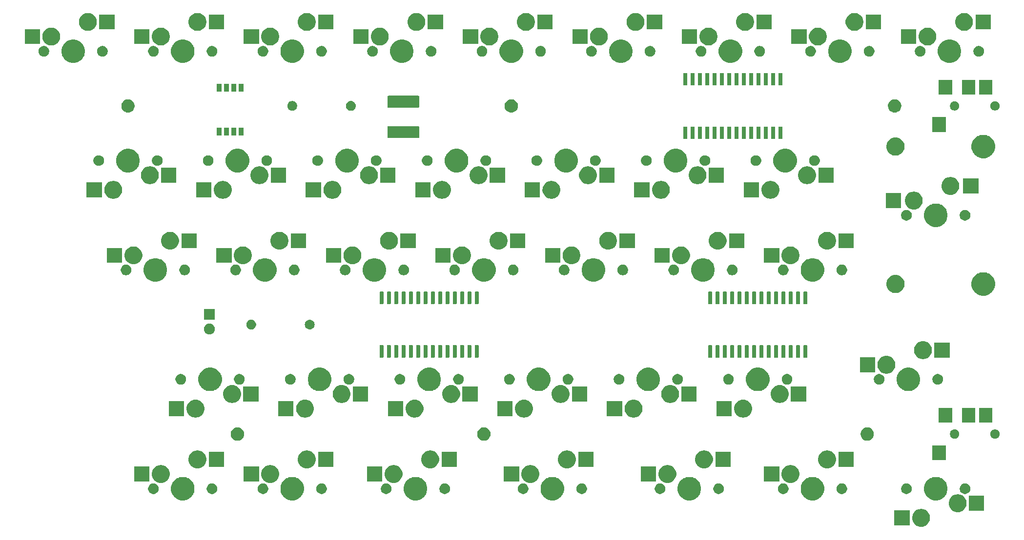
<source format=gbs>
G04 #@! TF.GenerationSoftware,KiCad,Pcbnew,5.1.2-f72e74a~84~ubuntu18.04.1*
G04 #@! TF.CreationDate,2019-06-15T15:54:53+09:00*
G04 #@! TF.ProjectId,right-PCB,72696768-742d-4504-9342-2e6b69636164,rev?*
G04 #@! TF.SameCoordinates,Original*
G04 #@! TF.FileFunction,Soldermask,Bot*
G04 #@! TF.FilePolarity,Negative*
%FSLAX46Y46*%
G04 Gerber Fmt 4.6, Leading zero omitted, Abs format (unit mm)*
G04 Created by KiCad (PCBNEW 5.1.2-f72e74a~84~ubuntu18.04.1) date 2019-06-15 15:54:53*
%MOMM*%
%LPD*%
G04 APERTURE LIST*
%ADD10C,0.100000*%
G04 APERTURE END LIST*
D10*
G36*
X194887585Y-134183802D02*
G01*
X195037410Y-134213604D01*
X195319674Y-134330521D01*
X195573705Y-134500259D01*
X195789741Y-134716295D01*
X195959479Y-134970326D01*
X196076396Y-135252590D01*
X196136000Y-135552240D01*
X196136000Y-135857760D01*
X196076396Y-136157410D01*
X195959479Y-136439674D01*
X195789741Y-136693705D01*
X195573705Y-136909741D01*
X195319674Y-137079479D01*
X195037410Y-137196396D01*
X194887585Y-137226198D01*
X194737761Y-137256000D01*
X194432239Y-137256000D01*
X194282415Y-137226198D01*
X194132590Y-137196396D01*
X193850326Y-137079479D01*
X193596295Y-136909741D01*
X193380259Y-136693705D01*
X193210521Y-136439674D01*
X193093604Y-136157410D01*
X193034000Y-135857760D01*
X193034000Y-135552240D01*
X193093604Y-135252590D01*
X193210521Y-134970326D01*
X193380259Y-134716295D01*
X193596295Y-134500259D01*
X193850326Y-134330521D01*
X194132590Y-134213604D01*
X194282415Y-134183802D01*
X194432239Y-134154000D01*
X194737761Y-134154000D01*
X194887585Y-134183802D01*
X194887585Y-134183802D01*
G37*
G36*
X192609000Y-137006000D02*
G01*
X189957000Y-137006000D01*
X189957000Y-134404000D01*
X192609000Y-134404000D01*
X192609000Y-137006000D01*
X192609000Y-137006000D01*
G37*
G36*
X201237585Y-131643802D02*
G01*
X201387410Y-131673604D01*
X201669674Y-131790521D01*
X201923705Y-131960259D01*
X202139741Y-132176295D01*
X202309479Y-132430326D01*
X202426396Y-132712590D01*
X202486000Y-133012240D01*
X202486000Y-133317760D01*
X202426396Y-133617410D01*
X202309479Y-133899674D01*
X202139741Y-134153705D01*
X201923705Y-134369741D01*
X201669674Y-134539479D01*
X201387410Y-134656396D01*
X201237585Y-134686198D01*
X201087761Y-134716000D01*
X200782239Y-134716000D01*
X200632415Y-134686198D01*
X200482590Y-134656396D01*
X200200326Y-134539479D01*
X199946295Y-134369741D01*
X199730259Y-134153705D01*
X199560521Y-133899674D01*
X199443604Y-133617410D01*
X199384000Y-133317760D01*
X199384000Y-133012240D01*
X199443604Y-132712590D01*
X199560521Y-132430326D01*
X199730259Y-132176295D01*
X199946295Y-131960259D01*
X200200326Y-131790521D01*
X200482590Y-131673604D01*
X200632415Y-131643802D01*
X200782239Y-131614000D01*
X201087761Y-131614000D01*
X201237585Y-131643802D01*
X201237585Y-131643802D01*
G37*
G36*
X205536000Y-134466000D02*
G01*
X202884000Y-134466000D01*
X202884000Y-131864000D01*
X205536000Y-131864000D01*
X205536000Y-134466000D01*
X205536000Y-134466000D01*
G37*
G36*
X131221474Y-128658684D02*
G01*
X131439474Y-128748983D01*
X131593623Y-128812833D01*
X131928548Y-129036623D01*
X132213377Y-129321452D01*
X132437167Y-129656377D01*
X132469562Y-129734586D01*
X132591316Y-130028526D01*
X132669900Y-130423594D01*
X132669900Y-130826406D01*
X132591316Y-131221474D01*
X132540451Y-131344272D01*
X132437167Y-131593623D01*
X132213377Y-131928548D01*
X131928548Y-132213377D01*
X131593623Y-132437167D01*
X131439474Y-132501017D01*
X131221474Y-132591316D01*
X130826406Y-132669900D01*
X130423594Y-132669900D01*
X130028526Y-132591316D01*
X129810526Y-132501017D01*
X129656377Y-132437167D01*
X129321452Y-132213377D01*
X129036623Y-131928548D01*
X128812833Y-131593623D01*
X128709549Y-131344272D01*
X128658684Y-131221474D01*
X128580100Y-130826406D01*
X128580100Y-130423594D01*
X128658684Y-130028526D01*
X128780438Y-129734586D01*
X128812833Y-129656377D01*
X129036623Y-129321452D01*
X129321452Y-129036623D01*
X129656377Y-128812833D01*
X129810526Y-128748983D01*
X130028526Y-128658684D01*
X130423594Y-128580100D01*
X130826406Y-128580100D01*
X131221474Y-128658684D01*
X131221474Y-128658684D01*
G37*
G36*
X176346474Y-128658684D02*
G01*
X176564474Y-128748983D01*
X176718623Y-128812833D01*
X177053548Y-129036623D01*
X177338377Y-129321452D01*
X177562167Y-129656377D01*
X177594562Y-129734586D01*
X177716316Y-130028526D01*
X177794900Y-130423594D01*
X177794900Y-130826406D01*
X177716316Y-131221474D01*
X177665451Y-131344272D01*
X177562167Y-131593623D01*
X177338377Y-131928548D01*
X177053548Y-132213377D01*
X176718623Y-132437167D01*
X176564474Y-132501017D01*
X176346474Y-132591316D01*
X175951406Y-132669900D01*
X175548594Y-132669900D01*
X175153526Y-132591316D01*
X174935526Y-132501017D01*
X174781377Y-132437167D01*
X174446452Y-132213377D01*
X174161623Y-131928548D01*
X173937833Y-131593623D01*
X173834549Y-131344272D01*
X173783684Y-131221474D01*
X173705100Y-130826406D01*
X173705100Y-130423594D01*
X173783684Y-130028526D01*
X173905438Y-129734586D01*
X173937833Y-129656377D01*
X174161623Y-129321452D01*
X174446452Y-129036623D01*
X174781377Y-128812833D01*
X174935526Y-128748983D01*
X175153526Y-128658684D01*
X175548594Y-128580100D01*
X175951406Y-128580100D01*
X176346474Y-128658684D01*
X176346474Y-128658684D01*
G37*
G36*
X67096474Y-128658684D02*
G01*
X67314474Y-128748983D01*
X67468623Y-128812833D01*
X67803548Y-129036623D01*
X68088377Y-129321452D01*
X68312167Y-129656377D01*
X68344562Y-129734586D01*
X68466316Y-130028526D01*
X68544900Y-130423594D01*
X68544900Y-130826406D01*
X68466316Y-131221474D01*
X68415451Y-131344272D01*
X68312167Y-131593623D01*
X68088377Y-131928548D01*
X67803548Y-132213377D01*
X67468623Y-132437167D01*
X67314474Y-132501017D01*
X67096474Y-132591316D01*
X66701406Y-132669900D01*
X66298594Y-132669900D01*
X65903526Y-132591316D01*
X65685526Y-132501017D01*
X65531377Y-132437167D01*
X65196452Y-132213377D01*
X64911623Y-131928548D01*
X64687833Y-131593623D01*
X64584549Y-131344272D01*
X64533684Y-131221474D01*
X64455100Y-130826406D01*
X64455100Y-130423594D01*
X64533684Y-130028526D01*
X64655438Y-129734586D01*
X64687833Y-129656377D01*
X64911623Y-129321452D01*
X65196452Y-129036623D01*
X65531377Y-128812833D01*
X65685526Y-128748983D01*
X65903526Y-128658684D01*
X66298594Y-128580100D01*
X66701406Y-128580100D01*
X67096474Y-128658684D01*
X67096474Y-128658684D01*
G37*
G36*
X197721474Y-128658684D02*
G01*
X197939474Y-128748983D01*
X198093623Y-128812833D01*
X198428548Y-129036623D01*
X198713377Y-129321452D01*
X198937167Y-129656377D01*
X198969562Y-129734586D01*
X199091316Y-130028526D01*
X199169900Y-130423594D01*
X199169900Y-130826406D01*
X199091316Y-131221474D01*
X199040451Y-131344272D01*
X198937167Y-131593623D01*
X198713377Y-131928548D01*
X198428548Y-132213377D01*
X198093623Y-132437167D01*
X197939474Y-132501017D01*
X197721474Y-132591316D01*
X197326406Y-132669900D01*
X196923594Y-132669900D01*
X196528526Y-132591316D01*
X196310526Y-132501017D01*
X196156377Y-132437167D01*
X195821452Y-132213377D01*
X195536623Y-131928548D01*
X195312833Y-131593623D01*
X195209549Y-131344272D01*
X195158684Y-131221474D01*
X195080100Y-130826406D01*
X195080100Y-130423594D01*
X195158684Y-130028526D01*
X195280438Y-129734586D01*
X195312833Y-129656377D01*
X195536623Y-129321452D01*
X195821452Y-129036623D01*
X196156377Y-128812833D01*
X196310526Y-128748983D01*
X196528526Y-128658684D01*
X196923594Y-128580100D01*
X197326406Y-128580100D01*
X197721474Y-128658684D01*
X197721474Y-128658684D01*
G37*
G36*
X86096474Y-128658684D02*
G01*
X86314474Y-128748983D01*
X86468623Y-128812833D01*
X86803548Y-129036623D01*
X87088377Y-129321452D01*
X87312167Y-129656377D01*
X87344562Y-129734586D01*
X87466316Y-130028526D01*
X87544900Y-130423594D01*
X87544900Y-130826406D01*
X87466316Y-131221474D01*
X87415451Y-131344272D01*
X87312167Y-131593623D01*
X87088377Y-131928548D01*
X86803548Y-132213377D01*
X86468623Y-132437167D01*
X86314474Y-132501017D01*
X86096474Y-132591316D01*
X85701406Y-132669900D01*
X85298594Y-132669900D01*
X84903526Y-132591316D01*
X84685526Y-132501017D01*
X84531377Y-132437167D01*
X84196452Y-132213377D01*
X83911623Y-131928548D01*
X83687833Y-131593623D01*
X83584549Y-131344272D01*
X83533684Y-131221474D01*
X83455100Y-130826406D01*
X83455100Y-130423594D01*
X83533684Y-130028526D01*
X83655438Y-129734586D01*
X83687833Y-129656377D01*
X83911623Y-129321452D01*
X84196452Y-129036623D01*
X84531377Y-128812833D01*
X84685526Y-128748983D01*
X84903526Y-128658684D01*
X85298594Y-128580100D01*
X85701406Y-128580100D01*
X86096474Y-128658684D01*
X86096474Y-128658684D01*
G37*
G36*
X154971474Y-128658684D02*
G01*
X155189474Y-128748983D01*
X155343623Y-128812833D01*
X155678548Y-129036623D01*
X155963377Y-129321452D01*
X156187167Y-129656377D01*
X156219562Y-129734586D01*
X156341316Y-130028526D01*
X156419900Y-130423594D01*
X156419900Y-130826406D01*
X156341316Y-131221474D01*
X156290451Y-131344272D01*
X156187167Y-131593623D01*
X155963377Y-131928548D01*
X155678548Y-132213377D01*
X155343623Y-132437167D01*
X155189474Y-132501017D01*
X154971474Y-132591316D01*
X154576406Y-132669900D01*
X154173594Y-132669900D01*
X153778526Y-132591316D01*
X153560526Y-132501017D01*
X153406377Y-132437167D01*
X153071452Y-132213377D01*
X152786623Y-131928548D01*
X152562833Y-131593623D01*
X152459549Y-131344272D01*
X152408684Y-131221474D01*
X152330100Y-130826406D01*
X152330100Y-130423594D01*
X152408684Y-130028526D01*
X152530438Y-129734586D01*
X152562833Y-129656377D01*
X152786623Y-129321452D01*
X153071452Y-129036623D01*
X153406377Y-128812833D01*
X153560526Y-128748983D01*
X153778526Y-128658684D01*
X154173594Y-128580100D01*
X154576406Y-128580100D01*
X154971474Y-128658684D01*
X154971474Y-128658684D01*
G37*
G36*
X107471474Y-128658684D02*
G01*
X107689474Y-128748983D01*
X107843623Y-128812833D01*
X108178548Y-129036623D01*
X108463377Y-129321452D01*
X108687167Y-129656377D01*
X108719562Y-129734586D01*
X108841316Y-130028526D01*
X108919900Y-130423594D01*
X108919900Y-130826406D01*
X108841316Y-131221474D01*
X108790451Y-131344272D01*
X108687167Y-131593623D01*
X108463377Y-131928548D01*
X108178548Y-132213377D01*
X107843623Y-132437167D01*
X107689474Y-132501017D01*
X107471474Y-132591316D01*
X107076406Y-132669900D01*
X106673594Y-132669900D01*
X106278526Y-132591316D01*
X106060526Y-132501017D01*
X105906377Y-132437167D01*
X105571452Y-132213377D01*
X105286623Y-131928548D01*
X105062833Y-131593623D01*
X104959549Y-131344272D01*
X104908684Y-131221474D01*
X104830100Y-130826406D01*
X104830100Y-130423594D01*
X104908684Y-130028526D01*
X105030438Y-129734586D01*
X105062833Y-129656377D01*
X105286623Y-129321452D01*
X105571452Y-129036623D01*
X105906377Y-128812833D01*
X106060526Y-128748983D01*
X106278526Y-128658684D01*
X106673594Y-128580100D01*
X107076406Y-128580100D01*
X107471474Y-128658684D01*
X107471474Y-128658684D01*
G37*
G36*
X112225104Y-129734585D02*
G01*
X112393626Y-129804389D01*
X112545291Y-129905728D01*
X112674272Y-130034709D01*
X112775611Y-130186374D01*
X112845415Y-130354896D01*
X112881000Y-130533797D01*
X112881000Y-130716203D01*
X112845415Y-130895104D01*
X112775611Y-131063626D01*
X112674272Y-131215291D01*
X112545291Y-131344272D01*
X112393626Y-131445611D01*
X112225104Y-131515415D01*
X112046203Y-131551000D01*
X111863797Y-131551000D01*
X111684896Y-131515415D01*
X111516374Y-131445611D01*
X111364709Y-131344272D01*
X111235728Y-131215291D01*
X111134389Y-131063626D01*
X111064585Y-130895104D01*
X111029000Y-130716203D01*
X111029000Y-130533797D01*
X111064585Y-130354896D01*
X111134389Y-130186374D01*
X111235728Y-130034709D01*
X111364709Y-129905728D01*
X111516374Y-129804389D01*
X111684896Y-129734585D01*
X111863797Y-129699000D01*
X112046203Y-129699000D01*
X112225104Y-129734585D01*
X112225104Y-129734585D01*
G37*
G36*
X192315104Y-129734585D02*
G01*
X192483626Y-129804389D01*
X192635291Y-129905728D01*
X192764272Y-130034709D01*
X192865611Y-130186374D01*
X192935415Y-130354896D01*
X192971000Y-130533797D01*
X192971000Y-130716203D01*
X192935415Y-130895104D01*
X192865611Y-131063626D01*
X192764272Y-131215291D01*
X192635291Y-131344272D01*
X192483626Y-131445611D01*
X192315104Y-131515415D01*
X192136203Y-131551000D01*
X191953797Y-131551000D01*
X191774896Y-131515415D01*
X191606374Y-131445611D01*
X191454709Y-131344272D01*
X191325728Y-131215291D01*
X191224389Y-131063626D01*
X191154585Y-130895104D01*
X191119000Y-130716203D01*
X191119000Y-130533797D01*
X191154585Y-130354896D01*
X191224389Y-130186374D01*
X191325728Y-130034709D01*
X191454709Y-129905728D01*
X191606374Y-129804389D01*
X191774896Y-129734585D01*
X191953797Y-129699000D01*
X192136203Y-129699000D01*
X192315104Y-129734585D01*
X192315104Y-129734585D01*
G37*
G36*
X202475104Y-129734585D02*
G01*
X202643626Y-129804389D01*
X202795291Y-129905728D01*
X202924272Y-130034709D01*
X203025611Y-130186374D01*
X203095415Y-130354896D01*
X203131000Y-130533797D01*
X203131000Y-130716203D01*
X203095415Y-130895104D01*
X203025611Y-131063626D01*
X202924272Y-131215291D01*
X202795291Y-131344272D01*
X202643626Y-131445611D01*
X202475104Y-131515415D01*
X202296203Y-131551000D01*
X202113797Y-131551000D01*
X201934896Y-131515415D01*
X201766374Y-131445611D01*
X201614709Y-131344272D01*
X201485728Y-131215291D01*
X201384389Y-131063626D01*
X201314585Y-130895104D01*
X201279000Y-130716203D01*
X201279000Y-130533797D01*
X201314585Y-130354896D01*
X201384389Y-130186374D01*
X201485728Y-130034709D01*
X201614709Y-129905728D01*
X201766374Y-129804389D01*
X201934896Y-129734585D01*
X202113797Y-129699000D01*
X202296203Y-129699000D01*
X202475104Y-129734585D01*
X202475104Y-129734585D01*
G37*
G36*
X61690104Y-129734585D02*
G01*
X61858626Y-129804389D01*
X62010291Y-129905728D01*
X62139272Y-130034709D01*
X62240611Y-130186374D01*
X62310415Y-130354896D01*
X62346000Y-130533797D01*
X62346000Y-130716203D01*
X62310415Y-130895104D01*
X62240611Y-131063626D01*
X62139272Y-131215291D01*
X62010291Y-131344272D01*
X61858626Y-131445611D01*
X61690104Y-131515415D01*
X61511203Y-131551000D01*
X61328797Y-131551000D01*
X61149896Y-131515415D01*
X60981374Y-131445611D01*
X60829709Y-131344272D01*
X60700728Y-131215291D01*
X60599389Y-131063626D01*
X60529585Y-130895104D01*
X60494000Y-130716203D01*
X60494000Y-130533797D01*
X60529585Y-130354896D01*
X60599389Y-130186374D01*
X60700728Y-130034709D01*
X60829709Y-129905728D01*
X60981374Y-129804389D01*
X61149896Y-129734585D01*
X61328797Y-129699000D01*
X61511203Y-129699000D01*
X61690104Y-129734585D01*
X61690104Y-129734585D01*
G37*
G36*
X71850104Y-129734585D02*
G01*
X72018626Y-129804389D01*
X72170291Y-129905728D01*
X72299272Y-130034709D01*
X72400611Y-130186374D01*
X72470415Y-130354896D01*
X72506000Y-130533797D01*
X72506000Y-130716203D01*
X72470415Y-130895104D01*
X72400611Y-131063626D01*
X72299272Y-131215291D01*
X72170291Y-131344272D01*
X72018626Y-131445611D01*
X71850104Y-131515415D01*
X71671203Y-131551000D01*
X71488797Y-131551000D01*
X71309896Y-131515415D01*
X71141374Y-131445611D01*
X70989709Y-131344272D01*
X70860728Y-131215291D01*
X70759389Y-131063626D01*
X70689585Y-130895104D01*
X70654000Y-130716203D01*
X70654000Y-130533797D01*
X70689585Y-130354896D01*
X70759389Y-130186374D01*
X70860728Y-130034709D01*
X70989709Y-129905728D01*
X71141374Y-129804389D01*
X71309896Y-129734585D01*
X71488797Y-129699000D01*
X71671203Y-129699000D01*
X71850104Y-129734585D01*
X71850104Y-129734585D01*
G37*
G36*
X181100104Y-129734585D02*
G01*
X181268626Y-129804389D01*
X181420291Y-129905728D01*
X181549272Y-130034709D01*
X181650611Y-130186374D01*
X181720415Y-130354896D01*
X181756000Y-130533797D01*
X181756000Y-130716203D01*
X181720415Y-130895104D01*
X181650611Y-131063626D01*
X181549272Y-131215291D01*
X181420291Y-131344272D01*
X181268626Y-131445611D01*
X181100104Y-131515415D01*
X180921203Y-131551000D01*
X180738797Y-131551000D01*
X180559896Y-131515415D01*
X180391374Y-131445611D01*
X180239709Y-131344272D01*
X180110728Y-131215291D01*
X180009389Y-131063626D01*
X179939585Y-130895104D01*
X179904000Y-130716203D01*
X179904000Y-130533797D01*
X179939585Y-130354896D01*
X180009389Y-130186374D01*
X180110728Y-130034709D01*
X180239709Y-129905728D01*
X180391374Y-129804389D01*
X180559896Y-129734585D01*
X180738797Y-129699000D01*
X180921203Y-129699000D01*
X181100104Y-129734585D01*
X181100104Y-129734585D01*
G37*
G36*
X170940104Y-129734585D02*
G01*
X171108626Y-129804389D01*
X171260291Y-129905728D01*
X171389272Y-130034709D01*
X171490611Y-130186374D01*
X171560415Y-130354896D01*
X171596000Y-130533797D01*
X171596000Y-130716203D01*
X171560415Y-130895104D01*
X171490611Y-131063626D01*
X171389272Y-131215291D01*
X171260291Y-131344272D01*
X171108626Y-131445611D01*
X170940104Y-131515415D01*
X170761203Y-131551000D01*
X170578797Y-131551000D01*
X170399896Y-131515415D01*
X170231374Y-131445611D01*
X170079709Y-131344272D01*
X169950728Y-131215291D01*
X169849389Y-131063626D01*
X169779585Y-130895104D01*
X169744000Y-130716203D01*
X169744000Y-130533797D01*
X169779585Y-130354896D01*
X169849389Y-130186374D01*
X169950728Y-130034709D01*
X170079709Y-129905728D01*
X170231374Y-129804389D01*
X170399896Y-129734585D01*
X170578797Y-129699000D01*
X170761203Y-129699000D01*
X170940104Y-129734585D01*
X170940104Y-129734585D01*
G37*
G36*
X90850104Y-129734585D02*
G01*
X91018626Y-129804389D01*
X91170291Y-129905728D01*
X91299272Y-130034709D01*
X91400611Y-130186374D01*
X91470415Y-130354896D01*
X91506000Y-130533797D01*
X91506000Y-130716203D01*
X91470415Y-130895104D01*
X91400611Y-131063626D01*
X91299272Y-131215291D01*
X91170291Y-131344272D01*
X91018626Y-131445611D01*
X90850104Y-131515415D01*
X90671203Y-131551000D01*
X90488797Y-131551000D01*
X90309896Y-131515415D01*
X90141374Y-131445611D01*
X89989709Y-131344272D01*
X89860728Y-131215291D01*
X89759389Y-131063626D01*
X89689585Y-130895104D01*
X89654000Y-130716203D01*
X89654000Y-130533797D01*
X89689585Y-130354896D01*
X89759389Y-130186374D01*
X89860728Y-130034709D01*
X89989709Y-129905728D01*
X90141374Y-129804389D01*
X90309896Y-129734585D01*
X90488797Y-129699000D01*
X90671203Y-129699000D01*
X90850104Y-129734585D01*
X90850104Y-129734585D01*
G37*
G36*
X80690104Y-129734585D02*
G01*
X80858626Y-129804389D01*
X81010291Y-129905728D01*
X81139272Y-130034709D01*
X81240611Y-130186374D01*
X81310415Y-130354896D01*
X81346000Y-130533797D01*
X81346000Y-130716203D01*
X81310415Y-130895104D01*
X81240611Y-131063626D01*
X81139272Y-131215291D01*
X81010291Y-131344272D01*
X80858626Y-131445611D01*
X80690104Y-131515415D01*
X80511203Y-131551000D01*
X80328797Y-131551000D01*
X80149896Y-131515415D01*
X79981374Y-131445611D01*
X79829709Y-131344272D01*
X79700728Y-131215291D01*
X79599389Y-131063626D01*
X79529585Y-130895104D01*
X79494000Y-130716203D01*
X79494000Y-130533797D01*
X79529585Y-130354896D01*
X79599389Y-130186374D01*
X79700728Y-130034709D01*
X79829709Y-129905728D01*
X79981374Y-129804389D01*
X80149896Y-129734585D01*
X80328797Y-129699000D01*
X80511203Y-129699000D01*
X80690104Y-129734585D01*
X80690104Y-129734585D01*
G37*
G36*
X159725104Y-129734585D02*
G01*
X159893626Y-129804389D01*
X160045291Y-129905728D01*
X160174272Y-130034709D01*
X160275611Y-130186374D01*
X160345415Y-130354896D01*
X160381000Y-130533797D01*
X160381000Y-130716203D01*
X160345415Y-130895104D01*
X160275611Y-131063626D01*
X160174272Y-131215291D01*
X160045291Y-131344272D01*
X159893626Y-131445611D01*
X159725104Y-131515415D01*
X159546203Y-131551000D01*
X159363797Y-131551000D01*
X159184896Y-131515415D01*
X159016374Y-131445611D01*
X158864709Y-131344272D01*
X158735728Y-131215291D01*
X158634389Y-131063626D01*
X158564585Y-130895104D01*
X158529000Y-130716203D01*
X158529000Y-130533797D01*
X158564585Y-130354896D01*
X158634389Y-130186374D01*
X158735728Y-130034709D01*
X158864709Y-129905728D01*
X159016374Y-129804389D01*
X159184896Y-129734585D01*
X159363797Y-129699000D01*
X159546203Y-129699000D01*
X159725104Y-129734585D01*
X159725104Y-129734585D01*
G37*
G36*
X149565104Y-129734585D02*
G01*
X149733626Y-129804389D01*
X149885291Y-129905728D01*
X150014272Y-130034709D01*
X150115611Y-130186374D01*
X150185415Y-130354896D01*
X150221000Y-130533797D01*
X150221000Y-130716203D01*
X150185415Y-130895104D01*
X150115611Y-131063626D01*
X150014272Y-131215291D01*
X149885291Y-131344272D01*
X149733626Y-131445611D01*
X149565104Y-131515415D01*
X149386203Y-131551000D01*
X149203797Y-131551000D01*
X149024896Y-131515415D01*
X148856374Y-131445611D01*
X148704709Y-131344272D01*
X148575728Y-131215291D01*
X148474389Y-131063626D01*
X148404585Y-130895104D01*
X148369000Y-130716203D01*
X148369000Y-130533797D01*
X148404585Y-130354896D01*
X148474389Y-130186374D01*
X148575728Y-130034709D01*
X148704709Y-129905728D01*
X148856374Y-129804389D01*
X149024896Y-129734585D01*
X149203797Y-129699000D01*
X149386203Y-129699000D01*
X149565104Y-129734585D01*
X149565104Y-129734585D01*
G37*
G36*
X135975104Y-129734585D02*
G01*
X136143626Y-129804389D01*
X136295291Y-129905728D01*
X136424272Y-130034709D01*
X136525611Y-130186374D01*
X136595415Y-130354896D01*
X136631000Y-130533797D01*
X136631000Y-130716203D01*
X136595415Y-130895104D01*
X136525611Y-131063626D01*
X136424272Y-131215291D01*
X136295291Y-131344272D01*
X136143626Y-131445611D01*
X135975104Y-131515415D01*
X135796203Y-131551000D01*
X135613797Y-131551000D01*
X135434896Y-131515415D01*
X135266374Y-131445611D01*
X135114709Y-131344272D01*
X134985728Y-131215291D01*
X134884389Y-131063626D01*
X134814585Y-130895104D01*
X134779000Y-130716203D01*
X134779000Y-130533797D01*
X134814585Y-130354896D01*
X134884389Y-130186374D01*
X134985728Y-130034709D01*
X135114709Y-129905728D01*
X135266374Y-129804389D01*
X135434896Y-129734585D01*
X135613797Y-129699000D01*
X135796203Y-129699000D01*
X135975104Y-129734585D01*
X135975104Y-129734585D01*
G37*
G36*
X125815104Y-129734585D02*
G01*
X125983626Y-129804389D01*
X126135291Y-129905728D01*
X126264272Y-130034709D01*
X126365611Y-130186374D01*
X126435415Y-130354896D01*
X126471000Y-130533797D01*
X126471000Y-130716203D01*
X126435415Y-130895104D01*
X126365611Y-131063626D01*
X126264272Y-131215291D01*
X126135291Y-131344272D01*
X125983626Y-131445611D01*
X125815104Y-131515415D01*
X125636203Y-131551000D01*
X125453797Y-131551000D01*
X125274896Y-131515415D01*
X125106374Y-131445611D01*
X124954709Y-131344272D01*
X124825728Y-131215291D01*
X124724389Y-131063626D01*
X124654585Y-130895104D01*
X124619000Y-130716203D01*
X124619000Y-130533797D01*
X124654585Y-130354896D01*
X124724389Y-130186374D01*
X124825728Y-130034709D01*
X124954709Y-129905728D01*
X125106374Y-129804389D01*
X125274896Y-129734585D01*
X125453797Y-129699000D01*
X125636203Y-129699000D01*
X125815104Y-129734585D01*
X125815104Y-129734585D01*
G37*
G36*
X102065104Y-129734585D02*
G01*
X102233626Y-129804389D01*
X102385291Y-129905728D01*
X102514272Y-130034709D01*
X102615611Y-130186374D01*
X102685415Y-130354896D01*
X102721000Y-130533797D01*
X102721000Y-130716203D01*
X102685415Y-130895104D01*
X102615611Y-131063626D01*
X102514272Y-131215291D01*
X102385291Y-131344272D01*
X102233626Y-131445611D01*
X102065104Y-131515415D01*
X101886203Y-131551000D01*
X101703797Y-131551000D01*
X101524896Y-131515415D01*
X101356374Y-131445611D01*
X101204709Y-131344272D01*
X101075728Y-131215291D01*
X100974389Y-131063626D01*
X100904585Y-130895104D01*
X100869000Y-130716203D01*
X100869000Y-130533797D01*
X100904585Y-130354896D01*
X100974389Y-130186374D01*
X101075728Y-130034709D01*
X101204709Y-129905728D01*
X101356374Y-129804389D01*
X101524896Y-129734585D01*
X101703797Y-129699000D01*
X101886203Y-129699000D01*
X102065104Y-129734585D01*
X102065104Y-129734585D01*
G37*
G36*
X62992585Y-126563802D02*
G01*
X63142410Y-126593604D01*
X63424674Y-126710521D01*
X63678705Y-126880259D01*
X63894741Y-127096295D01*
X64064479Y-127350326D01*
X64181396Y-127632590D01*
X64241000Y-127932240D01*
X64241000Y-128237760D01*
X64181396Y-128537410D01*
X64064479Y-128819674D01*
X63894741Y-129073705D01*
X63678705Y-129289741D01*
X63424674Y-129459479D01*
X63142410Y-129576396D01*
X62992585Y-129606198D01*
X62842761Y-129636000D01*
X62537239Y-129636000D01*
X62387415Y-129606198D01*
X62237590Y-129576396D01*
X61955326Y-129459479D01*
X61701295Y-129289741D01*
X61485259Y-129073705D01*
X61315521Y-128819674D01*
X61198604Y-128537410D01*
X61139000Y-128237760D01*
X61139000Y-127932240D01*
X61198604Y-127632590D01*
X61315521Y-127350326D01*
X61485259Y-127096295D01*
X61701295Y-126880259D01*
X61955326Y-126710521D01*
X62237590Y-126593604D01*
X62387415Y-126563802D01*
X62537239Y-126534000D01*
X62842761Y-126534000D01*
X62992585Y-126563802D01*
X62992585Y-126563802D01*
G37*
G36*
X127117585Y-126563802D02*
G01*
X127267410Y-126593604D01*
X127549674Y-126710521D01*
X127803705Y-126880259D01*
X128019741Y-127096295D01*
X128189479Y-127350326D01*
X128306396Y-127632590D01*
X128366000Y-127932240D01*
X128366000Y-128237760D01*
X128306396Y-128537410D01*
X128189479Y-128819674D01*
X128019741Y-129073705D01*
X127803705Y-129289741D01*
X127549674Y-129459479D01*
X127267410Y-129576396D01*
X127117585Y-129606198D01*
X126967761Y-129636000D01*
X126662239Y-129636000D01*
X126512415Y-129606198D01*
X126362590Y-129576396D01*
X126080326Y-129459479D01*
X125826295Y-129289741D01*
X125610259Y-129073705D01*
X125440521Y-128819674D01*
X125323604Y-128537410D01*
X125264000Y-128237760D01*
X125264000Y-127932240D01*
X125323604Y-127632590D01*
X125440521Y-127350326D01*
X125610259Y-127096295D01*
X125826295Y-126880259D01*
X126080326Y-126710521D01*
X126362590Y-126593604D01*
X126512415Y-126563802D01*
X126662239Y-126534000D01*
X126967761Y-126534000D01*
X127117585Y-126563802D01*
X127117585Y-126563802D01*
G37*
G36*
X103367585Y-126563802D02*
G01*
X103517410Y-126593604D01*
X103799674Y-126710521D01*
X104053705Y-126880259D01*
X104269741Y-127096295D01*
X104439479Y-127350326D01*
X104556396Y-127632590D01*
X104616000Y-127932240D01*
X104616000Y-128237760D01*
X104556396Y-128537410D01*
X104439479Y-128819674D01*
X104269741Y-129073705D01*
X104053705Y-129289741D01*
X103799674Y-129459479D01*
X103517410Y-129576396D01*
X103367585Y-129606198D01*
X103217761Y-129636000D01*
X102912239Y-129636000D01*
X102762415Y-129606198D01*
X102612590Y-129576396D01*
X102330326Y-129459479D01*
X102076295Y-129289741D01*
X101860259Y-129073705D01*
X101690521Y-128819674D01*
X101573604Y-128537410D01*
X101514000Y-128237760D01*
X101514000Y-127932240D01*
X101573604Y-127632590D01*
X101690521Y-127350326D01*
X101860259Y-127096295D01*
X102076295Y-126880259D01*
X102330326Y-126710521D01*
X102612590Y-126593604D01*
X102762415Y-126563802D01*
X102912239Y-126534000D01*
X103217761Y-126534000D01*
X103367585Y-126563802D01*
X103367585Y-126563802D01*
G37*
G36*
X172242585Y-126563802D02*
G01*
X172392410Y-126593604D01*
X172674674Y-126710521D01*
X172928705Y-126880259D01*
X173144741Y-127096295D01*
X173314479Y-127350326D01*
X173431396Y-127632590D01*
X173491000Y-127932240D01*
X173491000Y-128237760D01*
X173431396Y-128537410D01*
X173314479Y-128819674D01*
X173144741Y-129073705D01*
X172928705Y-129289741D01*
X172674674Y-129459479D01*
X172392410Y-129576396D01*
X172242585Y-129606198D01*
X172092761Y-129636000D01*
X171787239Y-129636000D01*
X171637415Y-129606198D01*
X171487590Y-129576396D01*
X171205326Y-129459479D01*
X170951295Y-129289741D01*
X170735259Y-129073705D01*
X170565521Y-128819674D01*
X170448604Y-128537410D01*
X170389000Y-128237760D01*
X170389000Y-127932240D01*
X170448604Y-127632590D01*
X170565521Y-127350326D01*
X170735259Y-127096295D01*
X170951295Y-126880259D01*
X171205326Y-126710521D01*
X171487590Y-126593604D01*
X171637415Y-126563802D01*
X171787239Y-126534000D01*
X172092761Y-126534000D01*
X172242585Y-126563802D01*
X172242585Y-126563802D01*
G37*
G36*
X81992585Y-126563802D02*
G01*
X82142410Y-126593604D01*
X82424674Y-126710521D01*
X82678705Y-126880259D01*
X82894741Y-127096295D01*
X83064479Y-127350326D01*
X83181396Y-127632590D01*
X83241000Y-127932240D01*
X83241000Y-128237760D01*
X83181396Y-128537410D01*
X83064479Y-128819674D01*
X82894741Y-129073705D01*
X82678705Y-129289741D01*
X82424674Y-129459479D01*
X82142410Y-129576396D01*
X81992585Y-129606198D01*
X81842761Y-129636000D01*
X81537239Y-129636000D01*
X81387415Y-129606198D01*
X81237590Y-129576396D01*
X80955326Y-129459479D01*
X80701295Y-129289741D01*
X80485259Y-129073705D01*
X80315521Y-128819674D01*
X80198604Y-128537410D01*
X80139000Y-128237760D01*
X80139000Y-127932240D01*
X80198604Y-127632590D01*
X80315521Y-127350326D01*
X80485259Y-127096295D01*
X80701295Y-126880259D01*
X80955326Y-126710521D01*
X81237590Y-126593604D01*
X81387415Y-126563802D01*
X81537239Y-126534000D01*
X81842761Y-126534000D01*
X81992585Y-126563802D01*
X81992585Y-126563802D01*
G37*
G36*
X150867585Y-126563802D02*
G01*
X151017410Y-126593604D01*
X151299674Y-126710521D01*
X151553705Y-126880259D01*
X151769741Y-127096295D01*
X151939479Y-127350326D01*
X152056396Y-127632590D01*
X152116000Y-127932240D01*
X152116000Y-128237760D01*
X152056396Y-128537410D01*
X151939479Y-128819674D01*
X151769741Y-129073705D01*
X151553705Y-129289741D01*
X151299674Y-129459479D01*
X151017410Y-129576396D01*
X150867585Y-129606198D01*
X150717761Y-129636000D01*
X150412239Y-129636000D01*
X150262415Y-129606198D01*
X150112590Y-129576396D01*
X149830326Y-129459479D01*
X149576295Y-129289741D01*
X149360259Y-129073705D01*
X149190521Y-128819674D01*
X149073604Y-128537410D01*
X149014000Y-128237760D01*
X149014000Y-127932240D01*
X149073604Y-127632590D01*
X149190521Y-127350326D01*
X149360259Y-127096295D01*
X149576295Y-126880259D01*
X149830326Y-126710521D01*
X150112590Y-126593604D01*
X150262415Y-126563802D01*
X150412239Y-126534000D01*
X150717761Y-126534000D01*
X150867585Y-126563802D01*
X150867585Y-126563802D01*
G37*
G36*
X60741000Y-129386000D02*
G01*
X58089000Y-129386000D01*
X58089000Y-126784000D01*
X60741000Y-126784000D01*
X60741000Y-129386000D01*
X60741000Y-129386000D01*
G37*
G36*
X169991000Y-129386000D02*
G01*
X167339000Y-129386000D01*
X167339000Y-126784000D01*
X169991000Y-126784000D01*
X169991000Y-129386000D01*
X169991000Y-129386000D01*
G37*
G36*
X101116000Y-129386000D02*
G01*
X98464000Y-129386000D01*
X98464000Y-126784000D01*
X101116000Y-126784000D01*
X101116000Y-129386000D01*
X101116000Y-129386000D01*
G37*
G36*
X79741000Y-129386000D02*
G01*
X77089000Y-129386000D01*
X77089000Y-126784000D01*
X79741000Y-126784000D01*
X79741000Y-129386000D01*
X79741000Y-129386000D01*
G37*
G36*
X148616000Y-129386000D02*
G01*
X145964000Y-129386000D01*
X145964000Y-126784000D01*
X148616000Y-126784000D01*
X148616000Y-129386000D01*
X148616000Y-129386000D01*
G37*
G36*
X124866000Y-129386000D02*
G01*
X122214000Y-129386000D01*
X122214000Y-126784000D01*
X124866000Y-126784000D01*
X124866000Y-129386000D01*
X124866000Y-129386000D01*
G37*
G36*
X88342585Y-124023802D02*
G01*
X88492410Y-124053604D01*
X88774674Y-124170521D01*
X89028705Y-124340259D01*
X89244741Y-124556295D01*
X89414479Y-124810326D01*
X89531396Y-125092590D01*
X89591000Y-125392240D01*
X89591000Y-125697760D01*
X89531396Y-125997410D01*
X89414479Y-126279674D01*
X89244741Y-126533705D01*
X89028705Y-126749741D01*
X88774674Y-126919479D01*
X88492410Y-127036396D01*
X88342585Y-127066198D01*
X88192761Y-127096000D01*
X87887239Y-127096000D01*
X87737415Y-127066198D01*
X87587590Y-127036396D01*
X87305326Y-126919479D01*
X87051295Y-126749741D01*
X86835259Y-126533705D01*
X86665521Y-126279674D01*
X86548604Y-125997410D01*
X86489000Y-125697760D01*
X86489000Y-125392240D01*
X86548604Y-125092590D01*
X86665521Y-124810326D01*
X86835259Y-124556295D01*
X87051295Y-124340259D01*
X87305326Y-124170521D01*
X87587590Y-124053604D01*
X87737415Y-124023802D01*
X87887239Y-123994000D01*
X88192761Y-123994000D01*
X88342585Y-124023802D01*
X88342585Y-124023802D01*
G37*
G36*
X133467585Y-124023802D02*
G01*
X133617410Y-124053604D01*
X133899674Y-124170521D01*
X134153705Y-124340259D01*
X134369741Y-124556295D01*
X134539479Y-124810326D01*
X134656396Y-125092590D01*
X134716000Y-125392240D01*
X134716000Y-125697760D01*
X134656396Y-125997410D01*
X134539479Y-126279674D01*
X134369741Y-126533705D01*
X134153705Y-126749741D01*
X133899674Y-126919479D01*
X133617410Y-127036396D01*
X133467585Y-127066198D01*
X133317761Y-127096000D01*
X133012239Y-127096000D01*
X132862415Y-127066198D01*
X132712590Y-127036396D01*
X132430326Y-126919479D01*
X132176295Y-126749741D01*
X131960259Y-126533705D01*
X131790521Y-126279674D01*
X131673604Y-125997410D01*
X131614000Y-125697760D01*
X131614000Y-125392240D01*
X131673604Y-125092590D01*
X131790521Y-124810326D01*
X131960259Y-124556295D01*
X132176295Y-124340259D01*
X132430326Y-124170521D01*
X132712590Y-124053604D01*
X132862415Y-124023802D01*
X133012239Y-123994000D01*
X133317761Y-123994000D01*
X133467585Y-124023802D01*
X133467585Y-124023802D01*
G37*
G36*
X69342585Y-124023802D02*
G01*
X69492410Y-124053604D01*
X69774674Y-124170521D01*
X70028705Y-124340259D01*
X70244741Y-124556295D01*
X70414479Y-124810326D01*
X70531396Y-125092590D01*
X70591000Y-125392240D01*
X70591000Y-125697760D01*
X70531396Y-125997410D01*
X70414479Y-126279674D01*
X70244741Y-126533705D01*
X70028705Y-126749741D01*
X69774674Y-126919479D01*
X69492410Y-127036396D01*
X69342585Y-127066198D01*
X69192761Y-127096000D01*
X68887239Y-127096000D01*
X68737415Y-127066198D01*
X68587590Y-127036396D01*
X68305326Y-126919479D01*
X68051295Y-126749741D01*
X67835259Y-126533705D01*
X67665521Y-126279674D01*
X67548604Y-125997410D01*
X67489000Y-125697760D01*
X67489000Y-125392240D01*
X67548604Y-125092590D01*
X67665521Y-124810326D01*
X67835259Y-124556295D01*
X68051295Y-124340259D01*
X68305326Y-124170521D01*
X68587590Y-124053604D01*
X68737415Y-124023802D01*
X68887239Y-123994000D01*
X69192761Y-123994000D01*
X69342585Y-124023802D01*
X69342585Y-124023802D01*
G37*
G36*
X157217585Y-124023802D02*
G01*
X157367410Y-124053604D01*
X157649674Y-124170521D01*
X157903705Y-124340259D01*
X158119741Y-124556295D01*
X158289479Y-124810326D01*
X158406396Y-125092590D01*
X158466000Y-125392240D01*
X158466000Y-125697760D01*
X158406396Y-125997410D01*
X158289479Y-126279674D01*
X158119741Y-126533705D01*
X157903705Y-126749741D01*
X157649674Y-126919479D01*
X157367410Y-127036396D01*
X157217585Y-127066198D01*
X157067761Y-127096000D01*
X156762239Y-127096000D01*
X156612415Y-127066198D01*
X156462590Y-127036396D01*
X156180326Y-126919479D01*
X155926295Y-126749741D01*
X155710259Y-126533705D01*
X155540521Y-126279674D01*
X155423604Y-125997410D01*
X155364000Y-125697760D01*
X155364000Y-125392240D01*
X155423604Y-125092590D01*
X155540521Y-124810326D01*
X155710259Y-124556295D01*
X155926295Y-124340259D01*
X156180326Y-124170521D01*
X156462590Y-124053604D01*
X156612415Y-124023802D01*
X156762239Y-123994000D01*
X157067761Y-123994000D01*
X157217585Y-124023802D01*
X157217585Y-124023802D01*
G37*
G36*
X109717585Y-124023802D02*
G01*
X109867410Y-124053604D01*
X110149674Y-124170521D01*
X110403705Y-124340259D01*
X110619741Y-124556295D01*
X110789479Y-124810326D01*
X110906396Y-125092590D01*
X110966000Y-125392240D01*
X110966000Y-125697760D01*
X110906396Y-125997410D01*
X110789479Y-126279674D01*
X110619741Y-126533705D01*
X110403705Y-126749741D01*
X110149674Y-126919479D01*
X109867410Y-127036396D01*
X109717585Y-127066198D01*
X109567761Y-127096000D01*
X109262239Y-127096000D01*
X109112415Y-127066198D01*
X108962590Y-127036396D01*
X108680326Y-126919479D01*
X108426295Y-126749741D01*
X108210259Y-126533705D01*
X108040521Y-126279674D01*
X107923604Y-125997410D01*
X107864000Y-125697760D01*
X107864000Y-125392240D01*
X107923604Y-125092590D01*
X108040521Y-124810326D01*
X108210259Y-124556295D01*
X108426295Y-124340259D01*
X108680326Y-124170521D01*
X108962590Y-124053604D01*
X109112415Y-124023802D01*
X109262239Y-123994000D01*
X109567761Y-123994000D01*
X109717585Y-124023802D01*
X109717585Y-124023802D01*
G37*
G36*
X178592585Y-124023802D02*
G01*
X178742410Y-124053604D01*
X179024674Y-124170521D01*
X179278705Y-124340259D01*
X179494741Y-124556295D01*
X179664479Y-124810326D01*
X179781396Y-125092590D01*
X179841000Y-125392240D01*
X179841000Y-125697760D01*
X179781396Y-125997410D01*
X179664479Y-126279674D01*
X179494741Y-126533705D01*
X179278705Y-126749741D01*
X179024674Y-126919479D01*
X178742410Y-127036396D01*
X178592585Y-127066198D01*
X178442761Y-127096000D01*
X178137239Y-127096000D01*
X177987415Y-127066198D01*
X177837590Y-127036396D01*
X177555326Y-126919479D01*
X177301295Y-126749741D01*
X177085259Y-126533705D01*
X176915521Y-126279674D01*
X176798604Y-125997410D01*
X176739000Y-125697760D01*
X176739000Y-125392240D01*
X176798604Y-125092590D01*
X176915521Y-124810326D01*
X177085259Y-124556295D01*
X177301295Y-124340259D01*
X177555326Y-124170521D01*
X177837590Y-124053604D01*
X177987415Y-124023802D01*
X178137239Y-123994000D01*
X178442761Y-123994000D01*
X178592585Y-124023802D01*
X178592585Y-124023802D01*
G37*
G36*
X73668000Y-126846000D02*
G01*
X71016000Y-126846000D01*
X71016000Y-124244000D01*
X73668000Y-124244000D01*
X73668000Y-126846000D01*
X73668000Y-126846000D01*
G37*
G36*
X182918000Y-126846000D02*
G01*
X180266000Y-126846000D01*
X180266000Y-124244000D01*
X182918000Y-124244000D01*
X182918000Y-126846000D01*
X182918000Y-126846000D01*
G37*
G36*
X114043000Y-126846000D02*
G01*
X111391000Y-126846000D01*
X111391000Y-124244000D01*
X114043000Y-124244000D01*
X114043000Y-126846000D01*
X114043000Y-126846000D01*
G37*
G36*
X92668000Y-126846000D02*
G01*
X90016000Y-126846000D01*
X90016000Y-124244000D01*
X92668000Y-124244000D01*
X92668000Y-126846000D01*
X92668000Y-126846000D01*
G37*
G36*
X161543000Y-126846000D02*
G01*
X158891000Y-126846000D01*
X158891000Y-124244000D01*
X161543000Y-124244000D01*
X161543000Y-126846000D01*
X161543000Y-126846000D01*
G37*
G36*
X137793000Y-126846000D02*
G01*
X135141000Y-126846000D01*
X135141000Y-124244000D01*
X137793000Y-124244000D01*
X137793000Y-126846000D01*
X137793000Y-126846000D01*
G37*
G36*
X198851000Y-125676000D02*
G01*
X196549000Y-125676000D01*
X196549000Y-123074000D01*
X198851000Y-123074000D01*
X198851000Y-125676000D01*
X198851000Y-125676000D01*
G37*
G36*
X76224549Y-119996116D02*
G01*
X76335734Y-120018232D01*
X76545203Y-120104997D01*
X76733720Y-120230960D01*
X76894040Y-120391280D01*
X77020003Y-120579797D01*
X77106768Y-120789266D01*
X77151000Y-121011636D01*
X77151000Y-121238364D01*
X77106768Y-121460734D01*
X77020003Y-121670203D01*
X76894040Y-121858720D01*
X76733720Y-122019040D01*
X76545203Y-122145003D01*
X76335734Y-122231768D01*
X76224549Y-122253884D01*
X76113365Y-122276000D01*
X75886635Y-122276000D01*
X75775451Y-122253884D01*
X75664266Y-122231768D01*
X75454797Y-122145003D01*
X75266280Y-122019040D01*
X75105960Y-121858720D01*
X74979997Y-121670203D01*
X74893232Y-121460734D01*
X74849000Y-121238364D01*
X74849000Y-121011636D01*
X74893232Y-120789266D01*
X74979997Y-120579797D01*
X75105960Y-120391280D01*
X75266280Y-120230960D01*
X75454797Y-120104997D01*
X75664266Y-120018232D01*
X75775451Y-119996116D01*
X75886635Y-119974000D01*
X76113365Y-119974000D01*
X76224549Y-119996116D01*
X76224549Y-119996116D01*
G37*
G36*
X185474549Y-119996116D02*
G01*
X185585734Y-120018232D01*
X185795203Y-120104997D01*
X185983720Y-120230960D01*
X186144040Y-120391280D01*
X186270003Y-120579797D01*
X186356768Y-120789266D01*
X186401000Y-121011636D01*
X186401000Y-121238364D01*
X186356768Y-121460734D01*
X186270003Y-121670203D01*
X186144040Y-121858720D01*
X185983720Y-122019040D01*
X185795203Y-122145003D01*
X185585734Y-122231768D01*
X185474549Y-122253884D01*
X185363365Y-122276000D01*
X185136635Y-122276000D01*
X185025451Y-122253884D01*
X184914266Y-122231768D01*
X184704797Y-122145003D01*
X184516280Y-122019040D01*
X184355960Y-121858720D01*
X184229997Y-121670203D01*
X184143232Y-121460734D01*
X184099000Y-121238364D01*
X184099000Y-121011636D01*
X184143232Y-120789266D01*
X184229997Y-120579797D01*
X184355960Y-120391280D01*
X184516280Y-120230960D01*
X184704797Y-120104997D01*
X184914266Y-120018232D01*
X185025451Y-119996116D01*
X185136635Y-119974000D01*
X185363365Y-119974000D01*
X185474549Y-119996116D01*
X185474549Y-119996116D01*
G37*
G36*
X118974549Y-119996116D02*
G01*
X119085734Y-120018232D01*
X119295203Y-120104997D01*
X119483720Y-120230960D01*
X119644040Y-120391280D01*
X119770003Y-120579797D01*
X119856768Y-120789266D01*
X119901000Y-121011636D01*
X119901000Y-121238364D01*
X119856768Y-121460734D01*
X119770003Y-121670203D01*
X119644040Y-121858720D01*
X119483720Y-122019040D01*
X119295203Y-122145003D01*
X119085734Y-122231768D01*
X118974549Y-122253884D01*
X118863365Y-122276000D01*
X118636635Y-122276000D01*
X118525451Y-122253884D01*
X118414266Y-122231768D01*
X118204797Y-122145003D01*
X118016280Y-122019040D01*
X117855960Y-121858720D01*
X117729997Y-121670203D01*
X117643232Y-121460734D01*
X117599000Y-121238364D01*
X117599000Y-121011636D01*
X117643232Y-120789266D01*
X117729997Y-120579797D01*
X117855960Y-120391280D01*
X118016280Y-120230960D01*
X118204797Y-120104997D01*
X118414266Y-120018232D01*
X118525451Y-119996116D01*
X118636635Y-119974000D01*
X118863365Y-119974000D01*
X118974549Y-119996116D01*
X118974549Y-119996116D01*
G37*
G36*
X207633642Y-120354781D02*
G01*
X207721760Y-120391281D01*
X207779416Y-120415163D01*
X207910608Y-120502822D01*
X208022178Y-120614392D01*
X208109837Y-120745584D01*
X208109838Y-120745586D01*
X208170219Y-120891358D01*
X208201000Y-121046107D01*
X208201000Y-121203893D01*
X208170219Y-121358642D01*
X208127931Y-121460733D01*
X208109837Y-121504416D01*
X208022178Y-121635608D01*
X207910608Y-121747178D01*
X207779416Y-121834837D01*
X207779415Y-121834838D01*
X207779414Y-121834838D01*
X207633642Y-121895219D01*
X207478893Y-121926000D01*
X207321107Y-121926000D01*
X207166358Y-121895219D01*
X207020586Y-121834838D01*
X207020585Y-121834838D01*
X207020584Y-121834837D01*
X206889392Y-121747178D01*
X206777822Y-121635608D01*
X206690163Y-121504416D01*
X206672069Y-121460733D01*
X206629781Y-121358642D01*
X206599000Y-121203893D01*
X206599000Y-121046107D01*
X206629781Y-120891358D01*
X206690162Y-120745586D01*
X206690163Y-120745584D01*
X206777822Y-120614392D01*
X206889392Y-120502822D01*
X207020584Y-120415163D01*
X207078240Y-120391281D01*
X207166358Y-120354781D01*
X207321107Y-120324000D01*
X207478893Y-120324000D01*
X207633642Y-120354781D01*
X207633642Y-120354781D01*
G37*
G36*
X200633642Y-120354781D02*
G01*
X200721760Y-120391281D01*
X200779416Y-120415163D01*
X200910608Y-120502822D01*
X201022178Y-120614392D01*
X201109837Y-120745584D01*
X201109838Y-120745586D01*
X201170219Y-120891358D01*
X201201000Y-121046107D01*
X201201000Y-121203893D01*
X201170219Y-121358642D01*
X201127931Y-121460733D01*
X201109837Y-121504416D01*
X201022178Y-121635608D01*
X200910608Y-121747178D01*
X200779416Y-121834837D01*
X200779415Y-121834838D01*
X200779414Y-121834838D01*
X200633642Y-121895219D01*
X200478893Y-121926000D01*
X200321107Y-121926000D01*
X200166358Y-121895219D01*
X200020586Y-121834838D01*
X200020585Y-121834838D01*
X200020584Y-121834837D01*
X199889392Y-121747178D01*
X199777822Y-121635608D01*
X199690163Y-121504416D01*
X199672069Y-121460733D01*
X199629781Y-121358642D01*
X199599000Y-121203893D01*
X199599000Y-121046107D01*
X199629781Y-120891358D01*
X199690162Y-120745586D01*
X199690163Y-120745584D01*
X199777822Y-120614392D01*
X199889392Y-120502822D01*
X200020584Y-120415163D01*
X200078240Y-120391281D01*
X200166358Y-120354781D01*
X200321107Y-120324000D01*
X200478893Y-120324000D01*
X200633642Y-120354781D01*
X200633642Y-120354781D01*
G37*
G36*
X199951000Y-119176000D02*
G01*
X197649000Y-119176000D01*
X197649000Y-116574000D01*
X199951000Y-116574000D01*
X199951000Y-119176000D01*
X199951000Y-119176000D01*
G37*
G36*
X203951000Y-119176000D02*
G01*
X201649000Y-119176000D01*
X201649000Y-116574000D01*
X203951000Y-116574000D01*
X203951000Y-119176000D01*
X203951000Y-119176000D01*
G37*
G36*
X206951000Y-119176000D02*
G01*
X204649000Y-119176000D01*
X204649000Y-116574000D01*
X206951000Y-116574000D01*
X206951000Y-119176000D01*
X206951000Y-119176000D01*
G37*
G36*
X126012585Y-115183802D02*
G01*
X126162410Y-115213604D01*
X126444674Y-115330521D01*
X126698705Y-115500259D01*
X126914741Y-115716295D01*
X127084479Y-115970326D01*
X127201396Y-116252590D01*
X127261000Y-116552240D01*
X127261000Y-116857760D01*
X127201396Y-117157410D01*
X127084479Y-117439674D01*
X126914741Y-117693705D01*
X126698705Y-117909741D01*
X126444674Y-118079479D01*
X126162410Y-118196396D01*
X126012585Y-118226198D01*
X125862761Y-118256000D01*
X125557239Y-118256000D01*
X125407415Y-118226198D01*
X125257590Y-118196396D01*
X124975326Y-118079479D01*
X124721295Y-117909741D01*
X124505259Y-117693705D01*
X124335521Y-117439674D01*
X124218604Y-117157410D01*
X124159000Y-116857760D01*
X124159000Y-116552240D01*
X124218604Y-116252590D01*
X124335521Y-115970326D01*
X124505259Y-115716295D01*
X124721295Y-115500259D01*
X124975326Y-115330521D01*
X125257590Y-115213604D01*
X125407415Y-115183802D01*
X125557239Y-115154000D01*
X125862761Y-115154000D01*
X126012585Y-115183802D01*
X126012585Y-115183802D01*
G37*
G36*
X145012585Y-115183802D02*
G01*
X145162410Y-115213604D01*
X145444674Y-115330521D01*
X145698705Y-115500259D01*
X145914741Y-115716295D01*
X146084479Y-115970326D01*
X146201396Y-116252590D01*
X146261000Y-116552240D01*
X146261000Y-116857760D01*
X146201396Y-117157410D01*
X146084479Y-117439674D01*
X145914741Y-117693705D01*
X145698705Y-117909741D01*
X145444674Y-118079479D01*
X145162410Y-118196396D01*
X145012585Y-118226198D01*
X144862761Y-118256000D01*
X144557239Y-118256000D01*
X144407415Y-118226198D01*
X144257590Y-118196396D01*
X143975326Y-118079479D01*
X143721295Y-117909741D01*
X143505259Y-117693705D01*
X143335521Y-117439674D01*
X143218604Y-117157410D01*
X143159000Y-116857760D01*
X143159000Y-116552240D01*
X143218604Y-116252590D01*
X143335521Y-115970326D01*
X143505259Y-115716295D01*
X143721295Y-115500259D01*
X143975326Y-115330521D01*
X144257590Y-115213604D01*
X144407415Y-115183802D01*
X144557239Y-115154000D01*
X144862761Y-115154000D01*
X145012585Y-115183802D01*
X145012585Y-115183802D01*
G37*
G36*
X164012585Y-115183802D02*
G01*
X164162410Y-115213604D01*
X164444674Y-115330521D01*
X164698705Y-115500259D01*
X164914741Y-115716295D01*
X165084479Y-115970326D01*
X165201396Y-116252590D01*
X165261000Y-116552240D01*
X165261000Y-116857760D01*
X165201396Y-117157410D01*
X165084479Y-117439674D01*
X164914741Y-117693705D01*
X164698705Y-117909741D01*
X164444674Y-118079479D01*
X164162410Y-118196396D01*
X164012585Y-118226198D01*
X163862761Y-118256000D01*
X163557239Y-118256000D01*
X163407415Y-118226198D01*
X163257590Y-118196396D01*
X162975326Y-118079479D01*
X162721295Y-117909741D01*
X162505259Y-117693705D01*
X162335521Y-117439674D01*
X162218604Y-117157410D01*
X162159000Y-116857760D01*
X162159000Y-116552240D01*
X162218604Y-116252590D01*
X162335521Y-115970326D01*
X162505259Y-115716295D01*
X162721295Y-115500259D01*
X162975326Y-115330521D01*
X163257590Y-115213604D01*
X163407415Y-115183802D01*
X163557239Y-115154000D01*
X163862761Y-115154000D01*
X164012585Y-115183802D01*
X164012585Y-115183802D01*
G37*
G36*
X69012585Y-115183802D02*
G01*
X69162410Y-115213604D01*
X69444674Y-115330521D01*
X69698705Y-115500259D01*
X69914741Y-115716295D01*
X70084479Y-115970326D01*
X70201396Y-116252590D01*
X70261000Y-116552240D01*
X70261000Y-116857760D01*
X70201396Y-117157410D01*
X70084479Y-117439674D01*
X69914741Y-117693705D01*
X69698705Y-117909741D01*
X69444674Y-118079479D01*
X69162410Y-118196396D01*
X69012585Y-118226198D01*
X68862761Y-118256000D01*
X68557239Y-118256000D01*
X68407415Y-118226198D01*
X68257590Y-118196396D01*
X67975326Y-118079479D01*
X67721295Y-117909741D01*
X67505259Y-117693705D01*
X67335521Y-117439674D01*
X67218604Y-117157410D01*
X67159000Y-116857760D01*
X67159000Y-116552240D01*
X67218604Y-116252590D01*
X67335521Y-115970326D01*
X67505259Y-115716295D01*
X67721295Y-115500259D01*
X67975326Y-115330521D01*
X68257590Y-115213604D01*
X68407415Y-115183802D01*
X68557239Y-115154000D01*
X68862761Y-115154000D01*
X69012585Y-115183802D01*
X69012585Y-115183802D01*
G37*
G36*
X107012585Y-115183802D02*
G01*
X107162410Y-115213604D01*
X107444674Y-115330521D01*
X107698705Y-115500259D01*
X107914741Y-115716295D01*
X108084479Y-115970326D01*
X108201396Y-116252590D01*
X108261000Y-116552240D01*
X108261000Y-116857760D01*
X108201396Y-117157410D01*
X108084479Y-117439674D01*
X107914741Y-117693705D01*
X107698705Y-117909741D01*
X107444674Y-118079479D01*
X107162410Y-118196396D01*
X107012585Y-118226198D01*
X106862761Y-118256000D01*
X106557239Y-118256000D01*
X106407415Y-118226198D01*
X106257590Y-118196396D01*
X105975326Y-118079479D01*
X105721295Y-117909741D01*
X105505259Y-117693705D01*
X105335521Y-117439674D01*
X105218604Y-117157410D01*
X105159000Y-116857760D01*
X105159000Y-116552240D01*
X105218604Y-116252590D01*
X105335521Y-115970326D01*
X105505259Y-115716295D01*
X105721295Y-115500259D01*
X105975326Y-115330521D01*
X106257590Y-115213604D01*
X106407415Y-115183802D01*
X106557239Y-115154000D01*
X106862761Y-115154000D01*
X107012585Y-115183802D01*
X107012585Y-115183802D01*
G37*
G36*
X88012585Y-115183802D02*
G01*
X88162410Y-115213604D01*
X88444674Y-115330521D01*
X88698705Y-115500259D01*
X88914741Y-115716295D01*
X89084479Y-115970326D01*
X89201396Y-116252590D01*
X89261000Y-116552240D01*
X89261000Y-116857760D01*
X89201396Y-117157410D01*
X89084479Y-117439674D01*
X88914741Y-117693705D01*
X88698705Y-117909741D01*
X88444674Y-118079479D01*
X88162410Y-118196396D01*
X88012585Y-118226198D01*
X87862761Y-118256000D01*
X87557239Y-118256000D01*
X87407415Y-118226198D01*
X87257590Y-118196396D01*
X86975326Y-118079479D01*
X86721295Y-117909741D01*
X86505259Y-117693705D01*
X86335521Y-117439674D01*
X86218604Y-117157410D01*
X86159000Y-116857760D01*
X86159000Y-116552240D01*
X86218604Y-116252590D01*
X86335521Y-115970326D01*
X86505259Y-115716295D01*
X86721295Y-115500259D01*
X86975326Y-115330521D01*
X87257590Y-115213604D01*
X87407415Y-115183802D01*
X87557239Y-115154000D01*
X87862761Y-115154000D01*
X88012585Y-115183802D01*
X88012585Y-115183802D01*
G37*
G36*
X85734000Y-118006000D02*
G01*
X83082000Y-118006000D01*
X83082000Y-115404000D01*
X85734000Y-115404000D01*
X85734000Y-118006000D01*
X85734000Y-118006000D01*
G37*
G36*
X123734000Y-118006000D02*
G01*
X121082000Y-118006000D01*
X121082000Y-115404000D01*
X123734000Y-115404000D01*
X123734000Y-118006000D01*
X123734000Y-118006000D01*
G37*
G36*
X104734000Y-118006000D02*
G01*
X102082000Y-118006000D01*
X102082000Y-115404000D01*
X104734000Y-115404000D01*
X104734000Y-118006000D01*
X104734000Y-118006000D01*
G37*
G36*
X66734000Y-118006000D02*
G01*
X64082000Y-118006000D01*
X64082000Y-115404000D01*
X66734000Y-115404000D01*
X66734000Y-118006000D01*
X66734000Y-118006000D01*
G37*
G36*
X142734000Y-118006000D02*
G01*
X140082000Y-118006000D01*
X140082000Y-115404000D01*
X142734000Y-115404000D01*
X142734000Y-118006000D01*
X142734000Y-118006000D01*
G37*
G36*
X161734000Y-118006000D02*
G01*
X159082000Y-118006000D01*
X159082000Y-115404000D01*
X161734000Y-115404000D01*
X161734000Y-118006000D01*
X161734000Y-118006000D01*
G37*
G36*
X94362585Y-112643802D02*
G01*
X94512410Y-112673604D01*
X94794674Y-112790521D01*
X95048705Y-112960259D01*
X95264741Y-113176295D01*
X95434479Y-113430326D01*
X95551396Y-113712590D01*
X95611000Y-114012240D01*
X95611000Y-114317760D01*
X95551396Y-114617410D01*
X95434479Y-114899674D01*
X95264741Y-115153705D01*
X95048705Y-115369741D01*
X94794674Y-115539479D01*
X94512410Y-115656396D01*
X94362585Y-115686198D01*
X94212761Y-115716000D01*
X93907239Y-115716000D01*
X93757415Y-115686198D01*
X93607590Y-115656396D01*
X93325326Y-115539479D01*
X93071295Y-115369741D01*
X92855259Y-115153705D01*
X92685521Y-114899674D01*
X92568604Y-114617410D01*
X92509000Y-114317760D01*
X92509000Y-114012240D01*
X92568604Y-113712590D01*
X92685521Y-113430326D01*
X92855259Y-113176295D01*
X93071295Y-112960259D01*
X93325326Y-112790521D01*
X93607590Y-112673604D01*
X93757415Y-112643802D01*
X93907239Y-112614000D01*
X94212761Y-112614000D01*
X94362585Y-112643802D01*
X94362585Y-112643802D01*
G37*
G36*
X132362585Y-112643802D02*
G01*
X132512410Y-112673604D01*
X132794674Y-112790521D01*
X133048705Y-112960259D01*
X133264741Y-113176295D01*
X133434479Y-113430326D01*
X133551396Y-113712590D01*
X133611000Y-114012240D01*
X133611000Y-114317760D01*
X133551396Y-114617410D01*
X133434479Y-114899674D01*
X133264741Y-115153705D01*
X133048705Y-115369741D01*
X132794674Y-115539479D01*
X132512410Y-115656396D01*
X132362585Y-115686198D01*
X132212761Y-115716000D01*
X131907239Y-115716000D01*
X131757415Y-115686198D01*
X131607590Y-115656396D01*
X131325326Y-115539479D01*
X131071295Y-115369741D01*
X130855259Y-115153705D01*
X130685521Y-114899674D01*
X130568604Y-114617410D01*
X130509000Y-114317760D01*
X130509000Y-114012240D01*
X130568604Y-113712590D01*
X130685521Y-113430326D01*
X130855259Y-113176295D01*
X131071295Y-112960259D01*
X131325326Y-112790521D01*
X131607590Y-112673604D01*
X131757415Y-112643802D01*
X131907239Y-112614000D01*
X132212761Y-112614000D01*
X132362585Y-112643802D01*
X132362585Y-112643802D01*
G37*
G36*
X151362585Y-112643802D02*
G01*
X151512410Y-112673604D01*
X151794674Y-112790521D01*
X152048705Y-112960259D01*
X152264741Y-113176295D01*
X152434479Y-113430326D01*
X152551396Y-113712590D01*
X152611000Y-114012240D01*
X152611000Y-114317760D01*
X152551396Y-114617410D01*
X152434479Y-114899674D01*
X152264741Y-115153705D01*
X152048705Y-115369741D01*
X151794674Y-115539479D01*
X151512410Y-115656396D01*
X151362585Y-115686198D01*
X151212761Y-115716000D01*
X150907239Y-115716000D01*
X150757415Y-115686198D01*
X150607590Y-115656396D01*
X150325326Y-115539479D01*
X150071295Y-115369741D01*
X149855259Y-115153705D01*
X149685521Y-114899674D01*
X149568604Y-114617410D01*
X149509000Y-114317760D01*
X149509000Y-114012240D01*
X149568604Y-113712590D01*
X149685521Y-113430326D01*
X149855259Y-113176295D01*
X150071295Y-112960259D01*
X150325326Y-112790521D01*
X150607590Y-112673604D01*
X150757415Y-112643802D01*
X150907239Y-112614000D01*
X151212761Y-112614000D01*
X151362585Y-112643802D01*
X151362585Y-112643802D01*
G37*
G36*
X113362585Y-112643802D02*
G01*
X113512410Y-112673604D01*
X113794674Y-112790521D01*
X114048705Y-112960259D01*
X114264741Y-113176295D01*
X114434479Y-113430326D01*
X114551396Y-113712590D01*
X114611000Y-114012240D01*
X114611000Y-114317760D01*
X114551396Y-114617410D01*
X114434479Y-114899674D01*
X114264741Y-115153705D01*
X114048705Y-115369741D01*
X113794674Y-115539479D01*
X113512410Y-115656396D01*
X113362585Y-115686198D01*
X113212761Y-115716000D01*
X112907239Y-115716000D01*
X112757415Y-115686198D01*
X112607590Y-115656396D01*
X112325326Y-115539479D01*
X112071295Y-115369741D01*
X111855259Y-115153705D01*
X111685521Y-114899674D01*
X111568604Y-114617410D01*
X111509000Y-114317760D01*
X111509000Y-114012240D01*
X111568604Y-113712590D01*
X111685521Y-113430326D01*
X111855259Y-113176295D01*
X112071295Y-112960259D01*
X112325326Y-112790521D01*
X112607590Y-112673604D01*
X112757415Y-112643802D01*
X112907239Y-112614000D01*
X113212761Y-112614000D01*
X113362585Y-112643802D01*
X113362585Y-112643802D01*
G37*
G36*
X170362585Y-112643802D02*
G01*
X170512410Y-112673604D01*
X170794674Y-112790521D01*
X171048705Y-112960259D01*
X171264741Y-113176295D01*
X171434479Y-113430326D01*
X171551396Y-113712590D01*
X171611000Y-114012240D01*
X171611000Y-114317760D01*
X171551396Y-114617410D01*
X171434479Y-114899674D01*
X171264741Y-115153705D01*
X171048705Y-115369741D01*
X170794674Y-115539479D01*
X170512410Y-115656396D01*
X170362585Y-115686198D01*
X170212761Y-115716000D01*
X169907239Y-115716000D01*
X169757415Y-115686198D01*
X169607590Y-115656396D01*
X169325326Y-115539479D01*
X169071295Y-115369741D01*
X168855259Y-115153705D01*
X168685521Y-114899674D01*
X168568604Y-114617410D01*
X168509000Y-114317760D01*
X168509000Y-114012240D01*
X168568604Y-113712590D01*
X168685521Y-113430326D01*
X168855259Y-113176295D01*
X169071295Y-112960259D01*
X169325326Y-112790521D01*
X169607590Y-112673604D01*
X169757415Y-112643802D01*
X169907239Y-112614000D01*
X170212761Y-112614000D01*
X170362585Y-112643802D01*
X170362585Y-112643802D01*
G37*
G36*
X75362585Y-112643802D02*
G01*
X75512410Y-112673604D01*
X75794674Y-112790521D01*
X76048705Y-112960259D01*
X76264741Y-113176295D01*
X76434479Y-113430326D01*
X76551396Y-113712590D01*
X76611000Y-114012240D01*
X76611000Y-114317760D01*
X76551396Y-114617410D01*
X76434479Y-114899674D01*
X76264741Y-115153705D01*
X76048705Y-115369741D01*
X75794674Y-115539479D01*
X75512410Y-115656396D01*
X75362585Y-115686198D01*
X75212761Y-115716000D01*
X74907239Y-115716000D01*
X74757415Y-115686198D01*
X74607590Y-115656396D01*
X74325326Y-115539479D01*
X74071295Y-115369741D01*
X73855259Y-115153705D01*
X73685521Y-114899674D01*
X73568604Y-114617410D01*
X73509000Y-114317760D01*
X73509000Y-114012240D01*
X73568604Y-113712590D01*
X73685521Y-113430326D01*
X73855259Y-113176295D01*
X74071295Y-112960259D01*
X74325326Y-112790521D01*
X74607590Y-112673604D01*
X74757415Y-112643802D01*
X74907239Y-112614000D01*
X75212761Y-112614000D01*
X75362585Y-112643802D01*
X75362585Y-112643802D01*
G37*
G36*
X98661000Y-115466000D02*
G01*
X96009000Y-115466000D01*
X96009000Y-112864000D01*
X98661000Y-112864000D01*
X98661000Y-115466000D01*
X98661000Y-115466000D01*
G37*
G36*
X79661000Y-115466000D02*
G01*
X77009000Y-115466000D01*
X77009000Y-112864000D01*
X79661000Y-112864000D01*
X79661000Y-115466000D01*
X79661000Y-115466000D01*
G37*
G36*
X117661000Y-115466000D02*
G01*
X115009000Y-115466000D01*
X115009000Y-112864000D01*
X117661000Y-112864000D01*
X117661000Y-115466000D01*
X117661000Y-115466000D01*
G37*
G36*
X136661000Y-115466000D02*
G01*
X134009000Y-115466000D01*
X134009000Y-112864000D01*
X136661000Y-112864000D01*
X136661000Y-115466000D01*
X136661000Y-115466000D01*
G37*
G36*
X155661000Y-115466000D02*
G01*
X153009000Y-115466000D01*
X153009000Y-112864000D01*
X155661000Y-112864000D01*
X155661000Y-115466000D01*
X155661000Y-115466000D01*
G37*
G36*
X174661000Y-115466000D02*
G01*
X172009000Y-115466000D01*
X172009000Y-112864000D01*
X174661000Y-112864000D01*
X174661000Y-115466000D01*
X174661000Y-115466000D01*
G37*
G36*
X71846474Y-109658684D02*
G01*
X72064474Y-109748983D01*
X72218623Y-109812833D01*
X72553548Y-110036623D01*
X72838377Y-110321452D01*
X73062167Y-110656377D01*
X73094562Y-110734586D01*
X73216316Y-111028526D01*
X73294900Y-111423594D01*
X73294900Y-111826406D01*
X73216316Y-112221474D01*
X73165451Y-112344272D01*
X73062167Y-112593623D01*
X72838377Y-112928548D01*
X72553548Y-113213377D01*
X72218623Y-113437167D01*
X72064474Y-113501017D01*
X71846474Y-113591316D01*
X71451406Y-113669900D01*
X71048594Y-113669900D01*
X70653526Y-113591316D01*
X70435526Y-113501017D01*
X70281377Y-113437167D01*
X69946452Y-113213377D01*
X69661623Y-112928548D01*
X69437833Y-112593623D01*
X69334549Y-112344272D01*
X69283684Y-112221474D01*
X69205100Y-111826406D01*
X69205100Y-111423594D01*
X69283684Y-111028526D01*
X69405438Y-110734586D01*
X69437833Y-110656377D01*
X69661623Y-110321452D01*
X69946452Y-110036623D01*
X70281377Y-109812833D01*
X70435526Y-109748983D01*
X70653526Y-109658684D01*
X71048594Y-109580100D01*
X71451406Y-109580100D01*
X71846474Y-109658684D01*
X71846474Y-109658684D01*
G37*
G36*
X166846474Y-109658684D02*
G01*
X167064474Y-109748983D01*
X167218623Y-109812833D01*
X167553548Y-110036623D01*
X167838377Y-110321452D01*
X168062167Y-110656377D01*
X168094562Y-110734586D01*
X168216316Y-111028526D01*
X168294900Y-111423594D01*
X168294900Y-111826406D01*
X168216316Y-112221474D01*
X168165451Y-112344272D01*
X168062167Y-112593623D01*
X167838377Y-112928548D01*
X167553548Y-113213377D01*
X167218623Y-113437167D01*
X167064474Y-113501017D01*
X166846474Y-113591316D01*
X166451406Y-113669900D01*
X166048594Y-113669900D01*
X165653526Y-113591316D01*
X165435526Y-113501017D01*
X165281377Y-113437167D01*
X164946452Y-113213377D01*
X164661623Y-112928548D01*
X164437833Y-112593623D01*
X164334549Y-112344272D01*
X164283684Y-112221474D01*
X164205100Y-111826406D01*
X164205100Y-111423594D01*
X164283684Y-111028526D01*
X164405438Y-110734586D01*
X164437833Y-110656377D01*
X164661623Y-110321452D01*
X164946452Y-110036623D01*
X165281377Y-109812833D01*
X165435526Y-109748983D01*
X165653526Y-109658684D01*
X166048594Y-109580100D01*
X166451406Y-109580100D01*
X166846474Y-109658684D01*
X166846474Y-109658684D01*
G37*
G36*
X192971474Y-109658684D02*
G01*
X193189474Y-109748983D01*
X193343623Y-109812833D01*
X193678548Y-110036623D01*
X193963377Y-110321452D01*
X194187167Y-110656377D01*
X194219562Y-110734586D01*
X194341316Y-111028526D01*
X194419900Y-111423594D01*
X194419900Y-111826406D01*
X194341316Y-112221474D01*
X194290451Y-112344272D01*
X194187167Y-112593623D01*
X193963377Y-112928548D01*
X193678548Y-113213377D01*
X193343623Y-113437167D01*
X193189474Y-113501017D01*
X192971474Y-113591316D01*
X192576406Y-113669900D01*
X192173594Y-113669900D01*
X191778526Y-113591316D01*
X191560526Y-113501017D01*
X191406377Y-113437167D01*
X191071452Y-113213377D01*
X190786623Y-112928548D01*
X190562833Y-112593623D01*
X190459549Y-112344272D01*
X190408684Y-112221474D01*
X190330100Y-111826406D01*
X190330100Y-111423594D01*
X190408684Y-111028526D01*
X190530438Y-110734586D01*
X190562833Y-110656377D01*
X190786623Y-110321452D01*
X191071452Y-110036623D01*
X191406377Y-109812833D01*
X191560526Y-109748983D01*
X191778526Y-109658684D01*
X192173594Y-109580100D01*
X192576406Y-109580100D01*
X192971474Y-109658684D01*
X192971474Y-109658684D01*
G37*
G36*
X147846474Y-109658684D02*
G01*
X148064474Y-109748983D01*
X148218623Y-109812833D01*
X148553548Y-110036623D01*
X148838377Y-110321452D01*
X149062167Y-110656377D01*
X149094562Y-110734586D01*
X149216316Y-111028526D01*
X149294900Y-111423594D01*
X149294900Y-111826406D01*
X149216316Y-112221474D01*
X149165451Y-112344272D01*
X149062167Y-112593623D01*
X148838377Y-112928548D01*
X148553548Y-113213377D01*
X148218623Y-113437167D01*
X148064474Y-113501017D01*
X147846474Y-113591316D01*
X147451406Y-113669900D01*
X147048594Y-113669900D01*
X146653526Y-113591316D01*
X146435526Y-113501017D01*
X146281377Y-113437167D01*
X145946452Y-113213377D01*
X145661623Y-112928548D01*
X145437833Y-112593623D01*
X145334549Y-112344272D01*
X145283684Y-112221474D01*
X145205100Y-111826406D01*
X145205100Y-111423594D01*
X145283684Y-111028526D01*
X145405438Y-110734586D01*
X145437833Y-110656377D01*
X145661623Y-110321452D01*
X145946452Y-110036623D01*
X146281377Y-109812833D01*
X146435526Y-109748983D01*
X146653526Y-109658684D01*
X147048594Y-109580100D01*
X147451406Y-109580100D01*
X147846474Y-109658684D01*
X147846474Y-109658684D01*
G37*
G36*
X128846474Y-109658684D02*
G01*
X129064474Y-109748983D01*
X129218623Y-109812833D01*
X129553548Y-110036623D01*
X129838377Y-110321452D01*
X130062167Y-110656377D01*
X130094562Y-110734586D01*
X130216316Y-111028526D01*
X130294900Y-111423594D01*
X130294900Y-111826406D01*
X130216316Y-112221474D01*
X130165451Y-112344272D01*
X130062167Y-112593623D01*
X129838377Y-112928548D01*
X129553548Y-113213377D01*
X129218623Y-113437167D01*
X129064474Y-113501017D01*
X128846474Y-113591316D01*
X128451406Y-113669900D01*
X128048594Y-113669900D01*
X127653526Y-113591316D01*
X127435526Y-113501017D01*
X127281377Y-113437167D01*
X126946452Y-113213377D01*
X126661623Y-112928548D01*
X126437833Y-112593623D01*
X126334549Y-112344272D01*
X126283684Y-112221474D01*
X126205100Y-111826406D01*
X126205100Y-111423594D01*
X126283684Y-111028526D01*
X126405438Y-110734586D01*
X126437833Y-110656377D01*
X126661623Y-110321452D01*
X126946452Y-110036623D01*
X127281377Y-109812833D01*
X127435526Y-109748983D01*
X127653526Y-109658684D01*
X128048594Y-109580100D01*
X128451406Y-109580100D01*
X128846474Y-109658684D01*
X128846474Y-109658684D01*
G37*
G36*
X109846474Y-109658684D02*
G01*
X110064474Y-109748983D01*
X110218623Y-109812833D01*
X110553548Y-110036623D01*
X110838377Y-110321452D01*
X111062167Y-110656377D01*
X111094562Y-110734586D01*
X111216316Y-111028526D01*
X111294900Y-111423594D01*
X111294900Y-111826406D01*
X111216316Y-112221474D01*
X111165451Y-112344272D01*
X111062167Y-112593623D01*
X110838377Y-112928548D01*
X110553548Y-113213377D01*
X110218623Y-113437167D01*
X110064474Y-113501017D01*
X109846474Y-113591316D01*
X109451406Y-113669900D01*
X109048594Y-113669900D01*
X108653526Y-113591316D01*
X108435526Y-113501017D01*
X108281377Y-113437167D01*
X107946452Y-113213377D01*
X107661623Y-112928548D01*
X107437833Y-112593623D01*
X107334549Y-112344272D01*
X107283684Y-112221474D01*
X107205100Y-111826406D01*
X107205100Y-111423594D01*
X107283684Y-111028526D01*
X107405438Y-110734586D01*
X107437833Y-110656377D01*
X107661623Y-110321452D01*
X107946452Y-110036623D01*
X108281377Y-109812833D01*
X108435526Y-109748983D01*
X108653526Y-109658684D01*
X109048594Y-109580100D01*
X109451406Y-109580100D01*
X109846474Y-109658684D01*
X109846474Y-109658684D01*
G37*
G36*
X90846474Y-109658684D02*
G01*
X91064474Y-109748983D01*
X91218623Y-109812833D01*
X91553548Y-110036623D01*
X91838377Y-110321452D01*
X92062167Y-110656377D01*
X92094562Y-110734586D01*
X92216316Y-111028526D01*
X92294900Y-111423594D01*
X92294900Y-111826406D01*
X92216316Y-112221474D01*
X92165451Y-112344272D01*
X92062167Y-112593623D01*
X91838377Y-112928548D01*
X91553548Y-113213377D01*
X91218623Y-113437167D01*
X91064474Y-113501017D01*
X90846474Y-113591316D01*
X90451406Y-113669900D01*
X90048594Y-113669900D01*
X89653526Y-113591316D01*
X89435526Y-113501017D01*
X89281377Y-113437167D01*
X88946452Y-113213377D01*
X88661623Y-112928548D01*
X88437833Y-112593623D01*
X88334549Y-112344272D01*
X88283684Y-112221474D01*
X88205100Y-111826406D01*
X88205100Y-111423594D01*
X88283684Y-111028526D01*
X88405438Y-110734586D01*
X88437833Y-110656377D01*
X88661623Y-110321452D01*
X88946452Y-110036623D01*
X89281377Y-109812833D01*
X89435526Y-109748983D01*
X89653526Y-109658684D01*
X90048594Y-109580100D01*
X90451406Y-109580100D01*
X90846474Y-109658684D01*
X90846474Y-109658684D01*
G37*
G36*
X76600104Y-110734585D02*
G01*
X76768626Y-110804389D01*
X76920291Y-110905728D01*
X77049272Y-111034709D01*
X77150611Y-111186374D01*
X77220415Y-111354896D01*
X77256000Y-111533797D01*
X77256000Y-111716203D01*
X77220415Y-111895104D01*
X77150611Y-112063626D01*
X77049272Y-112215291D01*
X76920291Y-112344272D01*
X76768626Y-112445611D01*
X76600104Y-112515415D01*
X76421203Y-112551000D01*
X76238797Y-112551000D01*
X76059896Y-112515415D01*
X75891374Y-112445611D01*
X75739709Y-112344272D01*
X75610728Y-112215291D01*
X75509389Y-112063626D01*
X75439585Y-111895104D01*
X75404000Y-111716203D01*
X75404000Y-111533797D01*
X75439585Y-111354896D01*
X75509389Y-111186374D01*
X75610728Y-111034709D01*
X75739709Y-110905728D01*
X75891374Y-110804389D01*
X76059896Y-110734585D01*
X76238797Y-110699000D01*
X76421203Y-110699000D01*
X76600104Y-110734585D01*
X76600104Y-110734585D01*
G37*
G36*
X161440104Y-110734585D02*
G01*
X161608626Y-110804389D01*
X161760291Y-110905728D01*
X161889272Y-111034709D01*
X161990611Y-111186374D01*
X162060415Y-111354896D01*
X162096000Y-111533797D01*
X162096000Y-111716203D01*
X162060415Y-111895104D01*
X161990611Y-112063626D01*
X161889272Y-112215291D01*
X161760291Y-112344272D01*
X161608626Y-112445611D01*
X161440104Y-112515415D01*
X161261203Y-112551000D01*
X161078797Y-112551000D01*
X160899896Y-112515415D01*
X160731374Y-112445611D01*
X160579709Y-112344272D01*
X160450728Y-112215291D01*
X160349389Y-112063626D01*
X160279585Y-111895104D01*
X160244000Y-111716203D01*
X160244000Y-111533797D01*
X160279585Y-111354896D01*
X160349389Y-111186374D01*
X160450728Y-111034709D01*
X160579709Y-110905728D01*
X160731374Y-110804389D01*
X160899896Y-110734585D01*
X161078797Y-110699000D01*
X161261203Y-110699000D01*
X161440104Y-110734585D01*
X161440104Y-110734585D01*
G37*
G36*
X187565104Y-110734585D02*
G01*
X187733626Y-110804389D01*
X187885291Y-110905728D01*
X188014272Y-111034709D01*
X188115611Y-111186374D01*
X188185415Y-111354896D01*
X188221000Y-111533797D01*
X188221000Y-111716203D01*
X188185415Y-111895104D01*
X188115611Y-112063626D01*
X188014272Y-112215291D01*
X187885291Y-112344272D01*
X187733626Y-112445611D01*
X187565104Y-112515415D01*
X187386203Y-112551000D01*
X187203797Y-112551000D01*
X187024896Y-112515415D01*
X186856374Y-112445611D01*
X186704709Y-112344272D01*
X186575728Y-112215291D01*
X186474389Y-112063626D01*
X186404585Y-111895104D01*
X186369000Y-111716203D01*
X186369000Y-111533797D01*
X186404585Y-111354896D01*
X186474389Y-111186374D01*
X186575728Y-111034709D01*
X186704709Y-110905728D01*
X186856374Y-110804389D01*
X187024896Y-110734585D01*
X187203797Y-110699000D01*
X187386203Y-110699000D01*
X187565104Y-110734585D01*
X187565104Y-110734585D01*
G37*
G36*
X197725104Y-110734585D02*
G01*
X197893626Y-110804389D01*
X198045291Y-110905728D01*
X198174272Y-111034709D01*
X198275611Y-111186374D01*
X198345415Y-111354896D01*
X198381000Y-111533797D01*
X198381000Y-111716203D01*
X198345415Y-111895104D01*
X198275611Y-112063626D01*
X198174272Y-112215291D01*
X198045291Y-112344272D01*
X197893626Y-112445611D01*
X197725104Y-112515415D01*
X197546203Y-112551000D01*
X197363797Y-112551000D01*
X197184896Y-112515415D01*
X197016374Y-112445611D01*
X196864709Y-112344272D01*
X196735728Y-112215291D01*
X196634389Y-112063626D01*
X196564585Y-111895104D01*
X196529000Y-111716203D01*
X196529000Y-111533797D01*
X196564585Y-111354896D01*
X196634389Y-111186374D01*
X196735728Y-111034709D01*
X196864709Y-110905728D01*
X197016374Y-110804389D01*
X197184896Y-110734585D01*
X197363797Y-110699000D01*
X197546203Y-110699000D01*
X197725104Y-110734585D01*
X197725104Y-110734585D01*
G37*
G36*
X142440104Y-110734585D02*
G01*
X142608626Y-110804389D01*
X142760291Y-110905728D01*
X142889272Y-111034709D01*
X142990611Y-111186374D01*
X143060415Y-111354896D01*
X143096000Y-111533797D01*
X143096000Y-111716203D01*
X143060415Y-111895104D01*
X142990611Y-112063626D01*
X142889272Y-112215291D01*
X142760291Y-112344272D01*
X142608626Y-112445611D01*
X142440104Y-112515415D01*
X142261203Y-112551000D01*
X142078797Y-112551000D01*
X141899896Y-112515415D01*
X141731374Y-112445611D01*
X141579709Y-112344272D01*
X141450728Y-112215291D01*
X141349389Y-112063626D01*
X141279585Y-111895104D01*
X141244000Y-111716203D01*
X141244000Y-111533797D01*
X141279585Y-111354896D01*
X141349389Y-111186374D01*
X141450728Y-111034709D01*
X141579709Y-110905728D01*
X141731374Y-110804389D01*
X141899896Y-110734585D01*
X142078797Y-110699000D01*
X142261203Y-110699000D01*
X142440104Y-110734585D01*
X142440104Y-110734585D01*
G37*
G36*
X152600104Y-110734585D02*
G01*
X152768626Y-110804389D01*
X152920291Y-110905728D01*
X153049272Y-111034709D01*
X153150611Y-111186374D01*
X153220415Y-111354896D01*
X153256000Y-111533797D01*
X153256000Y-111716203D01*
X153220415Y-111895104D01*
X153150611Y-112063626D01*
X153049272Y-112215291D01*
X152920291Y-112344272D01*
X152768626Y-112445611D01*
X152600104Y-112515415D01*
X152421203Y-112551000D01*
X152238797Y-112551000D01*
X152059896Y-112515415D01*
X151891374Y-112445611D01*
X151739709Y-112344272D01*
X151610728Y-112215291D01*
X151509389Y-112063626D01*
X151439585Y-111895104D01*
X151404000Y-111716203D01*
X151404000Y-111533797D01*
X151439585Y-111354896D01*
X151509389Y-111186374D01*
X151610728Y-111034709D01*
X151739709Y-110905728D01*
X151891374Y-110804389D01*
X152059896Y-110734585D01*
X152238797Y-110699000D01*
X152421203Y-110699000D01*
X152600104Y-110734585D01*
X152600104Y-110734585D01*
G37*
G36*
X123440104Y-110734585D02*
G01*
X123608626Y-110804389D01*
X123760291Y-110905728D01*
X123889272Y-111034709D01*
X123990611Y-111186374D01*
X124060415Y-111354896D01*
X124096000Y-111533797D01*
X124096000Y-111716203D01*
X124060415Y-111895104D01*
X123990611Y-112063626D01*
X123889272Y-112215291D01*
X123760291Y-112344272D01*
X123608626Y-112445611D01*
X123440104Y-112515415D01*
X123261203Y-112551000D01*
X123078797Y-112551000D01*
X122899896Y-112515415D01*
X122731374Y-112445611D01*
X122579709Y-112344272D01*
X122450728Y-112215291D01*
X122349389Y-112063626D01*
X122279585Y-111895104D01*
X122244000Y-111716203D01*
X122244000Y-111533797D01*
X122279585Y-111354896D01*
X122349389Y-111186374D01*
X122450728Y-111034709D01*
X122579709Y-110905728D01*
X122731374Y-110804389D01*
X122899896Y-110734585D01*
X123078797Y-110699000D01*
X123261203Y-110699000D01*
X123440104Y-110734585D01*
X123440104Y-110734585D01*
G37*
G36*
X114600104Y-110734585D02*
G01*
X114768626Y-110804389D01*
X114920291Y-110905728D01*
X115049272Y-111034709D01*
X115150611Y-111186374D01*
X115220415Y-111354896D01*
X115256000Y-111533797D01*
X115256000Y-111716203D01*
X115220415Y-111895104D01*
X115150611Y-112063626D01*
X115049272Y-112215291D01*
X114920291Y-112344272D01*
X114768626Y-112445611D01*
X114600104Y-112515415D01*
X114421203Y-112551000D01*
X114238797Y-112551000D01*
X114059896Y-112515415D01*
X113891374Y-112445611D01*
X113739709Y-112344272D01*
X113610728Y-112215291D01*
X113509389Y-112063626D01*
X113439585Y-111895104D01*
X113404000Y-111716203D01*
X113404000Y-111533797D01*
X113439585Y-111354896D01*
X113509389Y-111186374D01*
X113610728Y-111034709D01*
X113739709Y-110905728D01*
X113891374Y-110804389D01*
X114059896Y-110734585D01*
X114238797Y-110699000D01*
X114421203Y-110699000D01*
X114600104Y-110734585D01*
X114600104Y-110734585D01*
G37*
G36*
X85440104Y-110734585D02*
G01*
X85608626Y-110804389D01*
X85760291Y-110905728D01*
X85889272Y-111034709D01*
X85990611Y-111186374D01*
X86060415Y-111354896D01*
X86096000Y-111533797D01*
X86096000Y-111716203D01*
X86060415Y-111895104D01*
X85990611Y-112063626D01*
X85889272Y-112215291D01*
X85760291Y-112344272D01*
X85608626Y-112445611D01*
X85440104Y-112515415D01*
X85261203Y-112551000D01*
X85078797Y-112551000D01*
X84899896Y-112515415D01*
X84731374Y-112445611D01*
X84579709Y-112344272D01*
X84450728Y-112215291D01*
X84349389Y-112063626D01*
X84279585Y-111895104D01*
X84244000Y-111716203D01*
X84244000Y-111533797D01*
X84279585Y-111354896D01*
X84349389Y-111186374D01*
X84450728Y-111034709D01*
X84579709Y-110905728D01*
X84731374Y-110804389D01*
X84899896Y-110734585D01*
X85078797Y-110699000D01*
X85261203Y-110699000D01*
X85440104Y-110734585D01*
X85440104Y-110734585D01*
G37*
G36*
X95600104Y-110734585D02*
G01*
X95768626Y-110804389D01*
X95920291Y-110905728D01*
X96049272Y-111034709D01*
X96150611Y-111186374D01*
X96220415Y-111354896D01*
X96256000Y-111533797D01*
X96256000Y-111716203D01*
X96220415Y-111895104D01*
X96150611Y-112063626D01*
X96049272Y-112215291D01*
X95920291Y-112344272D01*
X95768626Y-112445611D01*
X95600104Y-112515415D01*
X95421203Y-112551000D01*
X95238797Y-112551000D01*
X95059896Y-112515415D01*
X94891374Y-112445611D01*
X94739709Y-112344272D01*
X94610728Y-112215291D01*
X94509389Y-112063626D01*
X94439585Y-111895104D01*
X94404000Y-111716203D01*
X94404000Y-111533797D01*
X94439585Y-111354896D01*
X94509389Y-111186374D01*
X94610728Y-111034709D01*
X94739709Y-110905728D01*
X94891374Y-110804389D01*
X95059896Y-110734585D01*
X95238797Y-110699000D01*
X95421203Y-110699000D01*
X95600104Y-110734585D01*
X95600104Y-110734585D01*
G37*
G36*
X66440104Y-110734585D02*
G01*
X66608626Y-110804389D01*
X66760291Y-110905728D01*
X66889272Y-111034709D01*
X66990611Y-111186374D01*
X67060415Y-111354896D01*
X67096000Y-111533797D01*
X67096000Y-111716203D01*
X67060415Y-111895104D01*
X66990611Y-112063626D01*
X66889272Y-112215291D01*
X66760291Y-112344272D01*
X66608626Y-112445611D01*
X66440104Y-112515415D01*
X66261203Y-112551000D01*
X66078797Y-112551000D01*
X65899896Y-112515415D01*
X65731374Y-112445611D01*
X65579709Y-112344272D01*
X65450728Y-112215291D01*
X65349389Y-112063626D01*
X65279585Y-111895104D01*
X65244000Y-111716203D01*
X65244000Y-111533797D01*
X65279585Y-111354896D01*
X65349389Y-111186374D01*
X65450728Y-111034709D01*
X65579709Y-110905728D01*
X65731374Y-110804389D01*
X65899896Y-110734585D01*
X66078797Y-110699000D01*
X66261203Y-110699000D01*
X66440104Y-110734585D01*
X66440104Y-110734585D01*
G37*
G36*
X171600104Y-110734585D02*
G01*
X171768626Y-110804389D01*
X171920291Y-110905728D01*
X172049272Y-111034709D01*
X172150611Y-111186374D01*
X172220415Y-111354896D01*
X172256000Y-111533797D01*
X172256000Y-111716203D01*
X172220415Y-111895104D01*
X172150611Y-112063626D01*
X172049272Y-112215291D01*
X171920291Y-112344272D01*
X171768626Y-112445611D01*
X171600104Y-112515415D01*
X171421203Y-112551000D01*
X171238797Y-112551000D01*
X171059896Y-112515415D01*
X170891374Y-112445611D01*
X170739709Y-112344272D01*
X170610728Y-112215291D01*
X170509389Y-112063626D01*
X170439585Y-111895104D01*
X170404000Y-111716203D01*
X170404000Y-111533797D01*
X170439585Y-111354896D01*
X170509389Y-111186374D01*
X170610728Y-111034709D01*
X170739709Y-110905728D01*
X170891374Y-110804389D01*
X171059896Y-110734585D01*
X171238797Y-110699000D01*
X171421203Y-110699000D01*
X171600104Y-110734585D01*
X171600104Y-110734585D01*
G37*
G36*
X133600104Y-110734585D02*
G01*
X133768626Y-110804389D01*
X133920291Y-110905728D01*
X134049272Y-111034709D01*
X134150611Y-111186374D01*
X134220415Y-111354896D01*
X134256000Y-111533797D01*
X134256000Y-111716203D01*
X134220415Y-111895104D01*
X134150611Y-112063626D01*
X134049272Y-112215291D01*
X133920291Y-112344272D01*
X133768626Y-112445611D01*
X133600104Y-112515415D01*
X133421203Y-112551000D01*
X133238797Y-112551000D01*
X133059896Y-112515415D01*
X132891374Y-112445611D01*
X132739709Y-112344272D01*
X132610728Y-112215291D01*
X132509389Y-112063626D01*
X132439585Y-111895104D01*
X132404000Y-111716203D01*
X132404000Y-111533797D01*
X132439585Y-111354896D01*
X132509389Y-111186374D01*
X132610728Y-111034709D01*
X132739709Y-110905728D01*
X132891374Y-110804389D01*
X133059896Y-110734585D01*
X133238797Y-110699000D01*
X133421203Y-110699000D01*
X133600104Y-110734585D01*
X133600104Y-110734585D01*
G37*
G36*
X104440104Y-110734585D02*
G01*
X104608626Y-110804389D01*
X104760291Y-110905728D01*
X104889272Y-111034709D01*
X104990611Y-111186374D01*
X105060415Y-111354896D01*
X105096000Y-111533797D01*
X105096000Y-111716203D01*
X105060415Y-111895104D01*
X104990611Y-112063626D01*
X104889272Y-112215291D01*
X104760291Y-112344272D01*
X104608626Y-112445611D01*
X104440104Y-112515415D01*
X104261203Y-112551000D01*
X104078797Y-112551000D01*
X103899896Y-112515415D01*
X103731374Y-112445611D01*
X103579709Y-112344272D01*
X103450728Y-112215291D01*
X103349389Y-112063626D01*
X103279585Y-111895104D01*
X103244000Y-111716203D01*
X103244000Y-111533797D01*
X103279585Y-111354896D01*
X103349389Y-111186374D01*
X103450728Y-111034709D01*
X103579709Y-110905728D01*
X103731374Y-110804389D01*
X103899896Y-110734585D01*
X104078797Y-110699000D01*
X104261203Y-110699000D01*
X104440104Y-110734585D01*
X104440104Y-110734585D01*
G37*
G36*
X188867585Y-107563802D02*
G01*
X189017410Y-107593604D01*
X189299674Y-107710521D01*
X189553705Y-107880259D01*
X189769741Y-108096295D01*
X189939479Y-108350326D01*
X190056396Y-108632590D01*
X190116000Y-108932240D01*
X190116000Y-109237760D01*
X190056396Y-109537410D01*
X189939479Y-109819674D01*
X189769741Y-110073705D01*
X189553705Y-110289741D01*
X189299674Y-110459479D01*
X189017410Y-110576396D01*
X188867585Y-110606198D01*
X188717761Y-110636000D01*
X188412239Y-110636000D01*
X188262415Y-110606198D01*
X188112590Y-110576396D01*
X187830326Y-110459479D01*
X187576295Y-110289741D01*
X187360259Y-110073705D01*
X187190521Y-109819674D01*
X187073604Y-109537410D01*
X187014000Y-109237760D01*
X187014000Y-108932240D01*
X187073604Y-108632590D01*
X187190521Y-108350326D01*
X187360259Y-108096295D01*
X187576295Y-107880259D01*
X187830326Y-107710521D01*
X188112590Y-107593604D01*
X188262415Y-107563802D01*
X188412239Y-107534000D01*
X188717761Y-107534000D01*
X188867585Y-107563802D01*
X188867585Y-107563802D01*
G37*
G36*
X186616000Y-110386000D02*
G01*
X183964000Y-110386000D01*
X183964000Y-107784000D01*
X186616000Y-107784000D01*
X186616000Y-110386000D01*
X186616000Y-110386000D01*
G37*
G36*
X195217585Y-105023802D02*
G01*
X195367410Y-105053604D01*
X195649674Y-105170521D01*
X195903705Y-105340259D01*
X196119741Y-105556295D01*
X196289479Y-105810326D01*
X196406396Y-106092590D01*
X196466000Y-106392240D01*
X196466000Y-106697760D01*
X196406396Y-106997410D01*
X196289479Y-107279674D01*
X196119741Y-107533705D01*
X195903705Y-107749741D01*
X195649674Y-107919479D01*
X195367410Y-108036396D01*
X195217585Y-108066198D01*
X195067761Y-108096000D01*
X194762239Y-108096000D01*
X194612415Y-108066198D01*
X194462590Y-108036396D01*
X194180326Y-107919479D01*
X193926295Y-107749741D01*
X193710259Y-107533705D01*
X193540521Y-107279674D01*
X193423604Y-106997410D01*
X193364000Y-106697760D01*
X193364000Y-106392240D01*
X193423604Y-106092590D01*
X193540521Y-105810326D01*
X193710259Y-105556295D01*
X193926295Y-105340259D01*
X194180326Y-105170521D01*
X194462590Y-105053604D01*
X194612415Y-105023802D01*
X194762239Y-104994000D01*
X195067761Y-104994000D01*
X195217585Y-105023802D01*
X195217585Y-105023802D01*
G37*
G36*
X106334928Y-105701764D02*
G01*
X106356009Y-105708160D01*
X106375445Y-105718548D01*
X106392476Y-105732524D01*
X106406452Y-105749555D01*
X106416840Y-105768991D01*
X106423236Y-105790072D01*
X106426000Y-105818140D01*
X106426000Y-107731860D01*
X106423236Y-107759928D01*
X106416840Y-107781009D01*
X106406452Y-107800445D01*
X106392476Y-107817476D01*
X106375445Y-107831452D01*
X106356009Y-107841840D01*
X106334928Y-107848236D01*
X106306860Y-107851000D01*
X105843140Y-107851000D01*
X105815072Y-107848236D01*
X105793991Y-107841840D01*
X105774555Y-107831452D01*
X105757524Y-107817476D01*
X105743548Y-107800445D01*
X105733160Y-107781009D01*
X105726764Y-107759928D01*
X105724000Y-107731860D01*
X105724000Y-105818140D01*
X105726764Y-105790072D01*
X105733160Y-105768991D01*
X105743548Y-105749555D01*
X105757524Y-105732524D01*
X105774555Y-105718548D01*
X105793991Y-105708160D01*
X105815072Y-105701764D01*
X105843140Y-105699000D01*
X106306860Y-105699000D01*
X106334928Y-105701764D01*
X106334928Y-105701764D01*
G37*
G36*
X103794928Y-105701764D02*
G01*
X103816009Y-105708160D01*
X103835445Y-105718548D01*
X103852476Y-105732524D01*
X103866452Y-105749555D01*
X103876840Y-105768991D01*
X103883236Y-105790072D01*
X103886000Y-105818140D01*
X103886000Y-107731860D01*
X103883236Y-107759928D01*
X103876840Y-107781009D01*
X103866452Y-107800445D01*
X103852476Y-107817476D01*
X103835445Y-107831452D01*
X103816009Y-107841840D01*
X103794928Y-107848236D01*
X103766860Y-107851000D01*
X103303140Y-107851000D01*
X103275072Y-107848236D01*
X103253991Y-107841840D01*
X103234555Y-107831452D01*
X103217524Y-107817476D01*
X103203548Y-107800445D01*
X103193160Y-107781009D01*
X103186764Y-107759928D01*
X103184000Y-107731860D01*
X103184000Y-105818140D01*
X103186764Y-105790072D01*
X103193160Y-105768991D01*
X103203548Y-105749555D01*
X103217524Y-105732524D01*
X103234555Y-105718548D01*
X103253991Y-105708160D01*
X103275072Y-105701764D01*
X103303140Y-105699000D01*
X103766860Y-105699000D01*
X103794928Y-105701764D01*
X103794928Y-105701764D01*
G37*
G36*
X115224928Y-105701764D02*
G01*
X115246009Y-105708160D01*
X115265445Y-105718548D01*
X115282476Y-105732524D01*
X115296452Y-105749555D01*
X115306840Y-105768991D01*
X115313236Y-105790072D01*
X115316000Y-105818140D01*
X115316000Y-107731860D01*
X115313236Y-107759928D01*
X115306840Y-107781009D01*
X115296452Y-107800445D01*
X115282476Y-107817476D01*
X115265445Y-107831452D01*
X115246009Y-107841840D01*
X115224928Y-107848236D01*
X115196860Y-107851000D01*
X114733140Y-107851000D01*
X114705072Y-107848236D01*
X114683991Y-107841840D01*
X114664555Y-107831452D01*
X114647524Y-107817476D01*
X114633548Y-107800445D01*
X114623160Y-107781009D01*
X114616764Y-107759928D01*
X114614000Y-107731860D01*
X114614000Y-105818140D01*
X114616764Y-105790072D01*
X114623160Y-105768991D01*
X114633548Y-105749555D01*
X114647524Y-105732524D01*
X114664555Y-105718548D01*
X114683991Y-105708160D01*
X114705072Y-105701764D01*
X114733140Y-105699000D01*
X115196860Y-105699000D01*
X115224928Y-105701764D01*
X115224928Y-105701764D01*
G37*
G36*
X169684928Y-105701764D02*
G01*
X169706009Y-105708160D01*
X169725445Y-105718548D01*
X169742476Y-105732524D01*
X169756452Y-105749555D01*
X169766840Y-105768991D01*
X169773236Y-105790072D01*
X169776000Y-105818140D01*
X169776000Y-107731860D01*
X169773236Y-107759928D01*
X169766840Y-107781009D01*
X169756452Y-107800445D01*
X169742476Y-107817476D01*
X169725445Y-107831452D01*
X169706009Y-107841840D01*
X169684928Y-107848236D01*
X169656860Y-107851000D01*
X169193140Y-107851000D01*
X169165072Y-107848236D01*
X169143991Y-107841840D01*
X169124555Y-107831452D01*
X169107524Y-107817476D01*
X169093548Y-107800445D01*
X169083160Y-107781009D01*
X169076764Y-107759928D01*
X169074000Y-107731860D01*
X169074000Y-105818140D01*
X169076764Y-105790072D01*
X169083160Y-105768991D01*
X169093548Y-105749555D01*
X169107524Y-105732524D01*
X169124555Y-105718548D01*
X169143991Y-105708160D01*
X169165072Y-105701764D01*
X169193140Y-105699000D01*
X169656860Y-105699000D01*
X169684928Y-105701764D01*
X169684928Y-105701764D01*
G37*
G36*
X105064928Y-105701764D02*
G01*
X105086009Y-105708160D01*
X105105445Y-105718548D01*
X105122476Y-105732524D01*
X105136452Y-105749555D01*
X105146840Y-105768991D01*
X105153236Y-105790072D01*
X105156000Y-105818140D01*
X105156000Y-107731860D01*
X105153236Y-107759928D01*
X105146840Y-107781009D01*
X105136452Y-107800445D01*
X105122476Y-107817476D01*
X105105445Y-107831452D01*
X105086009Y-107841840D01*
X105064928Y-107848236D01*
X105036860Y-107851000D01*
X104573140Y-107851000D01*
X104545072Y-107848236D01*
X104523991Y-107841840D01*
X104504555Y-107831452D01*
X104487524Y-107817476D01*
X104473548Y-107800445D01*
X104463160Y-107781009D01*
X104456764Y-107759928D01*
X104454000Y-107731860D01*
X104454000Y-105818140D01*
X104456764Y-105790072D01*
X104463160Y-105768991D01*
X104473548Y-105749555D01*
X104487524Y-105732524D01*
X104504555Y-105718548D01*
X104523991Y-105708160D01*
X104545072Y-105701764D01*
X104573140Y-105699000D01*
X105036860Y-105699000D01*
X105064928Y-105701764D01*
X105064928Y-105701764D01*
G37*
G36*
X102524928Y-105701764D02*
G01*
X102546009Y-105708160D01*
X102565445Y-105718548D01*
X102582476Y-105732524D01*
X102596452Y-105749555D01*
X102606840Y-105768991D01*
X102613236Y-105790072D01*
X102616000Y-105818140D01*
X102616000Y-107731860D01*
X102613236Y-107759928D01*
X102606840Y-107781009D01*
X102596452Y-107800445D01*
X102582476Y-107817476D01*
X102565445Y-107831452D01*
X102546009Y-107841840D01*
X102524928Y-107848236D01*
X102496860Y-107851000D01*
X102033140Y-107851000D01*
X102005072Y-107848236D01*
X101983991Y-107841840D01*
X101964555Y-107831452D01*
X101947524Y-107817476D01*
X101933548Y-107800445D01*
X101923160Y-107781009D01*
X101916764Y-107759928D01*
X101914000Y-107731860D01*
X101914000Y-105818140D01*
X101916764Y-105790072D01*
X101923160Y-105768991D01*
X101933548Y-105749555D01*
X101947524Y-105732524D01*
X101964555Y-105718548D01*
X101983991Y-105708160D01*
X102005072Y-105701764D01*
X102033140Y-105699000D01*
X102496860Y-105699000D01*
X102524928Y-105701764D01*
X102524928Y-105701764D01*
G37*
G36*
X174764928Y-105701764D02*
G01*
X174786009Y-105708160D01*
X174805445Y-105718548D01*
X174822476Y-105732524D01*
X174836452Y-105749555D01*
X174846840Y-105768991D01*
X174853236Y-105790072D01*
X174856000Y-105818140D01*
X174856000Y-107731860D01*
X174853236Y-107759928D01*
X174846840Y-107781009D01*
X174836452Y-107800445D01*
X174822476Y-107817476D01*
X174805445Y-107831452D01*
X174786009Y-107841840D01*
X174764928Y-107848236D01*
X174736860Y-107851000D01*
X174273140Y-107851000D01*
X174245072Y-107848236D01*
X174223991Y-107841840D01*
X174204555Y-107831452D01*
X174187524Y-107817476D01*
X174173548Y-107800445D01*
X174163160Y-107781009D01*
X174156764Y-107759928D01*
X174154000Y-107731860D01*
X174154000Y-105818140D01*
X174156764Y-105790072D01*
X174163160Y-105768991D01*
X174173548Y-105749555D01*
X174187524Y-105732524D01*
X174204555Y-105718548D01*
X174223991Y-105708160D01*
X174245072Y-105701764D01*
X174273140Y-105699000D01*
X174736860Y-105699000D01*
X174764928Y-105701764D01*
X174764928Y-105701764D01*
G37*
G36*
X173494928Y-105701764D02*
G01*
X173516009Y-105708160D01*
X173535445Y-105718548D01*
X173552476Y-105732524D01*
X173566452Y-105749555D01*
X173576840Y-105768991D01*
X173583236Y-105790072D01*
X173586000Y-105818140D01*
X173586000Y-107731860D01*
X173583236Y-107759928D01*
X173576840Y-107781009D01*
X173566452Y-107800445D01*
X173552476Y-107817476D01*
X173535445Y-107831452D01*
X173516009Y-107841840D01*
X173494928Y-107848236D01*
X173466860Y-107851000D01*
X173003140Y-107851000D01*
X172975072Y-107848236D01*
X172953991Y-107841840D01*
X172934555Y-107831452D01*
X172917524Y-107817476D01*
X172903548Y-107800445D01*
X172893160Y-107781009D01*
X172886764Y-107759928D01*
X172884000Y-107731860D01*
X172884000Y-105818140D01*
X172886764Y-105790072D01*
X172893160Y-105768991D01*
X172903548Y-105749555D01*
X172917524Y-105732524D01*
X172934555Y-105718548D01*
X172953991Y-105708160D01*
X172975072Y-105701764D01*
X173003140Y-105699000D01*
X173466860Y-105699000D01*
X173494928Y-105701764D01*
X173494928Y-105701764D01*
G37*
G36*
X172224928Y-105701764D02*
G01*
X172246009Y-105708160D01*
X172265445Y-105718548D01*
X172282476Y-105732524D01*
X172296452Y-105749555D01*
X172306840Y-105768991D01*
X172313236Y-105790072D01*
X172316000Y-105818140D01*
X172316000Y-107731860D01*
X172313236Y-107759928D01*
X172306840Y-107781009D01*
X172296452Y-107800445D01*
X172282476Y-107817476D01*
X172265445Y-107831452D01*
X172246009Y-107841840D01*
X172224928Y-107848236D01*
X172196860Y-107851000D01*
X171733140Y-107851000D01*
X171705072Y-107848236D01*
X171683991Y-107841840D01*
X171664555Y-107831452D01*
X171647524Y-107817476D01*
X171633548Y-107800445D01*
X171623160Y-107781009D01*
X171616764Y-107759928D01*
X171614000Y-107731860D01*
X171614000Y-105818140D01*
X171616764Y-105790072D01*
X171623160Y-105768991D01*
X171633548Y-105749555D01*
X171647524Y-105732524D01*
X171664555Y-105718548D01*
X171683991Y-105708160D01*
X171705072Y-105701764D01*
X171733140Y-105699000D01*
X172196860Y-105699000D01*
X172224928Y-105701764D01*
X172224928Y-105701764D01*
G37*
G36*
X170954928Y-105701764D02*
G01*
X170976009Y-105708160D01*
X170995445Y-105718548D01*
X171012476Y-105732524D01*
X171026452Y-105749555D01*
X171036840Y-105768991D01*
X171043236Y-105790072D01*
X171046000Y-105818140D01*
X171046000Y-107731860D01*
X171043236Y-107759928D01*
X171036840Y-107781009D01*
X171026452Y-107800445D01*
X171012476Y-107817476D01*
X170995445Y-107831452D01*
X170976009Y-107841840D01*
X170954928Y-107848236D01*
X170926860Y-107851000D01*
X170463140Y-107851000D01*
X170435072Y-107848236D01*
X170413991Y-107841840D01*
X170394555Y-107831452D01*
X170377524Y-107817476D01*
X170363548Y-107800445D01*
X170353160Y-107781009D01*
X170346764Y-107759928D01*
X170344000Y-107731860D01*
X170344000Y-105818140D01*
X170346764Y-105790072D01*
X170353160Y-105768991D01*
X170363548Y-105749555D01*
X170377524Y-105732524D01*
X170394555Y-105718548D01*
X170413991Y-105708160D01*
X170435072Y-105701764D01*
X170463140Y-105699000D01*
X170926860Y-105699000D01*
X170954928Y-105701764D01*
X170954928Y-105701764D01*
G37*
G36*
X160794928Y-105701764D02*
G01*
X160816009Y-105708160D01*
X160835445Y-105718548D01*
X160852476Y-105732524D01*
X160866452Y-105749555D01*
X160876840Y-105768991D01*
X160883236Y-105790072D01*
X160886000Y-105818140D01*
X160886000Y-107731860D01*
X160883236Y-107759928D01*
X160876840Y-107781009D01*
X160866452Y-107800445D01*
X160852476Y-107817476D01*
X160835445Y-107831452D01*
X160816009Y-107841840D01*
X160794928Y-107848236D01*
X160766860Y-107851000D01*
X160303140Y-107851000D01*
X160275072Y-107848236D01*
X160253991Y-107841840D01*
X160234555Y-107831452D01*
X160217524Y-107817476D01*
X160203548Y-107800445D01*
X160193160Y-107781009D01*
X160186764Y-107759928D01*
X160184000Y-107731860D01*
X160184000Y-105818140D01*
X160186764Y-105790072D01*
X160193160Y-105768991D01*
X160203548Y-105749555D01*
X160217524Y-105732524D01*
X160234555Y-105718548D01*
X160253991Y-105708160D01*
X160275072Y-105701764D01*
X160303140Y-105699000D01*
X160766860Y-105699000D01*
X160794928Y-105701764D01*
X160794928Y-105701764D01*
G37*
G36*
X162064928Y-105701764D02*
G01*
X162086009Y-105708160D01*
X162105445Y-105718548D01*
X162122476Y-105732524D01*
X162136452Y-105749555D01*
X162146840Y-105768991D01*
X162153236Y-105790072D01*
X162156000Y-105818140D01*
X162156000Y-107731860D01*
X162153236Y-107759928D01*
X162146840Y-107781009D01*
X162136452Y-107800445D01*
X162122476Y-107817476D01*
X162105445Y-107831452D01*
X162086009Y-107841840D01*
X162064928Y-107848236D01*
X162036860Y-107851000D01*
X161573140Y-107851000D01*
X161545072Y-107848236D01*
X161523991Y-107841840D01*
X161504555Y-107831452D01*
X161487524Y-107817476D01*
X161473548Y-107800445D01*
X161463160Y-107781009D01*
X161456764Y-107759928D01*
X161454000Y-107731860D01*
X161454000Y-105818140D01*
X161456764Y-105790072D01*
X161463160Y-105768991D01*
X161473548Y-105749555D01*
X161487524Y-105732524D01*
X161504555Y-105718548D01*
X161523991Y-105708160D01*
X161545072Y-105701764D01*
X161573140Y-105699000D01*
X162036860Y-105699000D01*
X162064928Y-105701764D01*
X162064928Y-105701764D01*
G37*
G36*
X159524928Y-105701764D02*
G01*
X159546009Y-105708160D01*
X159565445Y-105718548D01*
X159582476Y-105732524D01*
X159596452Y-105749555D01*
X159606840Y-105768991D01*
X159613236Y-105790072D01*
X159616000Y-105818140D01*
X159616000Y-107731860D01*
X159613236Y-107759928D01*
X159606840Y-107781009D01*
X159596452Y-107800445D01*
X159582476Y-107817476D01*
X159565445Y-107831452D01*
X159546009Y-107841840D01*
X159524928Y-107848236D01*
X159496860Y-107851000D01*
X159033140Y-107851000D01*
X159005072Y-107848236D01*
X158983991Y-107841840D01*
X158964555Y-107831452D01*
X158947524Y-107817476D01*
X158933548Y-107800445D01*
X158923160Y-107781009D01*
X158916764Y-107759928D01*
X158914000Y-107731860D01*
X158914000Y-105818140D01*
X158916764Y-105790072D01*
X158923160Y-105768991D01*
X158933548Y-105749555D01*
X158947524Y-105732524D01*
X158964555Y-105718548D01*
X158983991Y-105708160D01*
X159005072Y-105701764D01*
X159033140Y-105699000D01*
X159496860Y-105699000D01*
X159524928Y-105701764D01*
X159524928Y-105701764D01*
G37*
G36*
X158254928Y-105701764D02*
G01*
X158276009Y-105708160D01*
X158295445Y-105718548D01*
X158312476Y-105732524D01*
X158326452Y-105749555D01*
X158336840Y-105768991D01*
X158343236Y-105790072D01*
X158346000Y-105818140D01*
X158346000Y-107731860D01*
X158343236Y-107759928D01*
X158336840Y-107781009D01*
X158326452Y-107800445D01*
X158312476Y-107817476D01*
X158295445Y-107831452D01*
X158276009Y-107841840D01*
X158254928Y-107848236D01*
X158226860Y-107851000D01*
X157763140Y-107851000D01*
X157735072Y-107848236D01*
X157713991Y-107841840D01*
X157694555Y-107831452D01*
X157677524Y-107817476D01*
X157663548Y-107800445D01*
X157653160Y-107781009D01*
X157646764Y-107759928D01*
X157644000Y-107731860D01*
X157644000Y-105818140D01*
X157646764Y-105790072D01*
X157653160Y-105768991D01*
X157663548Y-105749555D01*
X157677524Y-105732524D01*
X157694555Y-105718548D01*
X157713991Y-105708160D01*
X157735072Y-105701764D01*
X157763140Y-105699000D01*
X158226860Y-105699000D01*
X158254928Y-105701764D01*
X158254928Y-105701764D01*
G37*
G36*
X168414928Y-105701764D02*
G01*
X168436009Y-105708160D01*
X168455445Y-105718548D01*
X168472476Y-105732524D01*
X168486452Y-105749555D01*
X168496840Y-105768991D01*
X168503236Y-105790072D01*
X168506000Y-105818140D01*
X168506000Y-107731860D01*
X168503236Y-107759928D01*
X168496840Y-107781009D01*
X168486452Y-107800445D01*
X168472476Y-107817476D01*
X168455445Y-107831452D01*
X168436009Y-107841840D01*
X168414928Y-107848236D01*
X168386860Y-107851000D01*
X167923140Y-107851000D01*
X167895072Y-107848236D01*
X167873991Y-107841840D01*
X167854555Y-107831452D01*
X167837524Y-107817476D01*
X167823548Y-107800445D01*
X167813160Y-107781009D01*
X167806764Y-107759928D01*
X167804000Y-107731860D01*
X167804000Y-105818140D01*
X167806764Y-105790072D01*
X167813160Y-105768991D01*
X167823548Y-105749555D01*
X167837524Y-105732524D01*
X167854555Y-105718548D01*
X167873991Y-105708160D01*
X167895072Y-105701764D01*
X167923140Y-105699000D01*
X168386860Y-105699000D01*
X168414928Y-105701764D01*
X168414928Y-105701764D01*
G37*
G36*
X113954928Y-105701764D02*
G01*
X113976009Y-105708160D01*
X113995445Y-105718548D01*
X114012476Y-105732524D01*
X114026452Y-105749555D01*
X114036840Y-105768991D01*
X114043236Y-105790072D01*
X114046000Y-105818140D01*
X114046000Y-107731860D01*
X114043236Y-107759928D01*
X114036840Y-107781009D01*
X114026452Y-107800445D01*
X114012476Y-107817476D01*
X113995445Y-107831452D01*
X113976009Y-107841840D01*
X113954928Y-107848236D01*
X113926860Y-107851000D01*
X113463140Y-107851000D01*
X113435072Y-107848236D01*
X113413991Y-107841840D01*
X113394555Y-107831452D01*
X113377524Y-107817476D01*
X113363548Y-107800445D01*
X113353160Y-107781009D01*
X113346764Y-107759928D01*
X113344000Y-107731860D01*
X113344000Y-105818140D01*
X113346764Y-105790072D01*
X113353160Y-105768991D01*
X113363548Y-105749555D01*
X113377524Y-105732524D01*
X113394555Y-105718548D01*
X113413991Y-105708160D01*
X113435072Y-105701764D01*
X113463140Y-105699000D01*
X113926860Y-105699000D01*
X113954928Y-105701764D01*
X113954928Y-105701764D01*
G37*
G36*
X164604928Y-105701764D02*
G01*
X164626009Y-105708160D01*
X164645445Y-105718548D01*
X164662476Y-105732524D01*
X164676452Y-105749555D01*
X164686840Y-105768991D01*
X164693236Y-105790072D01*
X164696000Y-105818140D01*
X164696000Y-107731860D01*
X164693236Y-107759928D01*
X164686840Y-107781009D01*
X164676452Y-107800445D01*
X164662476Y-107817476D01*
X164645445Y-107831452D01*
X164626009Y-107841840D01*
X164604928Y-107848236D01*
X164576860Y-107851000D01*
X164113140Y-107851000D01*
X164085072Y-107848236D01*
X164063991Y-107841840D01*
X164044555Y-107831452D01*
X164027524Y-107817476D01*
X164013548Y-107800445D01*
X164003160Y-107781009D01*
X163996764Y-107759928D01*
X163994000Y-107731860D01*
X163994000Y-105818140D01*
X163996764Y-105790072D01*
X164003160Y-105768991D01*
X164013548Y-105749555D01*
X164027524Y-105732524D01*
X164044555Y-105718548D01*
X164063991Y-105708160D01*
X164085072Y-105701764D01*
X164113140Y-105699000D01*
X164576860Y-105699000D01*
X164604928Y-105701764D01*
X164604928Y-105701764D01*
G37*
G36*
X165874928Y-105701764D02*
G01*
X165896009Y-105708160D01*
X165915445Y-105718548D01*
X165932476Y-105732524D01*
X165946452Y-105749555D01*
X165956840Y-105768991D01*
X165963236Y-105790072D01*
X165966000Y-105818140D01*
X165966000Y-107731860D01*
X165963236Y-107759928D01*
X165956840Y-107781009D01*
X165946452Y-107800445D01*
X165932476Y-107817476D01*
X165915445Y-107831452D01*
X165896009Y-107841840D01*
X165874928Y-107848236D01*
X165846860Y-107851000D01*
X165383140Y-107851000D01*
X165355072Y-107848236D01*
X165333991Y-107841840D01*
X165314555Y-107831452D01*
X165297524Y-107817476D01*
X165283548Y-107800445D01*
X165273160Y-107781009D01*
X165266764Y-107759928D01*
X165264000Y-107731860D01*
X165264000Y-105818140D01*
X165266764Y-105790072D01*
X165273160Y-105768991D01*
X165283548Y-105749555D01*
X165297524Y-105732524D01*
X165314555Y-105718548D01*
X165333991Y-105708160D01*
X165355072Y-105701764D01*
X165383140Y-105699000D01*
X165846860Y-105699000D01*
X165874928Y-105701764D01*
X165874928Y-105701764D01*
G37*
G36*
X117764928Y-105701764D02*
G01*
X117786009Y-105708160D01*
X117805445Y-105718548D01*
X117822476Y-105732524D01*
X117836452Y-105749555D01*
X117846840Y-105768991D01*
X117853236Y-105790072D01*
X117856000Y-105818140D01*
X117856000Y-107731860D01*
X117853236Y-107759928D01*
X117846840Y-107781009D01*
X117836452Y-107800445D01*
X117822476Y-107817476D01*
X117805445Y-107831452D01*
X117786009Y-107841840D01*
X117764928Y-107848236D01*
X117736860Y-107851000D01*
X117273140Y-107851000D01*
X117245072Y-107848236D01*
X117223991Y-107841840D01*
X117204555Y-107831452D01*
X117187524Y-107817476D01*
X117173548Y-107800445D01*
X117163160Y-107781009D01*
X117156764Y-107759928D01*
X117154000Y-107731860D01*
X117154000Y-105818140D01*
X117156764Y-105790072D01*
X117163160Y-105768991D01*
X117173548Y-105749555D01*
X117187524Y-105732524D01*
X117204555Y-105718548D01*
X117223991Y-105708160D01*
X117245072Y-105701764D01*
X117273140Y-105699000D01*
X117736860Y-105699000D01*
X117764928Y-105701764D01*
X117764928Y-105701764D01*
G37*
G36*
X101254928Y-105701764D02*
G01*
X101276009Y-105708160D01*
X101295445Y-105718548D01*
X101312476Y-105732524D01*
X101326452Y-105749555D01*
X101336840Y-105768991D01*
X101343236Y-105790072D01*
X101346000Y-105818140D01*
X101346000Y-107731860D01*
X101343236Y-107759928D01*
X101336840Y-107781009D01*
X101326452Y-107800445D01*
X101312476Y-107817476D01*
X101295445Y-107831452D01*
X101276009Y-107841840D01*
X101254928Y-107848236D01*
X101226860Y-107851000D01*
X100763140Y-107851000D01*
X100735072Y-107848236D01*
X100713991Y-107841840D01*
X100694555Y-107831452D01*
X100677524Y-107817476D01*
X100663548Y-107800445D01*
X100653160Y-107781009D01*
X100646764Y-107759928D01*
X100644000Y-107731860D01*
X100644000Y-105818140D01*
X100646764Y-105790072D01*
X100653160Y-105768991D01*
X100663548Y-105749555D01*
X100677524Y-105732524D01*
X100694555Y-105718548D01*
X100713991Y-105708160D01*
X100735072Y-105701764D01*
X100763140Y-105699000D01*
X101226860Y-105699000D01*
X101254928Y-105701764D01*
X101254928Y-105701764D01*
G37*
G36*
X167144928Y-105701764D02*
G01*
X167166009Y-105708160D01*
X167185445Y-105718548D01*
X167202476Y-105732524D01*
X167216452Y-105749555D01*
X167226840Y-105768991D01*
X167233236Y-105790072D01*
X167236000Y-105818140D01*
X167236000Y-107731860D01*
X167233236Y-107759928D01*
X167226840Y-107781009D01*
X167216452Y-107800445D01*
X167202476Y-107817476D01*
X167185445Y-107831452D01*
X167166009Y-107841840D01*
X167144928Y-107848236D01*
X167116860Y-107851000D01*
X166653140Y-107851000D01*
X166625072Y-107848236D01*
X166603991Y-107841840D01*
X166584555Y-107831452D01*
X166567524Y-107817476D01*
X166553548Y-107800445D01*
X166543160Y-107781009D01*
X166536764Y-107759928D01*
X166534000Y-107731860D01*
X166534000Y-105818140D01*
X166536764Y-105790072D01*
X166543160Y-105768991D01*
X166553548Y-105749555D01*
X166567524Y-105732524D01*
X166584555Y-105718548D01*
X166603991Y-105708160D01*
X166625072Y-105701764D01*
X166653140Y-105699000D01*
X167116860Y-105699000D01*
X167144928Y-105701764D01*
X167144928Y-105701764D01*
G37*
G36*
X116494928Y-105701764D02*
G01*
X116516009Y-105708160D01*
X116535445Y-105718548D01*
X116552476Y-105732524D01*
X116566452Y-105749555D01*
X116576840Y-105768991D01*
X116583236Y-105790072D01*
X116586000Y-105818140D01*
X116586000Y-107731860D01*
X116583236Y-107759928D01*
X116576840Y-107781009D01*
X116566452Y-107800445D01*
X116552476Y-107817476D01*
X116535445Y-107831452D01*
X116516009Y-107841840D01*
X116494928Y-107848236D01*
X116466860Y-107851000D01*
X116003140Y-107851000D01*
X115975072Y-107848236D01*
X115953991Y-107841840D01*
X115934555Y-107831452D01*
X115917524Y-107817476D01*
X115903548Y-107800445D01*
X115893160Y-107781009D01*
X115886764Y-107759928D01*
X115884000Y-107731860D01*
X115884000Y-105818140D01*
X115886764Y-105790072D01*
X115893160Y-105768991D01*
X115903548Y-105749555D01*
X115917524Y-105732524D01*
X115934555Y-105718548D01*
X115953991Y-105708160D01*
X115975072Y-105701764D01*
X116003140Y-105699000D01*
X116466860Y-105699000D01*
X116494928Y-105701764D01*
X116494928Y-105701764D01*
G37*
G36*
X111414928Y-105701764D02*
G01*
X111436009Y-105708160D01*
X111455445Y-105718548D01*
X111472476Y-105732524D01*
X111486452Y-105749555D01*
X111496840Y-105768991D01*
X111503236Y-105790072D01*
X111506000Y-105818140D01*
X111506000Y-107731860D01*
X111503236Y-107759928D01*
X111496840Y-107781009D01*
X111486452Y-107800445D01*
X111472476Y-107817476D01*
X111455445Y-107831452D01*
X111436009Y-107841840D01*
X111414928Y-107848236D01*
X111386860Y-107851000D01*
X110923140Y-107851000D01*
X110895072Y-107848236D01*
X110873991Y-107841840D01*
X110854555Y-107831452D01*
X110837524Y-107817476D01*
X110823548Y-107800445D01*
X110813160Y-107781009D01*
X110806764Y-107759928D01*
X110804000Y-107731860D01*
X110804000Y-105818140D01*
X110806764Y-105790072D01*
X110813160Y-105768991D01*
X110823548Y-105749555D01*
X110837524Y-105732524D01*
X110854555Y-105718548D01*
X110873991Y-105708160D01*
X110895072Y-105701764D01*
X110923140Y-105699000D01*
X111386860Y-105699000D01*
X111414928Y-105701764D01*
X111414928Y-105701764D01*
G37*
G36*
X112684928Y-105701764D02*
G01*
X112706009Y-105708160D01*
X112725445Y-105718548D01*
X112742476Y-105732524D01*
X112756452Y-105749555D01*
X112766840Y-105768991D01*
X112773236Y-105790072D01*
X112776000Y-105818140D01*
X112776000Y-107731860D01*
X112773236Y-107759928D01*
X112766840Y-107781009D01*
X112756452Y-107800445D01*
X112742476Y-107817476D01*
X112725445Y-107831452D01*
X112706009Y-107841840D01*
X112684928Y-107848236D01*
X112656860Y-107851000D01*
X112193140Y-107851000D01*
X112165072Y-107848236D01*
X112143991Y-107841840D01*
X112124555Y-107831452D01*
X112107524Y-107817476D01*
X112093548Y-107800445D01*
X112083160Y-107781009D01*
X112076764Y-107759928D01*
X112074000Y-107731860D01*
X112074000Y-105818140D01*
X112076764Y-105790072D01*
X112083160Y-105768991D01*
X112093548Y-105749555D01*
X112107524Y-105732524D01*
X112124555Y-105718548D01*
X112143991Y-105708160D01*
X112165072Y-105701764D01*
X112193140Y-105699000D01*
X112656860Y-105699000D01*
X112684928Y-105701764D01*
X112684928Y-105701764D01*
G37*
G36*
X163334928Y-105701764D02*
G01*
X163356009Y-105708160D01*
X163375445Y-105718548D01*
X163392476Y-105732524D01*
X163406452Y-105749555D01*
X163416840Y-105768991D01*
X163423236Y-105790072D01*
X163426000Y-105818140D01*
X163426000Y-107731860D01*
X163423236Y-107759928D01*
X163416840Y-107781009D01*
X163406452Y-107800445D01*
X163392476Y-107817476D01*
X163375445Y-107831452D01*
X163356009Y-107841840D01*
X163334928Y-107848236D01*
X163306860Y-107851000D01*
X162843140Y-107851000D01*
X162815072Y-107848236D01*
X162793991Y-107841840D01*
X162774555Y-107831452D01*
X162757524Y-107817476D01*
X162743548Y-107800445D01*
X162733160Y-107781009D01*
X162726764Y-107759928D01*
X162724000Y-107731860D01*
X162724000Y-105818140D01*
X162726764Y-105790072D01*
X162733160Y-105768991D01*
X162743548Y-105749555D01*
X162757524Y-105732524D01*
X162774555Y-105718548D01*
X162793991Y-105708160D01*
X162815072Y-105701764D01*
X162843140Y-105699000D01*
X163306860Y-105699000D01*
X163334928Y-105701764D01*
X163334928Y-105701764D01*
G37*
G36*
X110144928Y-105701764D02*
G01*
X110166009Y-105708160D01*
X110185445Y-105718548D01*
X110202476Y-105732524D01*
X110216452Y-105749555D01*
X110226840Y-105768991D01*
X110233236Y-105790072D01*
X110236000Y-105818140D01*
X110236000Y-107731860D01*
X110233236Y-107759928D01*
X110226840Y-107781009D01*
X110216452Y-107800445D01*
X110202476Y-107817476D01*
X110185445Y-107831452D01*
X110166009Y-107841840D01*
X110144928Y-107848236D01*
X110116860Y-107851000D01*
X109653140Y-107851000D01*
X109625072Y-107848236D01*
X109603991Y-107841840D01*
X109584555Y-107831452D01*
X109567524Y-107817476D01*
X109553548Y-107800445D01*
X109543160Y-107781009D01*
X109536764Y-107759928D01*
X109534000Y-107731860D01*
X109534000Y-105818140D01*
X109536764Y-105790072D01*
X109543160Y-105768991D01*
X109553548Y-105749555D01*
X109567524Y-105732524D01*
X109584555Y-105718548D01*
X109603991Y-105708160D01*
X109625072Y-105701764D01*
X109653140Y-105699000D01*
X110116860Y-105699000D01*
X110144928Y-105701764D01*
X110144928Y-105701764D01*
G37*
G36*
X108874928Y-105701764D02*
G01*
X108896009Y-105708160D01*
X108915445Y-105718548D01*
X108932476Y-105732524D01*
X108946452Y-105749555D01*
X108956840Y-105768991D01*
X108963236Y-105790072D01*
X108966000Y-105818140D01*
X108966000Y-107731860D01*
X108963236Y-107759928D01*
X108956840Y-107781009D01*
X108946452Y-107800445D01*
X108932476Y-107817476D01*
X108915445Y-107831452D01*
X108896009Y-107841840D01*
X108874928Y-107848236D01*
X108846860Y-107851000D01*
X108383140Y-107851000D01*
X108355072Y-107848236D01*
X108333991Y-107841840D01*
X108314555Y-107831452D01*
X108297524Y-107817476D01*
X108283548Y-107800445D01*
X108273160Y-107781009D01*
X108266764Y-107759928D01*
X108264000Y-107731860D01*
X108264000Y-105818140D01*
X108266764Y-105790072D01*
X108273160Y-105768991D01*
X108283548Y-105749555D01*
X108297524Y-105732524D01*
X108314555Y-105718548D01*
X108333991Y-105708160D01*
X108355072Y-105701764D01*
X108383140Y-105699000D01*
X108846860Y-105699000D01*
X108874928Y-105701764D01*
X108874928Y-105701764D01*
G37*
G36*
X107604928Y-105701764D02*
G01*
X107626009Y-105708160D01*
X107645445Y-105718548D01*
X107662476Y-105732524D01*
X107676452Y-105749555D01*
X107686840Y-105768991D01*
X107693236Y-105790072D01*
X107696000Y-105818140D01*
X107696000Y-107731860D01*
X107693236Y-107759928D01*
X107686840Y-107781009D01*
X107676452Y-107800445D01*
X107662476Y-107817476D01*
X107645445Y-107831452D01*
X107626009Y-107841840D01*
X107604928Y-107848236D01*
X107576860Y-107851000D01*
X107113140Y-107851000D01*
X107085072Y-107848236D01*
X107063991Y-107841840D01*
X107044555Y-107831452D01*
X107027524Y-107817476D01*
X107013548Y-107800445D01*
X107003160Y-107781009D01*
X106996764Y-107759928D01*
X106994000Y-107731860D01*
X106994000Y-105818140D01*
X106996764Y-105790072D01*
X107003160Y-105768991D01*
X107013548Y-105749555D01*
X107027524Y-105732524D01*
X107044555Y-105718548D01*
X107063991Y-105708160D01*
X107085072Y-105701764D01*
X107113140Y-105699000D01*
X107576860Y-105699000D01*
X107604928Y-105701764D01*
X107604928Y-105701764D01*
G37*
G36*
X199543000Y-107846000D02*
G01*
X196891000Y-107846000D01*
X196891000Y-105244000D01*
X199543000Y-105244000D01*
X199543000Y-107846000D01*
X199543000Y-107846000D01*
G37*
G36*
X71397395Y-101955546D02*
G01*
X71570466Y-102027234D01*
X71591345Y-102041185D01*
X71726227Y-102131310D01*
X71858690Y-102263773D01*
X71911081Y-102342182D01*
X71962766Y-102419534D01*
X72034454Y-102592605D01*
X72071000Y-102776333D01*
X72071000Y-102963667D01*
X72034454Y-103147395D01*
X71962766Y-103320466D01*
X71962765Y-103320467D01*
X71858690Y-103476227D01*
X71726227Y-103608690D01*
X71647818Y-103661081D01*
X71570466Y-103712766D01*
X71397395Y-103784454D01*
X71213667Y-103821000D01*
X71026333Y-103821000D01*
X70842605Y-103784454D01*
X70669534Y-103712766D01*
X70592182Y-103661081D01*
X70513773Y-103608690D01*
X70381310Y-103476227D01*
X70277235Y-103320467D01*
X70277234Y-103320466D01*
X70205546Y-103147395D01*
X70169000Y-102963667D01*
X70169000Y-102776333D01*
X70205546Y-102592605D01*
X70277234Y-102419534D01*
X70328919Y-102342182D01*
X70381310Y-102263773D01*
X70513773Y-102131310D01*
X70648655Y-102041185D01*
X70669534Y-102027234D01*
X70842605Y-101955546D01*
X71026333Y-101919000D01*
X71213667Y-101919000D01*
X71397395Y-101955546D01*
X71397395Y-101955546D01*
G37*
G36*
X78623228Y-101306703D02*
G01*
X78778100Y-101370853D01*
X78917481Y-101463985D01*
X79036015Y-101582519D01*
X79129147Y-101721900D01*
X79193297Y-101876772D01*
X79226000Y-102041184D01*
X79226000Y-102208816D01*
X79193297Y-102373228D01*
X79129147Y-102528100D01*
X79036015Y-102667481D01*
X78917481Y-102786015D01*
X78778100Y-102879147D01*
X78623228Y-102943297D01*
X78458816Y-102976000D01*
X78291184Y-102976000D01*
X78126772Y-102943297D01*
X77971900Y-102879147D01*
X77832519Y-102786015D01*
X77713985Y-102667481D01*
X77620853Y-102528100D01*
X77556703Y-102373228D01*
X77524000Y-102208816D01*
X77524000Y-102041184D01*
X77556703Y-101876772D01*
X77620853Y-101721900D01*
X77713985Y-101582519D01*
X77832519Y-101463985D01*
X77971900Y-101370853D01*
X78126772Y-101306703D01*
X78291184Y-101274000D01*
X78458816Y-101274000D01*
X78623228Y-101306703D01*
X78623228Y-101306703D01*
G37*
G36*
X88701823Y-101286313D02*
G01*
X88862242Y-101334976D01*
X88929361Y-101370852D01*
X89010078Y-101413996D01*
X89139659Y-101520341D01*
X89246004Y-101649922D01*
X89246005Y-101649924D01*
X89325024Y-101797758D01*
X89373687Y-101958177D01*
X89390117Y-102125000D01*
X89373687Y-102291823D01*
X89325024Y-102452242D01*
X89284477Y-102528100D01*
X89246004Y-102600078D01*
X89139659Y-102729659D01*
X89010078Y-102836004D01*
X89010076Y-102836005D01*
X88862242Y-102915024D01*
X88701823Y-102963687D01*
X88576804Y-102976000D01*
X88493196Y-102976000D01*
X88368177Y-102963687D01*
X88207758Y-102915024D01*
X88059924Y-102836005D01*
X88059922Y-102836004D01*
X87930341Y-102729659D01*
X87823996Y-102600078D01*
X87785523Y-102528100D01*
X87744976Y-102452242D01*
X87696313Y-102291823D01*
X87679883Y-102125000D01*
X87696313Y-101958177D01*
X87744976Y-101797758D01*
X87823995Y-101649924D01*
X87823996Y-101649922D01*
X87930341Y-101520341D01*
X88059922Y-101413996D01*
X88140639Y-101370852D01*
X88207758Y-101334976D01*
X88368177Y-101286313D01*
X88493196Y-101274000D01*
X88576804Y-101274000D01*
X88701823Y-101286313D01*
X88701823Y-101286313D01*
G37*
G36*
X72071000Y-101281000D02*
G01*
X70169000Y-101281000D01*
X70169000Y-99379000D01*
X72071000Y-99379000D01*
X72071000Y-101281000D01*
X72071000Y-101281000D01*
G37*
G36*
X163334928Y-96401764D02*
G01*
X163356009Y-96408160D01*
X163375445Y-96418548D01*
X163392476Y-96432524D01*
X163406452Y-96449555D01*
X163416840Y-96468991D01*
X163423236Y-96490072D01*
X163426000Y-96518140D01*
X163426000Y-98431860D01*
X163423236Y-98459928D01*
X163416840Y-98481009D01*
X163406452Y-98500445D01*
X163392476Y-98517476D01*
X163375445Y-98531452D01*
X163356009Y-98541840D01*
X163334928Y-98548236D01*
X163306860Y-98551000D01*
X162843140Y-98551000D01*
X162815072Y-98548236D01*
X162793991Y-98541840D01*
X162774555Y-98531452D01*
X162757524Y-98517476D01*
X162743548Y-98500445D01*
X162733160Y-98481009D01*
X162726764Y-98459928D01*
X162724000Y-98431860D01*
X162724000Y-96518140D01*
X162726764Y-96490072D01*
X162733160Y-96468991D01*
X162743548Y-96449555D01*
X162757524Y-96432524D01*
X162774555Y-96418548D01*
X162793991Y-96408160D01*
X162815072Y-96401764D01*
X162843140Y-96399000D01*
X163306860Y-96399000D01*
X163334928Y-96401764D01*
X163334928Y-96401764D01*
G37*
G36*
X162064928Y-96401764D02*
G01*
X162086009Y-96408160D01*
X162105445Y-96418548D01*
X162122476Y-96432524D01*
X162136452Y-96449555D01*
X162146840Y-96468991D01*
X162153236Y-96490072D01*
X162156000Y-96518140D01*
X162156000Y-98431860D01*
X162153236Y-98459928D01*
X162146840Y-98481009D01*
X162136452Y-98500445D01*
X162122476Y-98517476D01*
X162105445Y-98531452D01*
X162086009Y-98541840D01*
X162064928Y-98548236D01*
X162036860Y-98551000D01*
X161573140Y-98551000D01*
X161545072Y-98548236D01*
X161523991Y-98541840D01*
X161504555Y-98531452D01*
X161487524Y-98517476D01*
X161473548Y-98500445D01*
X161463160Y-98481009D01*
X161456764Y-98459928D01*
X161454000Y-98431860D01*
X161454000Y-96518140D01*
X161456764Y-96490072D01*
X161463160Y-96468991D01*
X161473548Y-96449555D01*
X161487524Y-96432524D01*
X161504555Y-96418548D01*
X161523991Y-96408160D01*
X161545072Y-96401764D01*
X161573140Y-96399000D01*
X162036860Y-96399000D01*
X162064928Y-96401764D01*
X162064928Y-96401764D01*
G37*
G36*
X160794928Y-96401764D02*
G01*
X160816009Y-96408160D01*
X160835445Y-96418548D01*
X160852476Y-96432524D01*
X160866452Y-96449555D01*
X160876840Y-96468991D01*
X160883236Y-96490072D01*
X160886000Y-96518140D01*
X160886000Y-98431860D01*
X160883236Y-98459928D01*
X160876840Y-98481009D01*
X160866452Y-98500445D01*
X160852476Y-98517476D01*
X160835445Y-98531452D01*
X160816009Y-98541840D01*
X160794928Y-98548236D01*
X160766860Y-98551000D01*
X160303140Y-98551000D01*
X160275072Y-98548236D01*
X160253991Y-98541840D01*
X160234555Y-98531452D01*
X160217524Y-98517476D01*
X160203548Y-98500445D01*
X160193160Y-98481009D01*
X160186764Y-98459928D01*
X160184000Y-98431860D01*
X160184000Y-96518140D01*
X160186764Y-96490072D01*
X160193160Y-96468991D01*
X160203548Y-96449555D01*
X160217524Y-96432524D01*
X160234555Y-96418548D01*
X160253991Y-96408160D01*
X160275072Y-96401764D01*
X160303140Y-96399000D01*
X160766860Y-96399000D01*
X160794928Y-96401764D01*
X160794928Y-96401764D01*
G37*
G36*
X159524928Y-96401764D02*
G01*
X159546009Y-96408160D01*
X159565445Y-96418548D01*
X159582476Y-96432524D01*
X159596452Y-96449555D01*
X159606840Y-96468991D01*
X159613236Y-96490072D01*
X159616000Y-96518140D01*
X159616000Y-98431860D01*
X159613236Y-98459928D01*
X159606840Y-98481009D01*
X159596452Y-98500445D01*
X159582476Y-98517476D01*
X159565445Y-98531452D01*
X159546009Y-98541840D01*
X159524928Y-98548236D01*
X159496860Y-98551000D01*
X159033140Y-98551000D01*
X159005072Y-98548236D01*
X158983991Y-98541840D01*
X158964555Y-98531452D01*
X158947524Y-98517476D01*
X158933548Y-98500445D01*
X158923160Y-98481009D01*
X158916764Y-98459928D01*
X158914000Y-98431860D01*
X158914000Y-96518140D01*
X158916764Y-96490072D01*
X158923160Y-96468991D01*
X158933548Y-96449555D01*
X158947524Y-96432524D01*
X158964555Y-96418548D01*
X158983991Y-96408160D01*
X159005072Y-96401764D01*
X159033140Y-96399000D01*
X159496860Y-96399000D01*
X159524928Y-96401764D01*
X159524928Y-96401764D01*
G37*
G36*
X158254928Y-96401764D02*
G01*
X158276009Y-96408160D01*
X158295445Y-96418548D01*
X158312476Y-96432524D01*
X158326452Y-96449555D01*
X158336840Y-96468991D01*
X158343236Y-96490072D01*
X158346000Y-96518140D01*
X158346000Y-98431860D01*
X158343236Y-98459928D01*
X158336840Y-98481009D01*
X158326452Y-98500445D01*
X158312476Y-98517476D01*
X158295445Y-98531452D01*
X158276009Y-98541840D01*
X158254928Y-98548236D01*
X158226860Y-98551000D01*
X157763140Y-98551000D01*
X157735072Y-98548236D01*
X157713991Y-98541840D01*
X157694555Y-98531452D01*
X157677524Y-98517476D01*
X157663548Y-98500445D01*
X157653160Y-98481009D01*
X157646764Y-98459928D01*
X157644000Y-98431860D01*
X157644000Y-96518140D01*
X157646764Y-96490072D01*
X157653160Y-96468991D01*
X157663548Y-96449555D01*
X157677524Y-96432524D01*
X157694555Y-96418548D01*
X157713991Y-96408160D01*
X157735072Y-96401764D01*
X157763140Y-96399000D01*
X158226860Y-96399000D01*
X158254928Y-96401764D01*
X158254928Y-96401764D01*
G37*
G36*
X173494928Y-96401764D02*
G01*
X173516009Y-96408160D01*
X173535445Y-96418548D01*
X173552476Y-96432524D01*
X173566452Y-96449555D01*
X173576840Y-96468991D01*
X173583236Y-96490072D01*
X173586000Y-96518140D01*
X173586000Y-98431860D01*
X173583236Y-98459928D01*
X173576840Y-98481009D01*
X173566452Y-98500445D01*
X173552476Y-98517476D01*
X173535445Y-98531452D01*
X173516009Y-98541840D01*
X173494928Y-98548236D01*
X173466860Y-98551000D01*
X173003140Y-98551000D01*
X172975072Y-98548236D01*
X172953991Y-98541840D01*
X172934555Y-98531452D01*
X172917524Y-98517476D01*
X172903548Y-98500445D01*
X172893160Y-98481009D01*
X172886764Y-98459928D01*
X172884000Y-98431860D01*
X172884000Y-96518140D01*
X172886764Y-96490072D01*
X172893160Y-96468991D01*
X172903548Y-96449555D01*
X172917524Y-96432524D01*
X172934555Y-96418548D01*
X172953991Y-96408160D01*
X172975072Y-96401764D01*
X173003140Y-96399000D01*
X173466860Y-96399000D01*
X173494928Y-96401764D01*
X173494928Y-96401764D01*
G37*
G36*
X105064928Y-96401764D02*
G01*
X105086009Y-96408160D01*
X105105445Y-96418548D01*
X105122476Y-96432524D01*
X105136452Y-96449555D01*
X105146840Y-96468991D01*
X105153236Y-96490072D01*
X105156000Y-96518140D01*
X105156000Y-98431860D01*
X105153236Y-98459928D01*
X105146840Y-98481009D01*
X105136452Y-98500445D01*
X105122476Y-98517476D01*
X105105445Y-98531452D01*
X105086009Y-98541840D01*
X105064928Y-98548236D01*
X105036860Y-98551000D01*
X104573140Y-98551000D01*
X104545072Y-98548236D01*
X104523991Y-98541840D01*
X104504555Y-98531452D01*
X104487524Y-98517476D01*
X104473548Y-98500445D01*
X104463160Y-98481009D01*
X104456764Y-98459928D01*
X104454000Y-98431860D01*
X104454000Y-96518140D01*
X104456764Y-96490072D01*
X104463160Y-96468991D01*
X104473548Y-96449555D01*
X104487524Y-96432524D01*
X104504555Y-96418548D01*
X104523991Y-96408160D01*
X104545072Y-96401764D01*
X104573140Y-96399000D01*
X105036860Y-96399000D01*
X105064928Y-96401764D01*
X105064928Y-96401764D01*
G37*
G36*
X101254928Y-96401764D02*
G01*
X101276009Y-96408160D01*
X101295445Y-96418548D01*
X101312476Y-96432524D01*
X101326452Y-96449555D01*
X101336840Y-96468991D01*
X101343236Y-96490072D01*
X101346000Y-96518140D01*
X101346000Y-98431860D01*
X101343236Y-98459928D01*
X101336840Y-98481009D01*
X101326452Y-98500445D01*
X101312476Y-98517476D01*
X101295445Y-98531452D01*
X101276009Y-98541840D01*
X101254928Y-98548236D01*
X101226860Y-98551000D01*
X100763140Y-98551000D01*
X100735072Y-98548236D01*
X100713991Y-98541840D01*
X100694555Y-98531452D01*
X100677524Y-98517476D01*
X100663548Y-98500445D01*
X100653160Y-98481009D01*
X100646764Y-98459928D01*
X100644000Y-98431860D01*
X100644000Y-96518140D01*
X100646764Y-96490072D01*
X100653160Y-96468991D01*
X100663548Y-96449555D01*
X100677524Y-96432524D01*
X100694555Y-96418548D01*
X100713991Y-96408160D01*
X100735072Y-96401764D01*
X100763140Y-96399000D01*
X101226860Y-96399000D01*
X101254928Y-96401764D01*
X101254928Y-96401764D01*
G37*
G36*
X102524928Y-96401764D02*
G01*
X102546009Y-96408160D01*
X102565445Y-96418548D01*
X102582476Y-96432524D01*
X102596452Y-96449555D01*
X102606840Y-96468991D01*
X102613236Y-96490072D01*
X102616000Y-96518140D01*
X102616000Y-98431860D01*
X102613236Y-98459928D01*
X102606840Y-98481009D01*
X102596452Y-98500445D01*
X102582476Y-98517476D01*
X102565445Y-98531452D01*
X102546009Y-98541840D01*
X102524928Y-98548236D01*
X102496860Y-98551000D01*
X102033140Y-98551000D01*
X102005072Y-98548236D01*
X101983991Y-98541840D01*
X101964555Y-98531452D01*
X101947524Y-98517476D01*
X101933548Y-98500445D01*
X101923160Y-98481009D01*
X101916764Y-98459928D01*
X101914000Y-98431860D01*
X101914000Y-96518140D01*
X101916764Y-96490072D01*
X101923160Y-96468991D01*
X101933548Y-96449555D01*
X101947524Y-96432524D01*
X101964555Y-96418548D01*
X101983991Y-96408160D01*
X102005072Y-96401764D01*
X102033140Y-96399000D01*
X102496860Y-96399000D01*
X102524928Y-96401764D01*
X102524928Y-96401764D01*
G37*
G36*
X117764928Y-96401764D02*
G01*
X117786009Y-96408160D01*
X117805445Y-96418548D01*
X117822476Y-96432524D01*
X117836452Y-96449555D01*
X117846840Y-96468991D01*
X117853236Y-96490072D01*
X117856000Y-96518140D01*
X117856000Y-98431860D01*
X117853236Y-98459928D01*
X117846840Y-98481009D01*
X117836452Y-98500445D01*
X117822476Y-98517476D01*
X117805445Y-98531452D01*
X117786009Y-98541840D01*
X117764928Y-98548236D01*
X117736860Y-98551000D01*
X117273140Y-98551000D01*
X117245072Y-98548236D01*
X117223991Y-98541840D01*
X117204555Y-98531452D01*
X117187524Y-98517476D01*
X117173548Y-98500445D01*
X117163160Y-98481009D01*
X117156764Y-98459928D01*
X117154000Y-98431860D01*
X117154000Y-96518140D01*
X117156764Y-96490072D01*
X117163160Y-96468991D01*
X117173548Y-96449555D01*
X117187524Y-96432524D01*
X117204555Y-96418548D01*
X117223991Y-96408160D01*
X117245072Y-96401764D01*
X117273140Y-96399000D01*
X117736860Y-96399000D01*
X117764928Y-96401764D01*
X117764928Y-96401764D01*
G37*
G36*
X115224928Y-96401764D02*
G01*
X115246009Y-96408160D01*
X115265445Y-96418548D01*
X115282476Y-96432524D01*
X115296452Y-96449555D01*
X115306840Y-96468991D01*
X115313236Y-96490072D01*
X115316000Y-96518140D01*
X115316000Y-98431860D01*
X115313236Y-98459928D01*
X115306840Y-98481009D01*
X115296452Y-98500445D01*
X115282476Y-98517476D01*
X115265445Y-98531452D01*
X115246009Y-98541840D01*
X115224928Y-98548236D01*
X115196860Y-98551000D01*
X114733140Y-98551000D01*
X114705072Y-98548236D01*
X114683991Y-98541840D01*
X114664555Y-98531452D01*
X114647524Y-98517476D01*
X114633548Y-98500445D01*
X114623160Y-98481009D01*
X114616764Y-98459928D01*
X114614000Y-98431860D01*
X114614000Y-96518140D01*
X114616764Y-96490072D01*
X114623160Y-96468991D01*
X114633548Y-96449555D01*
X114647524Y-96432524D01*
X114664555Y-96418548D01*
X114683991Y-96408160D01*
X114705072Y-96401764D01*
X114733140Y-96399000D01*
X115196860Y-96399000D01*
X115224928Y-96401764D01*
X115224928Y-96401764D01*
G37*
G36*
X116494928Y-96401764D02*
G01*
X116516009Y-96408160D01*
X116535445Y-96418548D01*
X116552476Y-96432524D01*
X116566452Y-96449555D01*
X116576840Y-96468991D01*
X116583236Y-96490072D01*
X116586000Y-96518140D01*
X116586000Y-98431860D01*
X116583236Y-98459928D01*
X116576840Y-98481009D01*
X116566452Y-98500445D01*
X116552476Y-98517476D01*
X116535445Y-98531452D01*
X116516009Y-98541840D01*
X116494928Y-98548236D01*
X116466860Y-98551000D01*
X116003140Y-98551000D01*
X115975072Y-98548236D01*
X115953991Y-98541840D01*
X115934555Y-98531452D01*
X115917524Y-98517476D01*
X115903548Y-98500445D01*
X115893160Y-98481009D01*
X115886764Y-98459928D01*
X115884000Y-98431860D01*
X115884000Y-96518140D01*
X115886764Y-96490072D01*
X115893160Y-96468991D01*
X115903548Y-96449555D01*
X115917524Y-96432524D01*
X115934555Y-96418548D01*
X115953991Y-96408160D01*
X115975072Y-96401764D01*
X116003140Y-96399000D01*
X116466860Y-96399000D01*
X116494928Y-96401764D01*
X116494928Y-96401764D01*
G37*
G36*
X106334928Y-96401764D02*
G01*
X106356009Y-96408160D01*
X106375445Y-96418548D01*
X106392476Y-96432524D01*
X106406452Y-96449555D01*
X106416840Y-96468991D01*
X106423236Y-96490072D01*
X106426000Y-96518140D01*
X106426000Y-98431860D01*
X106423236Y-98459928D01*
X106416840Y-98481009D01*
X106406452Y-98500445D01*
X106392476Y-98517476D01*
X106375445Y-98531452D01*
X106356009Y-98541840D01*
X106334928Y-98548236D01*
X106306860Y-98551000D01*
X105843140Y-98551000D01*
X105815072Y-98548236D01*
X105793991Y-98541840D01*
X105774555Y-98531452D01*
X105757524Y-98517476D01*
X105743548Y-98500445D01*
X105733160Y-98481009D01*
X105726764Y-98459928D01*
X105724000Y-98431860D01*
X105724000Y-96518140D01*
X105726764Y-96490072D01*
X105733160Y-96468991D01*
X105743548Y-96449555D01*
X105757524Y-96432524D01*
X105774555Y-96418548D01*
X105793991Y-96408160D01*
X105815072Y-96401764D01*
X105843140Y-96399000D01*
X106306860Y-96399000D01*
X106334928Y-96401764D01*
X106334928Y-96401764D01*
G37*
G36*
X107604928Y-96401764D02*
G01*
X107626009Y-96408160D01*
X107645445Y-96418548D01*
X107662476Y-96432524D01*
X107676452Y-96449555D01*
X107686840Y-96468991D01*
X107693236Y-96490072D01*
X107696000Y-96518140D01*
X107696000Y-98431860D01*
X107693236Y-98459928D01*
X107686840Y-98481009D01*
X107676452Y-98500445D01*
X107662476Y-98517476D01*
X107645445Y-98531452D01*
X107626009Y-98541840D01*
X107604928Y-98548236D01*
X107576860Y-98551000D01*
X107113140Y-98551000D01*
X107085072Y-98548236D01*
X107063991Y-98541840D01*
X107044555Y-98531452D01*
X107027524Y-98517476D01*
X107013548Y-98500445D01*
X107003160Y-98481009D01*
X106996764Y-98459928D01*
X106994000Y-98431860D01*
X106994000Y-96518140D01*
X106996764Y-96490072D01*
X107003160Y-96468991D01*
X107013548Y-96449555D01*
X107027524Y-96432524D01*
X107044555Y-96418548D01*
X107063991Y-96408160D01*
X107085072Y-96401764D01*
X107113140Y-96399000D01*
X107576860Y-96399000D01*
X107604928Y-96401764D01*
X107604928Y-96401764D01*
G37*
G36*
X174764928Y-96401764D02*
G01*
X174786009Y-96408160D01*
X174805445Y-96418548D01*
X174822476Y-96432524D01*
X174836452Y-96449555D01*
X174846840Y-96468991D01*
X174853236Y-96490072D01*
X174856000Y-96518140D01*
X174856000Y-98431860D01*
X174853236Y-98459928D01*
X174846840Y-98481009D01*
X174836452Y-98500445D01*
X174822476Y-98517476D01*
X174805445Y-98531452D01*
X174786009Y-98541840D01*
X174764928Y-98548236D01*
X174736860Y-98551000D01*
X174273140Y-98551000D01*
X174245072Y-98548236D01*
X174223991Y-98541840D01*
X174204555Y-98531452D01*
X174187524Y-98517476D01*
X174173548Y-98500445D01*
X174163160Y-98481009D01*
X174156764Y-98459928D01*
X174154000Y-98431860D01*
X174154000Y-96518140D01*
X174156764Y-96490072D01*
X174163160Y-96468991D01*
X174173548Y-96449555D01*
X174187524Y-96432524D01*
X174204555Y-96418548D01*
X174223991Y-96408160D01*
X174245072Y-96401764D01*
X174273140Y-96399000D01*
X174736860Y-96399000D01*
X174764928Y-96401764D01*
X174764928Y-96401764D01*
G37*
G36*
X108874928Y-96401764D02*
G01*
X108896009Y-96408160D01*
X108915445Y-96418548D01*
X108932476Y-96432524D01*
X108946452Y-96449555D01*
X108956840Y-96468991D01*
X108963236Y-96490072D01*
X108966000Y-96518140D01*
X108966000Y-98431860D01*
X108963236Y-98459928D01*
X108956840Y-98481009D01*
X108946452Y-98500445D01*
X108932476Y-98517476D01*
X108915445Y-98531452D01*
X108896009Y-98541840D01*
X108874928Y-98548236D01*
X108846860Y-98551000D01*
X108383140Y-98551000D01*
X108355072Y-98548236D01*
X108333991Y-98541840D01*
X108314555Y-98531452D01*
X108297524Y-98517476D01*
X108283548Y-98500445D01*
X108273160Y-98481009D01*
X108266764Y-98459928D01*
X108264000Y-98431860D01*
X108264000Y-96518140D01*
X108266764Y-96490072D01*
X108273160Y-96468991D01*
X108283548Y-96449555D01*
X108297524Y-96432524D01*
X108314555Y-96418548D01*
X108333991Y-96408160D01*
X108355072Y-96401764D01*
X108383140Y-96399000D01*
X108846860Y-96399000D01*
X108874928Y-96401764D01*
X108874928Y-96401764D01*
G37*
G36*
X170954928Y-96401764D02*
G01*
X170976009Y-96408160D01*
X170995445Y-96418548D01*
X171012476Y-96432524D01*
X171026452Y-96449555D01*
X171036840Y-96468991D01*
X171043236Y-96490072D01*
X171046000Y-96518140D01*
X171046000Y-98431860D01*
X171043236Y-98459928D01*
X171036840Y-98481009D01*
X171026452Y-98500445D01*
X171012476Y-98517476D01*
X170995445Y-98531452D01*
X170976009Y-98541840D01*
X170954928Y-98548236D01*
X170926860Y-98551000D01*
X170463140Y-98551000D01*
X170435072Y-98548236D01*
X170413991Y-98541840D01*
X170394555Y-98531452D01*
X170377524Y-98517476D01*
X170363548Y-98500445D01*
X170353160Y-98481009D01*
X170346764Y-98459928D01*
X170344000Y-98431860D01*
X170344000Y-96518140D01*
X170346764Y-96490072D01*
X170353160Y-96468991D01*
X170363548Y-96449555D01*
X170377524Y-96432524D01*
X170394555Y-96418548D01*
X170413991Y-96408160D01*
X170435072Y-96401764D01*
X170463140Y-96399000D01*
X170926860Y-96399000D01*
X170954928Y-96401764D01*
X170954928Y-96401764D01*
G37*
G36*
X165874928Y-96401764D02*
G01*
X165896009Y-96408160D01*
X165915445Y-96418548D01*
X165932476Y-96432524D01*
X165946452Y-96449555D01*
X165956840Y-96468991D01*
X165963236Y-96490072D01*
X165966000Y-96518140D01*
X165966000Y-98431860D01*
X165963236Y-98459928D01*
X165956840Y-98481009D01*
X165946452Y-98500445D01*
X165932476Y-98517476D01*
X165915445Y-98531452D01*
X165896009Y-98541840D01*
X165874928Y-98548236D01*
X165846860Y-98551000D01*
X165383140Y-98551000D01*
X165355072Y-98548236D01*
X165333991Y-98541840D01*
X165314555Y-98531452D01*
X165297524Y-98517476D01*
X165283548Y-98500445D01*
X165273160Y-98481009D01*
X165266764Y-98459928D01*
X165264000Y-98431860D01*
X165264000Y-96518140D01*
X165266764Y-96490072D01*
X165273160Y-96468991D01*
X165283548Y-96449555D01*
X165297524Y-96432524D01*
X165314555Y-96418548D01*
X165333991Y-96408160D01*
X165355072Y-96401764D01*
X165383140Y-96399000D01*
X165846860Y-96399000D01*
X165874928Y-96401764D01*
X165874928Y-96401764D01*
G37*
G36*
X169684928Y-96401764D02*
G01*
X169706009Y-96408160D01*
X169725445Y-96418548D01*
X169742476Y-96432524D01*
X169756452Y-96449555D01*
X169766840Y-96468991D01*
X169773236Y-96490072D01*
X169776000Y-96518140D01*
X169776000Y-98431860D01*
X169773236Y-98459928D01*
X169766840Y-98481009D01*
X169756452Y-98500445D01*
X169742476Y-98517476D01*
X169725445Y-98531452D01*
X169706009Y-98541840D01*
X169684928Y-98548236D01*
X169656860Y-98551000D01*
X169193140Y-98551000D01*
X169165072Y-98548236D01*
X169143991Y-98541840D01*
X169124555Y-98531452D01*
X169107524Y-98517476D01*
X169093548Y-98500445D01*
X169083160Y-98481009D01*
X169076764Y-98459928D01*
X169074000Y-98431860D01*
X169074000Y-96518140D01*
X169076764Y-96490072D01*
X169083160Y-96468991D01*
X169093548Y-96449555D01*
X169107524Y-96432524D01*
X169124555Y-96418548D01*
X169143991Y-96408160D01*
X169165072Y-96401764D01*
X169193140Y-96399000D01*
X169656860Y-96399000D01*
X169684928Y-96401764D01*
X169684928Y-96401764D01*
G37*
G36*
X168414928Y-96401764D02*
G01*
X168436009Y-96408160D01*
X168455445Y-96418548D01*
X168472476Y-96432524D01*
X168486452Y-96449555D01*
X168496840Y-96468991D01*
X168503236Y-96490072D01*
X168506000Y-96518140D01*
X168506000Y-98431860D01*
X168503236Y-98459928D01*
X168496840Y-98481009D01*
X168486452Y-98500445D01*
X168472476Y-98517476D01*
X168455445Y-98531452D01*
X168436009Y-98541840D01*
X168414928Y-98548236D01*
X168386860Y-98551000D01*
X167923140Y-98551000D01*
X167895072Y-98548236D01*
X167873991Y-98541840D01*
X167854555Y-98531452D01*
X167837524Y-98517476D01*
X167823548Y-98500445D01*
X167813160Y-98481009D01*
X167806764Y-98459928D01*
X167804000Y-98431860D01*
X167804000Y-96518140D01*
X167806764Y-96490072D01*
X167813160Y-96468991D01*
X167823548Y-96449555D01*
X167837524Y-96432524D01*
X167854555Y-96418548D01*
X167873991Y-96408160D01*
X167895072Y-96401764D01*
X167923140Y-96399000D01*
X168386860Y-96399000D01*
X168414928Y-96401764D01*
X168414928Y-96401764D01*
G37*
G36*
X172224928Y-96401764D02*
G01*
X172246009Y-96408160D01*
X172265445Y-96418548D01*
X172282476Y-96432524D01*
X172296452Y-96449555D01*
X172306840Y-96468991D01*
X172313236Y-96490072D01*
X172316000Y-96518140D01*
X172316000Y-98431860D01*
X172313236Y-98459928D01*
X172306840Y-98481009D01*
X172296452Y-98500445D01*
X172282476Y-98517476D01*
X172265445Y-98531452D01*
X172246009Y-98541840D01*
X172224928Y-98548236D01*
X172196860Y-98551000D01*
X171733140Y-98551000D01*
X171705072Y-98548236D01*
X171683991Y-98541840D01*
X171664555Y-98531452D01*
X171647524Y-98517476D01*
X171633548Y-98500445D01*
X171623160Y-98481009D01*
X171616764Y-98459928D01*
X171614000Y-98431860D01*
X171614000Y-96518140D01*
X171616764Y-96490072D01*
X171623160Y-96468991D01*
X171633548Y-96449555D01*
X171647524Y-96432524D01*
X171664555Y-96418548D01*
X171683991Y-96408160D01*
X171705072Y-96401764D01*
X171733140Y-96399000D01*
X172196860Y-96399000D01*
X172224928Y-96401764D01*
X172224928Y-96401764D01*
G37*
G36*
X167144928Y-96401764D02*
G01*
X167166009Y-96408160D01*
X167185445Y-96418548D01*
X167202476Y-96432524D01*
X167216452Y-96449555D01*
X167226840Y-96468991D01*
X167233236Y-96490072D01*
X167236000Y-96518140D01*
X167236000Y-98431860D01*
X167233236Y-98459928D01*
X167226840Y-98481009D01*
X167216452Y-98500445D01*
X167202476Y-98517476D01*
X167185445Y-98531452D01*
X167166009Y-98541840D01*
X167144928Y-98548236D01*
X167116860Y-98551000D01*
X166653140Y-98551000D01*
X166625072Y-98548236D01*
X166603991Y-98541840D01*
X166584555Y-98531452D01*
X166567524Y-98517476D01*
X166553548Y-98500445D01*
X166543160Y-98481009D01*
X166536764Y-98459928D01*
X166534000Y-98431860D01*
X166534000Y-96518140D01*
X166536764Y-96490072D01*
X166543160Y-96468991D01*
X166553548Y-96449555D01*
X166567524Y-96432524D01*
X166584555Y-96418548D01*
X166603991Y-96408160D01*
X166625072Y-96401764D01*
X166653140Y-96399000D01*
X167116860Y-96399000D01*
X167144928Y-96401764D01*
X167144928Y-96401764D01*
G37*
G36*
X164604928Y-96401764D02*
G01*
X164626009Y-96408160D01*
X164645445Y-96418548D01*
X164662476Y-96432524D01*
X164676452Y-96449555D01*
X164686840Y-96468991D01*
X164693236Y-96490072D01*
X164696000Y-96518140D01*
X164696000Y-98431860D01*
X164693236Y-98459928D01*
X164686840Y-98481009D01*
X164676452Y-98500445D01*
X164662476Y-98517476D01*
X164645445Y-98531452D01*
X164626009Y-98541840D01*
X164604928Y-98548236D01*
X164576860Y-98551000D01*
X164113140Y-98551000D01*
X164085072Y-98548236D01*
X164063991Y-98541840D01*
X164044555Y-98531452D01*
X164027524Y-98517476D01*
X164013548Y-98500445D01*
X164003160Y-98481009D01*
X163996764Y-98459928D01*
X163994000Y-98431860D01*
X163994000Y-96518140D01*
X163996764Y-96490072D01*
X164003160Y-96468991D01*
X164013548Y-96449555D01*
X164027524Y-96432524D01*
X164044555Y-96418548D01*
X164063991Y-96408160D01*
X164085072Y-96401764D01*
X164113140Y-96399000D01*
X164576860Y-96399000D01*
X164604928Y-96401764D01*
X164604928Y-96401764D01*
G37*
G36*
X103794928Y-96401764D02*
G01*
X103816009Y-96408160D01*
X103835445Y-96418548D01*
X103852476Y-96432524D01*
X103866452Y-96449555D01*
X103876840Y-96468991D01*
X103883236Y-96490072D01*
X103886000Y-96518140D01*
X103886000Y-98431860D01*
X103883236Y-98459928D01*
X103876840Y-98481009D01*
X103866452Y-98500445D01*
X103852476Y-98517476D01*
X103835445Y-98531452D01*
X103816009Y-98541840D01*
X103794928Y-98548236D01*
X103766860Y-98551000D01*
X103303140Y-98551000D01*
X103275072Y-98548236D01*
X103253991Y-98541840D01*
X103234555Y-98531452D01*
X103217524Y-98517476D01*
X103203548Y-98500445D01*
X103193160Y-98481009D01*
X103186764Y-98459928D01*
X103184000Y-98431860D01*
X103184000Y-96518140D01*
X103186764Y-96490072D01*
X103193160Y-96468991D01*
X103203548Y-96449555D01*
X103217524Y-96432524D01*
X103234555Y-96418548D01*
X103253991Y-96408160D01*
X103275072Y-96401764D01*
X103303140Y-96399000D01*
X103766860Y-96399000D01*
X103794928Y-96401764D01*
X103794928Y-96401764D01*
G37*
G36*
X113954928Y-96401764D02*
G01*
X113976009Y-96408160D01*
X113995445Y-96418548D01*
X114012476Y-96432524D01*
X114026452Y-96449555D01*
X114036840Y-96468991D01*
X114043236Y-96490072D01*
X114046000Y-96518140D01*
X114046000Y-98431860D01*
X114043236Y-98459928D01*
X114036840Y-98481009D01*
X114026452Y-98500445D01*
X114012476Y-98517476D01*
X113995445Y-98531452D01*
X113976009Y-98541840D01*
X113954928Y-98548236D01*
X113926860Y-98551000D01*
X113463140Y-98551000D01*
X113435072Y-98548236D01*
X113413991Y-98541840D01*
X113394555Y-98531452D01*
X113377524Y-98517476D01*
X113363548Y-98500445D01*
X113353160Y-98481009D01*
X113346764Y-98459928D01*
X113344000Y-98431860D01*
X113344000Y-96518140D01*
X113346764Y-96490072D01*
X113353160Y-96468991D01*
X113363548Y-96449555D01*
X113377524Y-96432524D01*
X113394555Y-96418548D01*
X113413991Y-96408160D01*
X113435072Y-96401764D01*
X113463140Y-96399000D01*
X113926860Y-96399000D01*
X113954928Y-96401764D01*
X113954928Y-96401764D01*
G37*
G36*
X112684928Y-96401764D02*
G01*
X112706009Y-96408160D01*
X112725445Y-96418548D01*
X112742476Y-96432524D01*
X112756452Y-96449555D01*
X112766840Y-96468991D01*
X112773236Y-96490072D01*
X112776000Y-96518140D01*
X112776000Y-98431860D01*
X112773236Y-98459928D01*
X112766840Y-98481009D01*
X112756452Y-98500445D01*
X112742476Y-98517476D01*
X112725445Y-98531452D01*
X112706009Y-98541840D01*
X112684928Y-98548236D01*
X112656860Y-98551000D01*
X112193140Y-98551000D01*
X112165072Y-98548236D01*
X112143991Y-98541840D01*
X112124555Y-98531452D01*
X112107524Y-98517476D01*
X112093548Y-98500445D01*
X112083160Y-98481009D01*
X112076764Y-98459928D01*
X112074000Y-98431860D01*
X112074000Y-96518140D01*
X112076764Y-96490072D01*
X112083160Y-96468991D01*
X112093548Y-96449555D01*
X112107524Y-96432524D01*
X112124555Y-96418548D01*
X112143991Y-96408160D01*
X112165072Y-96401764D01*
X112193140Y-96399000D01*
X112656860Y-96399000D01*
X112684928Y-96401764D01*
X112684928Y-96401764D01*
G37*
G36*
X111414928Y-96401764D02*
G01*
X111436009Y-96408160D01*
X111455445Y-96418548D01*
X111472476Y-96432524D01*
X111486452Y-96449555D01*
X111496840Y-96468991D01*
X111503236Y-96490072D01*
X111506000Y-96518140D01*
X111506000Y-98431860D01*
X111503236Y-98459928D01*
X111496840Y-98481009D01*
X111486452Y-98500445D01*
X111472476Y-98517476D01*
X111455445Y-98531452D01*
X111436009Y-98541840D01*
X111414928Y-98548236D01*
X111386860Y-98551000D01*
X110923140Y-98551000D01*
X110895072Y-98548236D01*
X110873991Y-98541840D01*
X110854555Y-98531452D01*
X110837524Y-98517476D01*
X110823548Y-98500445D01*
X110813160Y-98481009D01*
X110806764Y-98459928D01*
X110804000Y-98431860D01*
X110804000Y-96518140D01*
X110806764Y-96490072D01*
X110813160Y-96468991D01*
X110823548Y-96449555D01*
X110837524Y-96432524D01*
X110854555Y-96418548D01*
X110873991Y-96408160D01*
X110895072Y-96401764D01*
X110923140Y-96399000D01*
X111386860Y-96399000D01*
X111414928Y-96401764D01*
X111414928Y-96401764D01*
G37*
G36*
X110144928Y-96401764D02*
G01*
X110166009Y-96408160D01*
X110185445Y-96418548D01*
X110202476Y-96432524D01*
X110216452Y-96449555D01*
X110226840Y-96468991D01*
X110233236Y-96490072D01*
X110236000Y-96518140D01*
X110236000Y-98431860D01*
X110233236Y-98459928D01*
X110226840Y-98481009D01*
X110216452Y-98500445D01*
X110202476Y-98517476D01*
X110185445Y-98531452D01*
X110166009Y-98541840D01*
X110144928Y-98548236D01*
X110116860Y-98551000D01*
X109653140Y-98551000D01*
X109625072Y-98548236D01*
X109603991Y-98541840D01*
X109584555Y-98531452D01*
X109567524Y-98517476D01*
X109553548Y-98500445D01*
X109543160Y-98481009D01*
X109536764Y-98459928D01*
X109534000Y-98431860D01*
X109534000Y-96518140D01*
X109536764Y-96490072D01*
X109543160Y-96468991D01*
X109553548Y-96449555D01*
X109567524Y-96432524D01*
X109584555Y-96418548D01*
X109603991Y-96408160D01*
X109625072Y-96401764D01*
X109653140Y-96399000D01*
X110116860Y-96399000D01*
X110144928Y-96401764D01*
X110144928Y-96401764D01*
G37*
G36*
X205976474Y-93096684D02*
G01*
X206194474Y-93186983D01*
X206348623Y-93250833D01*
X206683548Y-93474623D01*
X206968377Y-93759452D01*
X207192167Y-94094377D01*
X207192167Y-94094378D01*
X207346316Y-94466526D01*
X207424900Y-94861594D01*
X207424900Y-95264406D01*
X207346316Y-95659474D01*
X207284363Y-95809041D01*
X207192167Y-96031623D01*
X206968377Y-96366548D01*
X206683548Y-96651377D01*
X206348623Y-96875167D01*
X206194474Y-96939017D01*
X205976474Y-97029316D01*
X205581406Y-97107900D01*
X205178594Y-97107900D01*
X204783526Y-97029316D01*
X204565526Y-96939017D01*
X204411377Y-96875167D01*
X204076452Y-96651377D01*
X203791623Y-96366548D01*
X203567833Y-96031623D01*
X203475637Y-95809041D01*
X203413684Y-95659474D01*
X203335100Y-95264406D01*
X203335100Y-94861594D01*
X203413684Y-94466526D01*
X203567833Y-94094378D01*
X203567833Y-94094377D01*
X203791623Y-93759452D01*
X204076452Y-93474623D01*
X204411377Y-93250833D01*
X204565526Y-93186983D01*
X204783526Y-93096684D01*
X205178594Y-93018100D01*
X205581406Y-93018100D01*
X205976474Y-93096684D01*
X205976474Y-93096684D01*
G37*
G36*
X190432945Y-93515414D02*
G01*
X190599411Y-93548526D01*
X190708282Y-93593622D01*
X190886041Y-93667252D01*
X190886042Y-93667253D01*
X191144004Y-93839617D01*
X191363383Y-94058996D01*
X191387024Y-94094378D01*
X191535748Y-94316959D01*
X191654474Y-94603590D01*
X191715000Y-94907875D01*
X191715000Y-95218125D01*
X191654474Y-95522410D01*
X191535748Y-95809041D01*
X191535747Y-95809042D01*
X191363383Y-96067004D01*
X191144004Y-96286383D01*
X191024028Y-96366548D01*
X190886041Y-96458748D01*
X190742655Y-96518140D01*
X190599411Y-96577474D01*
X190447267Y-96607737D01*
X190295125Y-96638000D01*
X189984875Y-96638000D01*
X189832733Y-96607737D01*
X189680589Y-96577474D01*
X189537345Y-96518140D01*
X189393959Y-96458748D01*
X189255972Y-96366548D01*
X189135996Y-96286383D01*
X188916617Y-96067004D01*
X188744253Y-95809042D01*
X188744252Y-95809041D01*
X188625526Y-95522410D01*
X188565000Y-95218125D01*
X188565000Y-94907875D01*
X188625526Y-94603590D01*
X188744252Y-94316959D01*
X188892976Y-94094378D01*
X188916617Y-94058996D01*
X189135996Y-93839617D01*
X189393958Y-93667253D01*
X189393959Y-93667252D01*
X189571718Y-93593622D01*
X189680589Y-93548526D01*
X189847055Y-93515414D01*
X189984875Y-93488000D01*
X190295125Y-93488000D01*
X190432945Y-93515414D01*
X190432945Y-93515414D01*
G37*
G36*
X138346474Y-90658684D02*
G01*
X138564474Y-90748983D01*
X138718623Y-90812833D01*
X139053548Y-91036623D01*
X139338377Y-91321452D01*
X139562167Y-91656377D01*
X139594562Y-91734586D01*
X139716316Y-92028526D01*
X139794900Y-92423594D01*
X139794900Y-92826406D01*
X139716316Y-93221474D01*
X139665451Y-93344272D01*
X139562167Y-93593623D01*
X139338377Y-93928548D01*
X139053548Y-94213377D01*
X138718623Y-94437167D01*
X138564474Y-94501017D01*
X138346474Y-94591316D01*
X137951406Y-94669900D01*
X137548594Y-94669900D01*
X137153526Y-94591316D01*
X136935526Y-94501017D01*
X136781377Y-94437167D01*
X136446452Y-94213377D01*
X136161623Y-93928548D01*
X135937833Y-93593623D01*
X135834549Y-93344272D01*
X135783684Y-93221474D01*
X135705100Y-92826406D01*
X135705100Y-92423594D01*
X135783684Y-92028526D01*
X135905438Y-91734586D01*
X135937833Y-91656377D01*
X136161623Y-91321452D01*
X136446452Y-91036623D01*
X136781377Y-90812833D01*
X136935526Y-90748983D01*
X137153526Y-90658684D01*
X137548594Y-90580100D01*
X137951406Y-90580100D01*
X138346474Y-90658684D01*
X138346474Y-90658684D01*
G37*
G36*
X176346474Y-90658684D02*
G01*
X176564474Y-90748983D01*
X176718623Y-90812833D01*
X177053548Y-91036623D01*
X177338377Y-91321452D01*
X177562167Y-91656377D01*
X177594562Y-91734586D01*
X177716316Y-92028526D01*
X177794900Y-92423594D01*
X177794900Y-92826406D01*
X177716316Y-93221474D01*
X177665451Y-93344272D01*
X177562167Y-93593623D01*
X177338377Y-93928548D01*
X177053548Y-94213377D01*
X176718623Y-94437167D01*
X176564474Y-94501017D01*
X176346474Y-94591316D01*
X175951406Y-94669900D01*
X175548594Y-94669900D01*
X175153526Y-94591316D01*
X174935526Y-94501017D01*
X174781377Y-94437167D01*
X174446452Y-94213377D01*
X174161623Y-93928548D01*
X173937833Y-93593623D01*
X173834549Y-93344272D01*
X173783684Y-93221474D01*
X173705100Y-92826406D01*
X173705100Y-92423594D01*
X173783684Y-92028526D01*
X173905438Y-91734586D01*
X173937833Y-91656377D01*
X174161623Y-91321452D01*
X174446452Y-91036623D01*
X174781377Y-90812833D01*
X174935526Y-90748983D01*
X175153526Y-90658684D01*
X175548594Y-90580100D01*
X175951406Y-90580100D01*
X176346474Y-90658684D01*
X176346474Y-90658684D01*
G37*
G36*
X157346474Y-90658684D02*
G01*
X157564474Y-90748983D01*
X157718623Y-90812833D01*
X158053548Y-91036623D01*
X158338377Y-91321452D01*
X158562167Y-91656377D01*
X158594562Y-91734586D01*
X158716316Y-92028526D01*
X158794900Y-92423594D01*
X158794900Y-92826406D01*
X158716316Y-93221474D01*
X158665451Y-93344272D01*
X158562167Y-93593623D01*
X158338377Y-93928548D01*
X158053548Y-94213377D01*
X157718623Y-94437167D01*
X157564474Y-94501017D01*
X157346474Y-94591316D01*
X156951406Y-94669900D01*
X156548594Y-94669900D01*
X156153526Y-94591316D01*
X155935526Y-94501017D01*
X155781377Y-94437167D01*
X155446452Y-94213377D01*
X155161623Y-93928548D01*
X154937833Y-93593623D01*
X154834549Y-93344272D01*
X154783684Y-93221474D01*
X154705100Y-92826406D01*
X154705100Y-92423594D01*
X154783684Y-92028526D01*
X154905438Y-91734586D01*
X154937833Y-91656377D01*
X155161623Y-91321452D01*
X155446452Y-91036623D01*
X155781377Y-90812833D01*
X155935526Y-90748983D01*
X156153526Y-90658684D01*
X156548594Y-90580100D01*
X156951406Y-90580100D01*
X157346474Y-90658684D01*
X157346474Y-90658684D01*
G37*
G36*
X100346474Y-90658684D02*
G01*
X100564474Y-90748983D01*
X100718623Y-90812833D01*
X101053548Y-91036623D01*
X101338377Y-91321452D01*
X101562167Y-91656377D01*
X101594562Y-91734586D01*
X101716316Y-92028526D01*
X101794900Y-92423594D01*
X101794900Y-92826406D01*
X101716316Y-93221474D01*
X101665451Y-93344272D01*
X101562167Y-93593623D01*
X101338377Y-93928548D01*
X101053548Y-94213377D01*
X100718623Y-94437167D01*
X100564474Y-94501017D01*
X100346474Y-94591316D01*
X99951406Y-94669900D01*
X99548594Y-94669900D01*
X99153526Y-94591316D01*
X98935526Y-94501017D01*
X98781377Y-94437167D01*
X98446452Y-94213377D01*
X98161623Y-93928548D01*
X97937833Y-93593623D01*
X97834549Y-93344272D01*
X97783684Y-93221474D01*
X97705100Y-92826406D01*
X97705100Y-92423594D01*
X97783684Y-92028526D01*
X97905438Y-91734586D01*
X97937833Y-91656377D01*
X98161623Y-91321452D01*
X98446452Y-91036623D01*
X98781377Y-90812833D01*
X98935526Y-90748983D01*
X99153526Y-90658684D01*
X99548594Y-90580100D01*
X99951406Y-90580100D01*
X100346474Y-90658684D01*
X100346474Y-90658684D01*
G37*
G36*
X81346474Y-90658684D02*
G01*
X81564474Y-90748983D01*
X81718623Y-90812833D01*
X82053548Y-91036623D01*
X82338377Y-91321452D01*
X82562167Y-91656377D01*
X82594562Y-91734586D01*
X82716316Y-92028526D01*
X82794900Y-92423594D01*
X82794900Y-92826406D01*
X82716316Y-93221474D01*
X82665451Y-93344272D01*
X82562167Y-93593623D01*
X82338377Y-93928548D01*
X82053548Y-94213377D01*
X81718623Y-94437167D01*
X81564474Y-94501017D01*
X81346474Y-94591316D01*
X80951406Y-94669900D01*
X80548594Y-94669900D01*
X80153526Y-94591316D01*
X79935526Y-94501017D01*
X79781377Y-94437167D01*
X79446452Y-94213377D01*
X79161623Y-93928548D01*
X78937833Y-93593623D01*
X78834549Y-93344272D01*
X78783684Y-93221474D01*
X78705100Y-92826406D01*
X78705100Y-92423594D01*
X78783684Y-92028526D01*
X78905438Y-91734586D01*
X78937833Y-91656377D01*
X79161623Y-91321452D01*
X79446452Y-91036623D01*
X79781377Y-90812833D01*
X79935526Y-90748983D01*
X80153526Y-90658684D01*
X80548594Y-90580100D01*
X80951406Y-90580100D01*
X81346474Y-90658684D01*
X81346474Y-90658684D01*
G37*
G36*
X62346474Y-90658684D02*
G01*
X62564474Y-90748983D01*
X62718623Y-90812833D01*
X63053548Y-91036623D01*
X63338377Y-91321452D01*
X63562167Y-91656377D01*
X63594562Y-91734586D01*
X63716316Y-92028526D01*
X63794900Y-92423594D01*
X63794900Y-92826406D01*
X63716316Y-93221474D01*
X63665451Y-93344272D01*
X63562167Y-93593623D01*
X63338377Y-93928548D01*
X63053548Y-94213377D01*
X62718623Y-94437167D01*
X62564474Y-94501017D01*
X62346474Y-94591316D01*
X61951406Y-94669900D01*
X61548594Y-94669900D01*
X61153526Y-94591316D01*
X60935526Y-94501017D01*
X60781377Y-94437167D01*
X60446452Y-94213377D01*
X60161623Y-93928548D01*
X59937833Y-93593623D01*
X59834549Y-93344272D01*
X59783684Y-93221474D01*
X59705100Y-92826406D01*
X59705100Y-92423594D01*
X59783684Y-92028526D01*
X59905438Y-91734586D01*
X59937833Y-91656377D01*
X60161623Y-91321452D01*
X60446452Y-91036623D01*
X60781377Y-90812833D01*
X60935526Y-90748983D01*
X61153526Y-90658684D01*
X61548594Y-90580100D01*
X61951406Y-90580100D01*
X62346474Y-90658684D01*
X62346474Y-90658684D01*
G37*
G36*
X119346474Y-90658684D02*
G01*
X119564474Y-90748983D01*
X119718623Y-90812833D01*
X120053548Y-91036623D01*
X120338377Y-91321452D01*
X120562167Y-91656377D01*
X120594562Y-91734586D01*
X120716316Y-92028526D01*
X120794900Y-92423594D01*
X120794900Y-92826406D01*
X120716316Y-93221474D01*
X120665451Y-93344272D01*
X120562167Y-93593623D01*
X120338377Y-93928548D01*
X120053548Y-94213377D01*
X119718623Y-94437167D01*
X119564474Y-94501017D01*
X119346474Y-94591316D01*
X118951406Y-94669900D01*
X118548594Y-94669900D01*
X118153526Y-94591316D01*
X117935526Y-94501017D01*
X117781377Y-94437167D01*
X117446452Y-94213377D01*
X117161623Y-93928548D01*
X116937833Y-93593623D01*
X116834549Y-93344272D01*
X116783684Y-93221474D01*
X116705100Y-92826406D01*
X116705100Y-92423594D01*
X116783684Y-92028526D01*
X116905438Y-91734586D01*
X116937833Y-91656377D01*
X117161623Y-91321452D01*
X117446452Y-91036623D01*
X117781377Y-90812833D01*
X117935526Y-90748983D01*
X118153526Y-90658684D01*
X118548594Y-90580100D01*
X118951406Y-90580100D01*
X119346474Y-90658684D01*
X119346474Y-90658684D01*
G37*
G36*
X94940104Y-91734585D02*
G01*
X95108626Y-91804389D01*
X95260291Y-91905728D01*
X95389272Y-92034709D01*
X95490611Y-92186374D01*
X95560415Y-92354896D01*
X95596000Y-92533797D01*
X95596000Y-92716203D01*
X95560415Y-92895104D01*
X95490611Y-93063626D01*
X95389272Y-93215291D01*
X95260291Y-93344272D01*
X95108626Y-93445611D01*
X94940104Y-93515415D01*
X94761203Y-93551000D01*
X94578797Y-93551000D01*
X94399896Y-93515415D01*
X94231374Y-93445611D01*
X94079709Y-93344272D01*
X93950728Y-93215291D01*
X93849389Y-93063626D01*
X93779585Y-92895104D01*
X93744000Y-92716203D01*
X93744000Y-92533797D01*
X93779585Y-92354896D01*
X93849389Y-92186374D01*
X93950728Y-92034709D01*
X94079709Y-91905728D01*
X94231374Y-91804389D01*
X94399896Y-91734585D01*
X94578797Y-91699000D01*
X94761203Y-91699000D01*
X94940104Y-91734585D01*
X94940104Y-91734585D01*
G37*
G36*
X181100104Y-91734585D02*
G01*
X181268626Y-91804389D01*
X181420291Y-91905728D01*
X181549272Y-92034709D01*
X181650611Y-92186374D01*
X181720415Y-92354896D01*
X181756000Y-92533797D01*
X181756000Y-92716203D01*
X181720415Y-92895104D01*
X181650611Y-93063626D01*
X181549272Y-93215291D01*
X181420291Y-93344272D01*
X181268626Y-93445611D01*
X181100104Y-93515415D01*
X180921203Y-93551000D01*
X180738797Y-93551000D01*
X180559896Y-93515415D01*
X180391374Y-93445611D01*
X180239709Y-93344272D01*
X180110728Y-93215291D01*
X180009389Y-93063626D01*
X179939585Y-92895104D01*
X179904000Y-92716203D01*
X179904000Y-92533797D01*
X179939585Y-92354896D01*
X180009389Y-92186374D01*
X180110728Y-92034709D01*
X180239709Y-91905728D01*
X180391374Y-91804389D01*
X180559896Y-91734585D01*
X180738797Y-91699000D01*
X180921203Y-91699000D01*
X181100104Y-91734585D01*
X181100104Y-91734585D01*
G37*
G36*
X162100104Y-91734585D02*
G01*
X162268626Y-91804389D01*
X162420291Y-91905728D01*
X162549272Y-92034709D01*
X162650611Y-92186374D01*
X162720415Y-92354896D01*
X162756000Y-92533797D01*
X162756000Y-92716203D01*
X162720415Y-92895104D01*
X162650611Y-93063626D01*
X162549272Y-93215291D01*
X162420291Y-93344272D01*
X162268626Y-93445611D01*
X162100104Y-93515415D01*
X161921203Y-93551000D01*
X161738797Y-93551000D01*
X161559896Y-93515415D01*
X161391374Y-93445611D01*
X161239709Y-93344272D01*
X161110728Y-93215291D01*
X161009389Y-93063626D01*
X160939585Y-92895104D01*
X160904000Y-92716203D01*
X160904000Y-92533797D01*
X160939585Y-92354896D01*
X161009389Y-92186374D01*
X161110728Y-92034709D01*
X161239709Y-91905728D01*
X161391374Y-91804389D01*
X161559896Y-91734585D01*
X161738797Y-91699000D01*
X161921203Y-91699000D01*
X162100104Y-91734585D01*
X162100104Y-91734585D01*
G37*
G36*
X143100104Y-91734585D02*
G01*
X143268626Y-91804389D01*
X143420291Y-91905728D01*
X143549272Y-92034709D01*
X143650611Y-92186374D01*
X143720415Y-92354896D01*
X143756000Y-92533797D01*
X143756000Y-92716203D01*
X143720415Y-92895104D01*
X143650611Y-93063626D01*
X143549272Y-93215291D01*
X143420291Y-93344272D01*
X143268626Y-93445611D01*
X143100104Y-93515415D01*
X142921203Y-93551000D01*
X142738797Y-93551000D01*
X142559896Y-93515415D01*
X142391374Y-93445611D01*
X142239709Y-93344272D01*
X142110728Y-93215291D01*
X142009389Y-93063626D01*
X141939585Y-92895104D01*
X141904000Y-92716203D01*
X141904000Y-92533797D01*
X141939585Y-92354896D01*
X142009389Y-92186374D01*
X142110728Y-92034709D01*
X142239709Y-91905728D01*
X142391374Y-91804389D01*
X142559896Y-91734585D01*
X142738797Y-91699000D01*
X142921203Y-91699000D01*
X143100104Y-91734585D01*
X143100104Y-91734585D01*
G37*
G36*
X170940104Y-91734585D02*
G01*
X171108626Y-91804389D01*
X171260291Y-91905728D01*
X171389272Y-92034709D01*
X171490611Y-92186374D01*
X171560415Y-92354896D01*
X171596000Y-92533797D01*
X171596000Y-92716203D01*
X171560415Y-92895104D01*
X171490611Y-93063626D01*
X171389272Y-93215291D01*
X171260291Y-93344272D01*
X171108626Y-93445611D01*
X170940104Y-93515415D01*
X170761203Y-93551000D01*
X170578797Y-93551000D01*
X170399896Y-93515415D01*
X170231374Y-93445611D01*
X170079709Y-93344272D01*
X169950728Y-93215291D01*
X169849389Y-93063626D01*
X169779585Y-92895104D01*
X169744000Y-92716203D01*
X169744000Y-92533797D01*
X169779585Y-92354896D01*
X169849389Y-92186374D01*
X169950728Y-92034709D01*
X170079709Y-91905728D01*
X170231374Y-91804389D01*
X170399896Y-91734585D01*
X170578797Y-91699000D01*
X170761203Y-91699000D01*
X170940104Y-91734585D01*
X170940104Y-91734585D01*
G37*
G36*
X124100104Y-91734585D02*
G01*
X124268626Y-91804389D01*
X124420291Y-91905728D01*
X124549272Y-92034709D01*
X124650611Y-92186374D01*
X124720415Y-92354896D01*
X124756000Y-92533797D01*
X124756000Y-92716203D01*
X124720415Y-92895104D01*
X124650611Y-93063626D01*
X124549272Y-93215291D01*
X124420291Y-93344272D01*
X124268626Y-93445611D01*
X124100104Y-93515415D01*
X123921203Y-93551000D01*
X123738797Y-93551000D01*
X123559896Y-93515415D01*
X123391374Y-93445611D01*
X123239709Y-93344272D01*
X123110728Y-93215291D01*
X123009389Y-93063626D01*
X122939585Y-92895104D01*
X122904000Y-92716203D01*
X122904000Y-92533797D01*
X122939585Y-92354896D01*
X123009389Y-92186374D01*
X123110728Y-92034709D01*
X123239709Y-91905728D01*
X123391374Y-91804389D01*
X123559896Y-91734585D01*
X123738797Y-91699000D01*
X123921203Y-91699000D01*
X124100104Y-91734585D01*
X124100104Y-91734585D01*
G37*
G36*
X113940104Y-91734585D02*
G01*
X114108626Y-91804389D01*
X114260291Y-91905728D01*
X114389272Y-92034709D01*
X114490611Y-92186374D01*
X114560415Y-92354896D01*
X114596000Y-92533797D01*
X114596000Y-92716203D01*
X114560415Y-92895104D01*
X114490611Y-93063626D01*
X114389272Y-93215291D01*
X114260291Y-93344272D01*
X114108626Y-93445611D01*
X113940104Y-93515415D01*
X113761203Y-93551000D01*
X113578797Y-93551000D01*
X113399896Y-93515415D01*
X113231374Y-93445611D01*
X113079709Y-93344272D01*
X112950728Y-93215291D01*
X112849389Y-93063626D01*
X112779585Y-92895104D01*
X112744000Y-92716203D01*
X112744000Y-92533797D01*
X112779585Y-92354896D01*
X112849389Y-92186374D01*
X112950728Y-92034709D01*
X113079709Y-91905728D01*
X113231374Y-91804389D01*
X113399896Y-91734585D01*
X113578797Y-91699000D01*
X113761203Y-91699000D01*
X113940104Y-91734585D01*
X113940104Y-91734585D01*
G37*
G36*
X105100104Y-91734585D02*
G01*
X105268626Y-91804389D01*
X105420291Y-91905728D01*
X105549272Y-92034709D01*
X105650611Y-92186374D01*
X105720415Y-92354896D01*
X105756000Y-92533797D01*
X105756000Y-92716203D01*
X105720415Y-92895104D01*
X105650611Y-93063626D01*
X105549272Y-93215291D01*
X105420291Y-93344272D01*
X105268626Y-93445611D01*
X105100104Y-93515415D01*
X104921203Y-93551000D01*
X104738797Y-93551000D01*
X104559896Y-93515415D01*
X104391374Y-93445611D01*
X104239709Y-93344272D01*
X104110728Y-93215291D01*
X104009389Y-93063626D01*
X103939585Y-92895104D01*
X103904000Y-92716203D01*
X103904000Y-92533797D01*
X103939585Y-92354896D01*
X104009389Y-92186374D01*
X104110728Y-92034709D01*
X104239709Y-91905728D01*
X104391374Y-91804389D01*
X104559896Y-91734585D01*
X104738797Y-91699000D01*
X104921203Y-91699000D01*
X105100104Y-91734585D01*
X105100104Y-91734585D01*
G37*
G36*
X86100104Y-91734585D02*
G01*
X86268626Y-91804389D01*
X86420291Y-91905728D01*
X86549272Y-92034709D01*
X86650611Y-92186374D01*
X86720415Y-92354896D01*
X86756000Y-92533797D01*
X86756000Y-92716203D01*
X86720415Y-92895104D01*
X86650611Y-93063626D01*
X86549272Y-93215291D01*
X86420291Y-93344272D01*
X86268626Y-93445611D01*
X86100104Y-93515415D01*
X85921203Y-93551000D01*
X85738797Y-93551000D01*
X85559896Y-93515415D01*
X85391374Y-93445611D01*
X85239709Y-93344272D01*
X85110728Y-93215291D01*
X85009389Y-93063626D01*
X84939585Y-92895104D01*
X84904000Y-92716203D01*
X84904000Y-92533797D01*
X84939585Y-92354896D01*
X85009389Y-92186374D01*
X85110728Y-92034709D01*
X85239709Y-91905728D01*
X85391374Y-91804389D01*
X85559896Y-91734585D01*
X85738797Y-91699000D01*
X85921203Y-91699000D01*
X86100104Y-91734585D01*
X86100104Y-91734585D01*
G37*
G36*
X75940104Y-91734585D02*
G01*
X76108626Y-91804389D01*
X76260291Y-91905728D01*
X76389272Y-92034709D01*
X76490611Y-92186374D01*
X76560415Y-92354896D01*
X76596000Y-92533797D01*
X76596000Y-92716203D01*
X76560415Y-92895104D01*
X76490611Y-93063626D01*
X76389272Y-93215291D01*
X76260291Y-93344272D01*
X76108626Y-93445611D01*
X75940104Y-93515415D01*
X75761203Y-93551000D01*
X75578797Y-93551000D01*
X75399896Y-93515415D01*
X75231374Y-93445611D01*
X75079709Y-93344272D01*
X74950728Y-93215291D01*
X74849389Y-93063626D01*
X74779585Y-92895104D01*
X74744000Y-92716203D01*
X74744000Y-92533797D01*
X74779585Y-92354896D01*
X74849389Y-92186374D01*
X74950728Y-92034709D01*
X75079709Y-91905728D01*
X75231374Y-91804389D01*
X75399896Y-91734585D01*
X75578797Y-91699000D01*
X75761203Y-91699000D01*
X75940104Y-91734585D01*
X75940104Y-91734585D01*
G37*
G36*
X67100104Y-91734585D02*
G01*
X67268626Y-91804389D01*
X67420291Y-91905728D01*
X67549272Y-92034709D01*
X67650611Y-92186374D01*
X67720415Y-92354896D01*
X67756000Y-92533797D01*
X67756000Y-92716203D01*
X67720415Y-92895104D01*
X67650611Y-93063626D01*
X67549272Y-93215291D01*
X67420291Y-93344272D01*
X67268626Y-93445611D01*
X67100104Y-93515415D01*
X66921203Y-93551000D01*
X66738797Y-93551000D01*
X66559896Y-93515415D01*
X66391374Y-93445611D01*
X66239709Y-93344272D01*
X66110728Y-93215291D01*
X66009389Y-93063626D01*
X65939585Y-92895104D01*
X65904000Y-92716203D01*
X65904000Y-92533797D01*
X65939585Y-92354896D01*
X66009389Y-92186374D01*
X66110728Y-92034709D01*
X66239709Y-91905728D01*
X66391374Y-91804389D01*
X66559896Y-91734585D01*
X66738797Y-91699000D01*
X66921203Y-91699000D01*
X67100104Y-91734585D01*
X67100104Y-91734585D01*
G37*
G36*
X56940104Y-91734585D02*
G01*
X57108626Y-91804389D01*
X57260291Y-91905728D01*
X57389272Y-92034709D01*
X57490611Y-92186374D01*
X57560415Y-92354896D01*
X57596000Y-92533797D01*
X57596000Y-92716203D01*
X57560415Y-92895104D01*
X57490611Y-93063626D01*
X57389272Y-93215291D01*
X57260291Y-93344272D01*
X57108626Y-93445611D01*
X56940104Y-93515415D01*
X56761203Y-93551000D01*
X56578797Y-93551000D01*
X56399896Y-93515415D01*
X56231374Y-93445611D01*
X56079709Y-93344272D01*
X55950728Y-93215291D01*
X55849389Y-93063626D01*
X55779585Y-92895104D01*
X55744000Y-92716203D01*
X55744000Y-92533797D01*
X55779585Y-92354896D01*
X55849389Y-92186374D01*
X55950728Y-92034709D01*
X56079709Y-91905728D01*
X56231374Y-91804389D01*
X56399896Y-91734585D01*
X56578797Y-91699000D01*
X56761203Y-91699000D01*
X56940104Y-91734585D01*
X56940104Y-91734585D01*
G37*
G36*
X151940104Y-91734585D02*
G01*
X152108626Y-91804389D01*
X152260291Y-91905728D01*
X152389272Y-92034709D01*
X152490611Y-92186374D01*
X152560415Y-92354896D01*
X152596000Y-92533797D01*
X152596000Y-92716203D01*
X152560415Y-92895104D01*
X152490611Y-93063626D01*
X152389272Y-93215291D01*
X152260291Y-93344272D01*
X152108626Y-93445611D01*
X151940104Y-93515415D01*
X151761203Y-93551000D01*
X151578797Y-93551000D01*
X151399896Y-93515415D01*
X151231374Y-93445611D01*
X151079709Y-93344272D01*
X150950728Y-93215291D01*
X150849389Y-93063626D01*
X150779585Y-92895104D01*
X150744000Y-92716203D01*
X150744000Y-92533797D01*
X150779585Y-92354896D01*
X150849389Y-92186374D01*
X150950728Y-92034709D01*
X151079709Y-91905728D01*
X151231374Y-91804389D01*
X151399896Y-91734585D01*
X151578797Y-91699000D01*
X151761203Y-91699000D01*
X151940104Y-91734585D01*
X151940104Y-91734585D01*
G37*
G36*
X132940104Y-91734585D02*
G01*
X133108626Y-91804389D01*
X133260291Y-91905728D01*
X133389272Y-92034709D01*
X133490611Y-92186374D01*
X133560415Y-92354896D01*
X133596000Y-92533797D01*
X133596000Y-92716203D01*
X133560415Y-92895104D01*
X133490611Y-93063626D01*
X133389272Y-93215291D01*
X133260291Y-93344272D01*
X133108626Y-93445611D01*
X132940104Y-93515415D01*
X132761203Y-93551000D01*
X132578797Y-93551000D01*
X132399896Y-93515415D01*
X132231374Y-93445611D01*
X132079709Y-93344272D01*
X131950728Y-93215291D01*
X131849389Y-93063626D01*
X131779585Y-92895104D01*
X131744000Y-92716203D01*
X131744000Y-92533797D01*
X131779585Y-92354896D01*
X131849389Y-92186374D01*
X131950728Y-92034709D01*
X132079709Y-91905728D01*
X132231374Y-91804389D01*
X132399896Y-91734585D01*
X132578797Y-91699000D01*
X132761203Y-91699000D01*
X132940104Y-91734585D01*
X132940104Y-91734585D01*
G37*
G36*
X96242585Y-88563802D02*
G01*
X96392410Y-88593604D01*
X96674674Y-88710521D01*
X96928705Y-88880259D01*
X97144741Y-89096295D01*
X97314479Y-89350326D01*
X97431396Y-89632590D01*
X97491000Y-89932240D01*
X97491000Y-90237760D01*
X97431396Y-90537410D01*
X97314479Y-90819674D01*
X97144741Y-91073705D01*
X96928705Y-91289741D01*
X96674674Y-91459479D01*
X96392410Y-91576396D01*
X96242585Y-91606198D01*
X96092761Y-91636000D01*
X95787239Y-91636000D01*
X95637415Y-91606198D01*
X95487590Y-91576396D01*
X95205326Y-91459479D01*
X94951295Y-91289741D01*
X94735259Y-91073705D01*
X94565521Y-90819674D01*
X94448604Y-90537410D01*
X94389000Y-90237760D01*
X94389000Y-89932240D01*
X94448604Y-89632590D01*
X94565521Y-89350326D01*
X94735259Y-89096295D01*
X94951295Y-88880259D01*
X95205326Y-88710521D01*
X95487590Y-88593604D01*
X95637415Y-88563802D01*
X95787239Y-88534000D01*
X96092761Y-88534000D01*
X96242585Y-88563802D01*
X96242585Y-88563802D01*
G37*
G36*
X77242585Y-88563802D02*
G01*
X77392410Y-88593604D01*
X77674674Y-88710521D01*
X77928705Y-88880259D01*
X78144741Y-89096295D01*
X78314479Y-89350326D01*
X78431396Y-89632590D01*
X78491000Y-89932240D01*
X78491000Y-90237760D01*
X78431396Y-90537410D01*
X78314479Y-90819674D01*
X78144741Y-91073705D01*
X77928705Y-91289741D01*
X77674674Y-91459479D01*
X77392410Y-91576396D01*
X77242585Y-91606198D01*
X77092761Y-91636000D01*
X76787239Y-91636000D01*
X76637415Y-91606198D01*
X76487590Y-91576396D01*
X76205326Y-91459479D01*
X75951295Y-91289741D01*
X75735259Y-91073705D01*
X75565521Y-90819674D01*
X75448604Y-90537410D01*
X75389000Y-90237760D01*
X75389000Y-89932240D01*
X75448604Y-89632590D01*
X75565521Y-89350326D01*
X75735259Y-89096295D01*
X75951295Y-88880259D01*
X76205326Y-88710521D01*
X76487590Y-88593604D01*
X76637415Y-88563802D01*
X76787239Y-88534000D01*
X77092761Y-88534000D01*
X77242585Y-88563802D01*
X77242585Y-88563802D01*
G37*
G36*
X115242585Y-88563802D02*
G01*
X115392410Y-88593604D01*
X115674674Y-88710521D01*
X115928705Y-88880259D01*
X116144741Y-89096295D01*
X116314479Y-89350326D01*
X116431396Y-89632590D01*
X116491000Y-89932240D01*
X116491000Y-90237760D01*
X116431396Y-90537410D01*
X116314479Y-90819674D01*
X116144741Y-91073705D01*
X115928705Y-91289741D01*
X115674674Y-91459479D01*
X115392410Y-91576396D01*
X115242585Y-91606198D01*
X115092761Y-91636000D01*
X114787239Y-91636000D01*
X114637415Y-91606198D01*
X114487590Y-91576396D01*
X114205326Y-91459479D01*
X113951295Y-91289741D01*
X113735259Y-91073705D01*
X113565521Y-90819674D01*
X113448604Y-90537410D01*
X113389000Y-90237760D01*
X113389000Y-89932240D01*
X113448604Y-89632590D01*
X113565521Y-89350326D01*
X113735259Y-89096295D01*
X113951295Y-88880259D01*
X114205326Y-88710521D01*
X114487590Y-88593604D01*
X114637415Y-88563802D01*
X114787239Y-88534000D01*
X115092761Y-88534000D01*
X115242585Y-88563802D01*
X115242585Y-88563802D01*
G37*
G36*
X172242585Y-88563802D02*
G01*
X172392410Y-88593604D01*
X172674674Y-88710521D01*
X172928705Y-88880259D01*
X173144741Y-89096295D01*
X173314479Y-89350326D01*
X173431396Y-89632590D01*
X173491000Y-89932240D01*
X173491000Y-90237760D01*
X173431396Y-90537410D01*
X173314479Y-90819674D01*
X173144741Y-91073705D01*
X172928705Y-91289741D01*
X172674674Y-91459479D01*
X172392410Y-91576396D01*
X172242585Y-91606198D01*
X172092761Y-91636000D01*
X171787239Y-91636000D01*
X171637415Y-91606198D01*
X171487590Y-91576396D01*
X171205326Y-91459479D01*
X170951295Y-91289741D01*
X170735259Y-91073705D01*
X170565521Y-90819674D01*
X170448604Y-90537410D01*
X170389000Y-90237760D01*
X170389000Y-89932240D01*
X170448604Y-89632590D01*
X170565521Y-89350326D01*
X170735259Y-89096295D01*
X170951295Y-88880259D01*
X171205326Y-88710521D01*
X171487590Y-88593604D01*
X171637415Y-88563802D01*
X171787239Y-88534000D01*
X172092761Y-88534000D01*
X172242585Y-88563802D01*
X172242585Y-88563802D01*
G37*
G36*
X58242585Y-88563802D02*
G01*
X58392410Y-88593604D01*
X58674674Y-88710521D01*
X58928705Y-88880259D01*
X59144741Y-89096295D01*
X59314479Y-89350326D01*
X59431396Y-89632590D01*
X59491000Y-89932240D01*
X59491000Y-90237760D01*
X59431396Y-90537410D01*
X59314479Y-90819674D01*
X59144741Y-91073705D01*
X58928705Y-91289741D01*
X58674674Y-91459479D01*
X58392410Y-91576396D01*
X58242585Y-91606198D01*
X58092761Y-91636000D01*
X57787239Y-91636000D01*
X57637415Y-91606198D01*
X57487590Y-91576396D01*
X57205326Y-91459479D01*
X56951295Y-91289741D01*
X56735259Y-91073705D01*
X56565521Y-90819674D01*
X56448604Y-90537410D01*
X56389000Y-90237760D01*
X56389000Y-89932240D01*
X56448604Y-89632590D01*
X56565521Y-89350326D01*
X56735259Y-89096295D01*
X56951295Y-88880259D01*
X57205326Y-88710521D01*
X57487590Y-88593604D01*
X57637415Y-88563802D01*
X57787239Y-88534000D01*
X58092761Y-88534000D01*
X58242585Y-88563802D01*
X58242585Y-88563802D01*
G37*
G36*
X134242585Y-88563802D02*
G01*
X134392410Y-88593604D01*
X134674674Y-88710521D01*
X134928705Y-88880259D01*
X135144741Y-89096295D01*
X135314479Y-89350326D01*
X135431396Y-89632590D01*
X135491000Y-89932240D01*
X135491000Y-90237760D01*
X135431396Y-90537410D01*
X135314479Y-90819674D01*
X135144741Y-91073705D01*
X134928705Y-91289741D01*
X134674674Y-91459479D01*
X134392410Y-91576396D01*
X134242585Y-91606198D01*
X134092761Y-91636000D01*
X133787239Y-91636000D01*
X133637415Y-91606198D01*
X133487590Y-91576396D01*
X133205326Y-91459479D01*
X132951295Y-91289741D01*
X132735259Y-91073705D01*
X132565521Y-90819674D01*
X132448604Y-90537410D01*
X132389000Y-90237760D01*
X132389000Y-89932240D01*
X132448604Y-89632590D01*
X132565521Y-89350326D01*
X132735259Y-89096295D01*
X132951295Y-88880259D01*
X133205326Y-88710521D01*
X133487590Y-88593604D01*
X133637415Y-88563802D01*
X133787239Y-88534000D01*
X134092761Y-88534000D01*
X134242585Y-88563802D01*
X134242585Y-88563802D01*
G37*
G36*
X153242585Y-88563802D02*
G01*
X153392410Y-88593604D01*
X153674674Y-88710521D01*
X153928705Y-88880259D01*
X154144741Y-89096295D01*
X154314479Y-89350326D01*
X154431396Y-89632590D01*
X154491000Y-89932240D01*
X154491000Y-90237760D01*
X154431396Y-90537410D01*
X154314479Y-90819674D01*
X154144741Y-91073705D01*
X153928705Y-91289741D01*
X153674674Y-91459479D01*
X153392410Y-91576396D01*
X153242585Y-91606198D01*
X153092761Y-91636000D01*
X152787239Y-91636000D01*
X152637415Y-91606198D01*
X152487590Y-91576396D01*
X152205326Y-91459479D01*
X151951295Y-91289741D01*
X151735259Y-91073705D01*
X151565521Y-90819674D01*
X151448604Y-90537410D01*
X151389000Y-90237760D01*
X151389000Y-89932240D01*
X151448604Y-89632590D01*
X151565521Y-89350326D01*
X151735259Y-89096295D01*
X151951295Y-88880259D01*
X152205326Y-88710521D01*
X152487590Y-88593604D01*
X152637415Y-88563802D01*
X152787239Y-88534000D01*
X153092761Y-88534000D01*
X153242585Y-88563802D01*
X153242585Y-88563802D01*
G37*
G36*
X93991000Y-91386000D02*
G01*
X91339000Y-91386000D01*
X91339000Y-88784000D01*
X93991000Y-88784000D01*
X93991000Y-91386000D01*
X93991000Y-91386000D01*
G37*
G36*
X55991000Y-91386000D02*
G01*
X53339000Y-91386000D01*
X53339000Y-88784000D01*
X55991000Y-88784000D01*
X55991000Y-91386000D01*
X55991000Y-91386000D01*
G37*
G36*
X74991000Y-91386000D02*
G01*
X72339000Y-91386000D01*
X72339000Y-88784000D01*
X74991000Y-88784000D01*
X74991000Y-91386000D01*
X74991000Y-91386000D01*
G37*
G36*
X112991000Y-91386000D02*
G01*
X110339000Y-91386000D01*
X110339000Y-88784000D01*
X112991000Y-88784000D01*
X112991000Y-91386000D01*
X112991000Y-91386000D01*
G37*
G36*
X150991000Y-91386000D02*
G01*
X148339000Y-91386000D01*
X148339000Y-88784000D01*
X150991000Y-88784000D01*
X150991000Y-91386000D01*
X150991000Y-91386000D01*
G37*
G36*
X131991000Y-91386000D02*
G01*
X129339000Y-91386000D01*
X129339000Y-88784000D01*
X131991000Y-88784000D01*
X131991000Y-91386000D01*
X131991000Y-91386000D01*
G37*
G36*
X169991000Y-91386000D02*
G01*
X167339000Y-91386000D01*
X167339000Y-88784000D01*
X169991000Y-88784000D01*
X169991000Y-91386000D01*
X169991000Y-91386000D01*
G37*
G36*
X140592585Y-86023802D02*
G01*
X140742410Y-86053604D01*
X141024674Y-86170521D01*
X141278705Y-86340259D01*
X141494741Y-86556295D01*
X141664479Y-86810326D01*
X141781396Y-87092590D01*
X141841000Y-87392240D01*
X141841000Y-87697760D01*
X141781396Y-87997410D01*
X141664479Y-88279674D01*
X141494741Y-88533705D01*
X141278705Y-88749741D01*
X141024674Y-88919479D01*
X140742410Y-89036396D01*
X140592585Y-89066198D01*
X140442761Y-89096000D01*
X140137239Y-89096000D01*
X139987415Y-89066198D01*
X139837590Y-89036396D01*
X139555326Y-88919479D01*
X139301295Y-88749741D01*
X139085259Y-88533705D01*
X138915521Y-88279674D01*
X138798604Y-87997410D01*
X138739000Y-87697760D01*
X138739000Y-87392240D01*
X138798604Y-87092590D01*
X138915521Y-86810326D01*
X139085259Y-86556295D01*
X139301295Y-86340259D01*
X139555326Y-86170521D01*
X139837590Y-86053604D01*
X139987415Y-86023802D01*
X140137239Y-85994000D01*
X140442761Y-85994000D01*
X140592585Y-86023802D01*
X140592585Y-86023802D01*
G37*
G36*
X64592585Y-86023802D02*
G01*
X64742410Y-86053604D01*
X65024674Y-86170521D01*
X65278705Y-86340259D01*
X65494741Y-86556295D01*
X65664479Y-86810326D01*
X65781396Y-87092590D01*
X65841000Y-87392240D01*
X65841000Y-87697760D01*
X65781396Y-87997410D01*
X65664479Y-88279674D01*
X65494741Y-88533705D01*
X65278705Y-88749741D01*
X65024674Y-88919479D01*
X64742410Y-89036396D01*
X64592585Y-89066198D01*
X64442761Y-89096000D01*
X64137239Y-89096000D01*
X63987415Y-89066198D01*
X63837590Y-89036396D01*
X63555326Y-88919479D01*
X63301295Y-88749741D01*
X63085259Y-88533705D01*
X62915521Y-88279674D01*
X62798604Y-87997410D01*
X62739000Y-87697760D01*
X62739000Y-87392240D01*
X62798604Y-87092590D01*
X62915521Y-86810326D01*
X63085259Y-86556295D01*
X63301295Y-86340259D01*
X63555326Y-86170521D01*
X63837590Y-86053604D01*
X63987415Y-86023802D01*
X64137239Y-85994000D01*
X64442761Y-85994000D01*
X64592585Y-86023802D01*
X64592585Y-86023802D01*
G37*
G36*
X178592585Y-86023802D02*
G01*
X178742410Y-86053604D01*
X179024674Y-86170521D01*
X179278705Y-86340259D01*
X179494741Y-86556295D01*
X179664479Y-86810326D01*
X179781396Y-87092590D01*
X179841000Y-87392240D01*
X179841000Y-87697760D01*
X179781396Y-87997410D01*
X179664479Y-88279674D01*
X179494741Y-88533705D01*
X179278705Y-88749741D01*
X179024674Y-88919479D01*
X178742410Y-89036396D01*
X178592585Y-89066198D01*
X178442761Y-89096000D01*
X178137239Y-89096000D01*
X177987415Y-89066198D01*
X177837590Y-89036396D01*
X177555326Y-88919479D01*
X177301295Y-88749741D01*
X177085259Y-88533705D01*
X176915521Y-88279674D01*
X176798604Y-87997410D01*
X176739000Y-87697760D01*
X176739000Y-87392240D01*
X176798604Y-87092590D01*
X176915521Y-86810326D01*
X177085259Y-86556295D01*
X177301295Y-86340259D01*
X177555326Y-86170521D01*
X177837590Y-86053604D01*
X177987415Y-86023802D01*
X178137239Y-85994000D01*
X178442761Y-85994000D01*
X178592585Y-86023802D01*
X178592585Y-86023802D01*
G37*
G36*
X159592585Y-86023802D02*
G01*
X159742410Y-86053604D01*
X160024674Y-86170521D01*
X160278705Y-86340259D01*
X160494741Y-86556295D01*
X160664479Y-86810326D01*
X160781396Y-87092590D01*
X160841000Y-87392240D01*
X160841000Y-87697760D01*
X160781396Y-87997410D01*
X160664479Y-88279674D01*
X160494741Y-88533705D01*
X160278705Y-88749741D01*
X160024674Y-88919479D01*
X159742410Y-89036396D01*
X159592585Y-89066198D01*
X159442761Y-89096000D01*
X159137239Y-89096000D01*
X158987415Y-89066198D01*
X158837590Y-89036396D01*
X158555326Y-88919479D01*
X158301295Y-88749741D01*
X158085259Y-88533705D01*
X157915521Y-88279674D01*
X157798604Y-87997410D01*
X157739000Y-87697760D01*
X157739000Y-87392240D01*
X157798604Y-87092590D01*
X157915521Y-86810326D01*
X158085259Y-86556295D01*
X158301295Y-86340259D01*
X158555326Y-86170521D01*
X158837590Y-86053604D01*
X158987415Y-86023802D01*
X159137239Y-85994000D01*
X159442761Y-85994000D01*
X159592585Y-86023802D01*
X159592585Y-86023802D01*
G37*
G36*
X121592585Y-86023802D02*
G01*
X121742410Y-86053604D01*
X122024674Y-86170521D01*
X122278705Y-86340259D01*
X122494741Y-86556295D01*
X122664479Y-86810326D01*
X122781396Y-87092590D01*
X122841000Y-87392240D01*
X122841000Y-87697760D01*
X122781396Y-87997410D01*
X122664479Y-88279674D01*
X122494741Y-88533705D01*
X122278705Y-88749741D01*
X122024674Y-88919479D01*
X121742410Y-89036396D01*
X121592585Y-89066198D01*
X121442761Y-89096000D01*
X121137239Y-89096000D01*
X120987415Y-89066198D01*
X120837590Y-89036396D01*
X120555326Y-88919479D01*
X120301295Y-88749741D01*
X120085259Y-88533705D01*
X119915521Y-88279674D01*
X119798604Y-87997410D01*
X119739000Y-87697760D01*
X119739000Y-87392240D01*
X119798604Y-87092590D01*
X119915521Y-86810326D01*
X120085259Y-86556295D01*
X120301295Y-86340259D01*
X120555326Y-86170521D01*
X120837590Y-86053604D01*
X120987415Y-86023802D01*
X121137239Y-85994000D01*
X121442761Y-85994000D01*
X121592585Y-86023802D01*
X121592585Y-86023802D01*
G37*
G36*
X102592585Y-86023802D02*
G01*
X102742410Y-86053604D01*
X103024674Y-86170521D01*
X103278705Y-86340259D01*
X103494741Y-86556295D01*
X103664479Y-86810326D01*
X103781396Y-87092590D01*
X103841000Y-87392240D01*
X103841000Y-87697760D01*
X103781396Y-87997410D01*
X103664479Y-88279674D01*
X103494741Y-88533705D01*
X103278705Y-88749741D01*
X103024674Y-88919479D01*
X102742410Y-89036396D01*
X102592585Y-89066198D01*
X102442761Y-89096000D01*
X102137239Y-89096000D01*
X101987415Y-89066198D01*
X101837590Y-89036396D01*
X101555326Y-88919479D01*
X101301295Y-88749741D01*
X101085259Y-88533705D01*
X100915521Y-88279674D01*
X100798604Y-87997410D01*
X100739000Y-87697760D01*
X100739000Y-87392240D01*
X100798604Y-87092590D01*
X100915521Y-86810326D01*
X101085259Y-86556295D01*
X101301295Y-86340259D01*
X101555326Y-86170521D01*
X101837590Y-86053604D01*
X101987415Y-86023802D01*
X102137239Y-85994000D01*
X102442761Y-85994000D01*
X102592585Y-86023802D01*
X102592585Y-86023802D01*
G37*
G36*
X83592585Y-86023802D02*
G01*
X83742410Y-86053604D01*
X84024674Y-86170521D01*
X84278705Y-86340259D01*
X84494741Y-86556295D01*
X84664479Y-86810326D01*
X84781396Y-87092590D01*
X84841000Y-87392240D01*
X84841000Y-87697760D01*
X84781396Y-87997410D01*
X84664479Y-88279674D01*
X84494741Y-88533705D01*
X84278705Y-88749741D01*
X84024674Y-88919479D01*
X83742410Y-89036396D01*
X83592585Y-89066198D01*
X83442761Y-89096000D01*
X83137239Y-89096000D01*
X82987415Y-89066198D01*
X82837590Y-89036396D01*
X82555326Y-88919479D01*
X82301295Y-88749741D01*
X82085259Y-88533705D01*
X81915521Y-88279674D01*
X81798604Y-87997410D01*
X81739000Y-87697760D01*
X81739000Y-87392240D01*
X81798604Y-87092590D01*
X81915521Y-86810326D01*
X82085259Y-86556295D01*
X82301295Y-86340259D01*
X82555326Y-86170521D01*
X82837590Y-86053604D01*
X82987415Y-86023802D01*
X83137239Y-85994000D01*
X83442761Y-85994000D01*
X83592585Y-86023802D01*
X83592585Y-86023802D01*
G37*
G36*
X87918000Y-88846000D02*
G01*
X85266000Y-88846000D01*
X85266000Y-86244000D01*
X87918000Y-86244000D01*
X87918000Y-88846000D01*
X87918000Y-88846000D01*
G37*
G36*
X125918000Y-88846000D02*
G01*
X123266000Y-88846000D01*
X123266000Y-86244000D01*
X125918000Y-86244000D01*
X125918000Y-88846000D01*
X125918000Y-88846000D01*
G37*
G36*
X106918000Y-88846000D02*
G01*
X104266000Y-88846000D01*
X104266000Y-86244000D01*
X106918000Y-86244000D01*
X106918000Y-88846000D01*
X106918000Y-88846000D01*
G37*
G36*
X68918000Y-88846000D02*
G01*
X66266000Y-88846000D01*
X66266000Y-86244000D01*
X68918000Y-86244000D01*
X68918000Y-88846000D01*
X68918000Y-88846000D01*
G37*
G36*
X182918000Y-88846000D02*
G01*
X180266000Y-88846000D01*
X180266000Y-86244000D01*
X182918000Y-86244000D01*
X182918000Y-88846000D01*
X182918000Y-88846000D01*
G37*
G36*
X163918000Y-88846000D02*
G01*
X161266000Y-88846000D01*
X161266000Y-86244000D01*
X163918000Y-86244000D01*
X163918000Y-88846000D01*
X163918000Y-88846000D01*
G37*
G36*
X144918000Y-88846000D02*
G01*
X142266000Y-88846000D01*
X142266000Y-86244000D01*
X144918000Y-86244000D01*
X144918000Y-88846000D01*
X144918000Y-88846000D01*
G37*
G36*
X197721474Y-81158684D02*
G01*
X197939474Y-81248983D01*
X198093623Y-81312833D01*
X198428548Y-81536623D01*
X198713377Y-81821452D01*
X198937167Y-82156377D01*
X198969562Y-82234586D01*
X199091316Y-82528526D01*
X199169900Y-82923594D01*
X199169900Y-83326406D01*
X199091316Y-83721474D01*
X199040451Y-83844272D01*
X198937167Y-84093623D01*
X198713377Y-84428548D01*
X198428548Y-84713377D01*
X198093623Y-84937167D01*
X197939474Y-85001017D01*
X197721474Y-85091316D01*
X197326406Y-85169900D01*
X196923594Y-85169900D01*
X196528526Y-85091316D01*
X196310526Y-85001017D01*
X196156377Y-84937167D01*
X195821452Y-84713377D01*
X195536623Y-84428548D01*
X195312833Y-84093623D01*
X195209549Y-83844272D01*
X195158684Y-83721474D01*
X195080100Y-83326406D01*
X195080100Y-82923594D01*
X195158684Y-82528526D01*
X195280438Y-82234586D01*
X195312833Y-82156377D01*
X195536623Y-81821452D01*
X195821452Y-81536623D01*
X196156377Y-81312833D01*
X196310526Y-81248983D01*
X196528526Y-81158684D01*
X196923594Y-81080100D01*
X197326406Y-81080100D01*
X197721474Y-81158684D01*
X197721474Y-81158684D01*
G37*
G36*
X202475104Y-82234585D02*
G01*
X202643626Y-82304389D01*
X202795291Y-82405728D01*
X202924272Y-82534709D01*
X203025611Y-82686374D01*
X203095415Y-82854896D01*
X203131000Y-83033797D01*
X203131000Y-83216203D01*
X203095415Y-83395104D01*
X203025611Y-83563626D01*
X202924272Y-83715291D01*
X202795291Y-83844272D01*
X202643626Y-83945611D01*
X202475104Y-84015415D01*
X202296203Y-84051000D01*
X202113797Y-84051000D01*
X201934896Y-84015415D01*
X201766374Y-83945611D01*
X201614709Y-83844272D01*
X201485728Y-83715291D01*
X201384389Y-83563626D01*
X201314585Y-83395104D01*
X201279000Y-83216203D01*
X201279000Y-83033797D01*
X201314585Y-82854896D01*
X201384389Y-82686374D01*
X201485728Y-82534709D01*
X201614709Y-82405728D01*
X201766374Y-82304389D01*
X201934896Y-82234585D01*
X202113797Y-82199000D01*
X202296203Y-82199000D01*
X202475104Y-82234585D01*
X202475104Y-82234585D01*
G37*
G36*
X192315104Y-82234585D02*
G01*
X192483626Y-82304389D01*
X192635291Y-82405728D01*
X192764272Y-82534709D01*
X192865611Y-82686374D01*
X192935415Y-82854896D01*
X192971000Y-83033797D01*
X192971000Y-83216203D01*
X192935415Y-83395104D01*
X192865611Y-83563626D01*
X192764272Y-83715291D01*
X192635291Y-83844272D01*
X192483626Y-83945611D01*
X192315104Y-84015415D01*
X192136203Y-84051000D01*
X191953797Y-84051000D01*
X191774896Y-84015415D01*
X191606374Y-83945611D01*
X191454709Y-83844272D01*
X191325728Y-83715291D01*
X191224389Y-83563626D01*
X191154585Y-83395104D01*
X191119000Y-83216203D01*
X191119000Y-83033797D01*
X191154585Y-82854896D01*
X191224389Y-82686374D01*
X191325728Y-82534709D01*
X191454709Y-82405728D01*
X191606374Y-82304389D01*
X191774896Y-82234585D01*
X191953797Y-82199000D01*
X192136203Y-82199000D01*
X192315104Y-82234585D01*
X192315104Y-82234585D01*
G37*
G36*
X193617585Y-79063802D02*
G01*
X193767410Y-79093604D01*
X194049674Y-79210521D01*
X194303705Y-79380259D01*
X194519741Y-79596295D01*
X194689479Y-79850326D01*
X194806396Y-80132590D01*
X194866000Y-80432240D01*
X194866000Y-80737760D01*
X194806396Y-81037410D01*
X194689479Y-81319674D01*
X194519741Y-81573705D01*
X194303705Y-81789741D01*
X194049674Y-81959479D01*
X193767410Y-82076396D01*
X193617585Y-82106198D01*
X193467761Y-82136000D01*
X193162239Y-82136000D01*
X193012415Y-82106198D01*
X192862590Y-82076396D01*
X192580326Y-81959479D01*
X192326295Y-81789741D01*
X192110259Y-81573705D01*
X191940521Y-81319674D01*
X191823604Y-81037410D01*
X191764000Y-80737760D01*
X191764000Y-80432240D01*
X191823604Y-80132590D01*
X191940521Y-79850326D01*
X192110259Y-79596295D01*
X192326295Y-79380259D01*
X192580326Y-79210521D01*
X192862590Y-79093604D01*
X193012415Y-79063802D01*
X193162239Y-79034000D01*
X193467761Y-79034000D01*
X193617585Y-79063802D01*
X193617585Y-79063802D01*
G37*
G36*
X191091000Y-81886000D02*
G01*
X188439000Y-81886000D01*
X188439000Y-79284000D01*
X191091000Y-79284000D01*
X191091000Y-81886000D01*
X191091000Y-81886000D01*
G37*
G36*
X73762585Y-77183802D02*
G01*
X73912410Y-77213604D01*
X74194674Y-77330521D01*
X74448705Y-77500259D01*
X74664741Y-77716295D01*
X74834479Y-77970326D01*
X74928685Y-78197761D01*
X74951396Y-78252591D01*
X75000094Y-78497409D01*
X75011000Y-78552240D01*
X75011000Y-78857760D01*
X74951396Y-79157410D01*
X74834479Y-79439674D01*
X74664741Y-79693705D01*
X74448705Y-79909741D01*
X74194674Y-80079479D01*
X73912410Y-80196396D01*
X73762585Y-80226198D01*
X73612761Y-80256000D01*
X73307239Y-80256000D01*
X73157415Y-80226198D01*
X73007590Y-80196396D01*
X72725326Y-80079479D01*
X72471295Y-79909741D01*
X72255259Y-79693705D01*
X72085521Y-79439674D01*
X71968604Y-79157410D01*
X71909000Y-78857760D01*
X71909000Y-78552240D01*
X71919907Y-78497409D01*
X71968604Y-78252591D01*
X71991315Y-78197761D01*
X72085521Y-77970326D01*
X72255259Y-77716295D01*
X72471295Y-77500259D01*
X72725326Y-77330521D01*
X73007590Y-77213604D01*
X73157415Y-77183802D01*
X73307239Y-77154000D01*
X73612761Y-77154000D01*
X73762585Y-77183802D01*
X73762585Y-77183802D01*
G37*
G36*
X54762585Y-77183802D02*
G01*
X54912410Y-77213604D01*
X55194674Y-77330521D01*
X55448705Y-77500259D01*
X55664741Y-77716295D01*
X55834479Y-77970326D01*
X55928685Y-78197761D01*
X55951396Y-78252591D01*
X56000094Y-78497409D01*
X56011000Y-78552240D01*
X56011000Y-78857760D01*
X55951396Y-79157410D01*
X55834479Y-79439674D01*
X55664741Y-79693705D01*
X55448705Y-79909741D01*
X55194674Y-80079479D01*
X54912410Y-80196396D01*
X54762585Y-80226198D01*
X54612761Y-80256000D01*
X54307239Y-80256000D01*
X54157415Y-80226198D01*
X54007590Y-80196396D01*
X53725326Y-80079479D01*
X53471295Y-79909741D01*
X53255259Y-79693705D01*
X53085521Y-79439674D01*
X52968604Y-79157410D01*
X52909000Y-78857760D01*
X52909000Y-78552240D01*
X52919907Y-78497409D01*
X52968604Y-78252591D01*
X52991315Y-78197761D01*
X53085521Y-77970326D01*
X53255259Y-77716295D01*
X53471295Y-77500259D01*
X53725326Y-77330521D01*
X54007590Y-77213604D01*
X54157415Y-77183802D01*
X54307239Y-77154000D01*
X54612761Y-77154000D01*
X54762585Y-77183802D01*
X54762585Y-77183802D01*
G37*
G36*
X168762585Y-77183802D02*
G01*
X168912410Y-77213604D01*
X169194674Y-77330521D01*
X169448705Y-77500259D01*
X169664741Y-77716295D01*
X169834479Y-77970326D01*
X169928685Y-78197761D01*
X169951396Y-78252591D01*
X170000094Y-78497409D01*
X170011000Y-78552240D01*
X170011000Y-78857760D01*
X169951396Y-79157410D01*
X169834479Y-79439674D01*
X169664741Y-79693705D01*
X169448705Y-79909741D01*
X169194674Y-80079479D01*
X168912410Y-80196396D01*
X168762585Y-80226198D01*
X168612761Y-80256000D01*
X168307239Y-80256000D01*
X168157415Y-80226198D01*
X168007590Y-80196396D01*
X167725326Y-80079479D01*
X167471295Y-79909741D01*
X167255259Y-79693705D01*
X167085521Y-79439674D01*
X166968604Y-79157410D01*
X166909000Y-78857760D01*
X166909000Y-78552240D01*
X166919907Y-78497409D01*
X166968604Y-78252591D01*
X166991315Y-78197761D01*
X167085521Y-77970326D01*
X167255259Y-77716295D01*
X167471295Y-77500259D01*
X167725326Y-77330521D01*
X168007590Y-77213604D01*
X168157415Y-77183802D01*
X168307239Y-77154000D01*
X168612761Y-77154000D01*
X168762585Y-77183802D01*
X168762585Y-77183802D01*
G37*
G36*
X149762585Y-77183802D02*
G01*
X149912410Y-77213604D01*
X150194674Y-77330521D01*
X150448705Y-77500259D01*
X150664741Y-77716295D01*
X150834479Y-77970326D01*
X150928685Y-78197761D01*
X150951396Y-78252591D01*
X151000094Y-78497409D01*
X151011000Y-78552240D01*
X151011000Y-78857760D01*
X150951396Y-79157410D01*
X150834479Y-79439674D01*
X150664741Y-79693705D01*
X150448705Y-79909741D01*
X150194674Y-80079479D01*
X149912410Y-80196396D01*
X149762585Y-80226198D01*
X149612761Y-80256000D01*
X149307239Y-80256000D01*
X149157415Y-80226198D01*
X149007590Y-80196396D01*
X148725326Y-80079479D01*
X148471295Y-79909741D01*
X148255259Y-79693705D01*
X148085521Y-79439674D01*
X147968604Y-79157410D01*
X147909000Y-78857760D01*
X147909000Y-78552240D01*
X147919907Y-78497409D01*
X147968604Y-78252591D01*
X147991315Y-78197761D01*
X148085521Y-77970326D01*
X148255259Y-77716295D01*
X148471295Y-77500259D01*
X148725326Y-77330521D01*
X149007590Y-77213604D01*
X149157415Y-77183802D01*
X149307239Y-77154000D01*
X149612761Y-77154000D01*
X149762585Y-77183802D01*
X149762585Y-77183802D01*
G37*
G36*
X130762585Y-77183802D02*
G01*
X130912410Y-77213604D01*
X131194674Y-77330521D01*
X131448705Y-77500259D01*
X131664741Y-77716295D01*
X131834479Y-77970326D01*
X131928685Y-78197761D01*
X131951396Y-78252591D01*
X132000094Y-78497409D01*
X132011000Y-78552240D01*
X132011000Y-78857760D01*
X131951396Y-79157410D01*
X131834479Y-79439674D01*
X131664741Y-79693705D01*
X131448705Y-79909741D01*
X131194674Y-80079479D01*
X130912410Y-80196396D01*
X130762585Y-80226198D01*
X130612761Y-80256000D01*
X130307239Y-80256000D01*
X130157415Y-80226198D01*
X130007590Y-80196396D01*
X129725326Y-80079479D01*
X129471295Y-79909741D01*
X129255259Y-79693705D01*
X129085521Y-79439674D01*
X128968604Y-79157410D01*
X128909000Y-78857760D01*
X128909000Y-78552240D01*
X128919907Y-78497409D01*
X128968604Y-78252591D01*
X128991315Y-78197761D01*
X129085521Y-77970326D01*
X129255259Y-77716295D01*
X129471295Y-77500259D01*
X129725326Y-77330521D01*
X130007590Y-77213604D01*
X130157415Y-77183802D01*
X130307239Y-77154000D01*
X130612761Y-77154000D01*
X130762585Y-77183802D01*
X130762585Y-77183802D01*
G37*
G36*
X111762585Y-77183802D02*
G01*
X111912410Y-77213604D01*
X112194674Y-77330521D01*
X112448705Y-77500259D01*
X112664741Y-77716295D01*
X112834479Y-77970326D01*
X112928685Y-78197761D01*
X112951396Y-78252591D01*
X113000094Y-78497409D01*
X113011000Y-78552240D01*
X113011000Y-78857760D01*
X112951396Y-79157410D01*
X112834479Y-79439674D01*
X112664741Y-79693705D01*
X112448705Y-79909741D01*
X112194674Y-80079479D01*
X111912410Y-80196396D01*
X111762585Y-80226198D01*
X111612761Y-80256000D01*
X111307239Y-80256000D01*
X111157415Y-80226198D01*
X111007590Y-80196396D01*
X110725326Y-80079479D01*
X110471295Y-79909741D01*
X110255259Y-79693705D01*
X110085521Y-79439674D01*
X109968604Y-79157410D01*
X109909000Y-78857760D01*
X109909000Y-78552240D01*
X109919907Y-78497409D01*
X109968604Y-78252591D01*
X109991315Y-78197761D01*
X110085521Y-77970326D01*
X110255259Y-77716295D01*
X110471295Y-77500259D01*
X110725326Y-77330521D01*
X111007590Y-77213604D01*
X111157415Y-77183802D01*
X111307239Y-77154000D01*
X111612761Y-77154000D01*
X111762585Y-77183802D01*
X111762585Y-77183802D01*
G37*
G36*
X92762585Y-77183802D02*
G01*
X92912410Y-77213604D01*
X93194674Y-77330521D01*
X93448705Y-77500259D01*
X93664741Y-77716295D01*
X93834479Y-77970326D01*
X93928685Y-78197761D01*
X93951396Y-78252591D01*
X94000094Y-78497409D01*
X94011000Y-78552240D01*
X94011000Y-78857760D01*
X93951396Y-79157410D01*
X93834479Y-79439674D01*
X93664741Y-79693705D01*
X93448705Y-79909741D01*
X93194674Y-80079479D01*
X92912410Y-80196396D01*
X92762585Y-80226198D01*
X92612761Y-80256000D01*
X92307239Y-80256000D01*
X92157415Y-80226198D01*
X92007590Y-80196396D01*
X91725326Y-80079479D01*
X91471295Y-79909741D01*
X91255259Y-79693705D01*
X91085521Y-79439674D01*
X90968604Y-79157410D01*
X90909000Y-78857760D01*
X90909000Y-78552240D01*
X90919907Y-78497409D01*
X90968604Y-78252591D01*
X90991315Y-78197761D01*
X91085521Y-77970326D01*
X91255259Y-77716295D01*
X91471295Y-77500259D01*
X91725326Y-77330521D01*
X92007590Y-77213604D01*
X92157415Y-77183802D01*
X92307239Y-77154000D01*
X92612761Y-77154000D01*
X92762585Y-77183802D01*
X92762585Y-77183802D01*
G37*
G36*
X128484000Y-80006000D02*
G01*
X125832000Y-80006000D01*
X125832000Y-77404000D01*
X128484000Y-77404000D01*
X128484000Y-80006000D01*
X128484000Y-80006000D01*
G37*
G36*
X109484000Y-80006000D02*
G01*
X106832000Y-80006000D01*
X106832000Y-77404000D01*
X109484000Y-77404000D01*
X109484000Y-80006000D01*
X109484000Y-80006000D01*
G37*
G36*
X147484000Y-80006000D02*
G01*
X144832000Y-80006000D01*
X144832000Y-77404000D01*
X147484000Y-77404000D01*
X147484000Y-80006000D01*
X147484000Y-80006000D01*
G37*
G36*
X166484000Y-80006000D02*
G01*
X163832000Y-80006000D01*
X163832000Y-77404000D01*
X166484000Y-77404000D01*
X166484000Y-80006000D01*
X166484000Y-80006000D01*
G37*
G36*
X52484000Y-80006000D02*
G01*
X49832000Y-80006000D01*
X49832000Y-77404000D01*
X52484000Y-77404000D01*
X52484000Y-80006000D01*
X52484000Y-80006000D01*
G37*
G36*
X71484000Y-80006000D02*
G01*
X68832000Y-80006000D01*
X68832000Y-77404000D01*
X71484000Y-77404000D01*
X71484000Y-80006000D01*
X71484000Y-80006000D01*
G37*
G36*
X90484000Y-80006000D02*
G01*
X87832000Y-80006000D01*
X87832000Y-77404000D01*
X90484000Y-77404000D01*
X90484000Y-80006000D01*
X90484000Y-80006000D01*
G37*
G36*
X199967585Y-76523802D02*
G01*
X200117410Y-76553604D01*
X200399674Y-76670521D01*
X200653705Y-76840259D01*
X200869741Y-77056295D01*
X201039479Y-77310326D01*
X201156396Y-77592590D01*
X201156396Y-77592591D01*
X201216000Y-77892239D01*
X201216000Y-78197761D01*
X201186198Y-78347585D01*
X201156396Y-78497410D01*
X201039479Y-78779674D01*
X200869741Y-79033705D01*
X200653705Y-79249741D01*
X200399674Y-79419479D01*
X200117410Y-79536396D01*
X199967585Y-79566198D01*
X199817761Y-79596000D01*
X199512239Y-79596000D01*
X199362415Y-79566198D01*
X199212590Y-79536396D01*
X198930326Y-79419479D01*
X198676295Y-79249741D01*
X198460259Y-79033705D01*
X198290521Y-78779674D01*
X198173604Y-78497410D01*
X198143802Y-78347585D01*
X198114000Y-78197761D01*
X198114000Y-77892239D01*
X198173604Y-77592591D01*
X198173604Y-77592590D01*
X198290521Y-77310326D01*
X198460259Y-77056295D01*
X198676295Y-76840259D01*
X198930326Y-76670521D01*
X199212590Y-76553604D01*
X199362415Y-76523802D01*
X199512239Y-76494000D01*
X199817761Y-76494000D01*
X199967585Y-76523802D01*
X199967585Y-76523802D01*
G37*
G36*
X204541000Y-79346000D02*
G01*
X201889000Y-79346000D01*
X201889000Y-76744000D01*
X204541000Y-76744000D01*
X204541000Y-79346000D01*
X204541000Y-79346000D01*
G37*
G36*
X61112585Y-74643802D02*
G01*
X61262410Y-74673604D01*
X61544674Y-74790521D01*
X61798705Y-74960259D01*
X62014741Y-75176295D01*
X62184479Y-75430326D01*
X62301396Y-75712590D01*
X62361000Y-76012240D01*
X62361000Y-76317760D01*
X62301396Y-76617410D01*
X62184479Y-76899674D01*
X62014741Y-77153705D01*
X61798705Y-77369741D01*
X61544674Y-77539479D01*
X61262410Y-77656396D01*
X61112585Y-77686198D01*
X60962761Y-77716000D01*
X60657239Y-77716000D01*
X60507415Y-77686198D01*
X60357590Y-77656396D01*
X60075326Y-77539479D01*
X59821295Y-77369741D01*
X59605259Y-77153705D01*
X59435521Y-76899674D01*
X59318604Y-76617410D01*
X59259000Y-76317760D01*
X59259000Y-76012240D01*
X59318604Y-75712590D01*
X59435521Y-75430326D01*
X59605259Y-75176295D01*
X59821295Y-74960259D01*
X60075326Y-74790521D01*
X60357590Y-74673604D01*
X60507415Y-74643802D01*
X60657239Y-74614000D01*
X60962761Y-74614000D01*
X61112585Y-74643802D01*
X61112585Y-74643802D01*
G37*
G36*
X80112585Y-74643802D02*
G01*
X80262410Y-74673604D01*
X80544674Y-74790521D01*
X80798705Y-74960259D01*
X81014741Y-75176295D01*
X81184479Y-75430326D01*
X81301396Y-75712590D01*
X81361000Y-76012240D01*
X81361000Y-76317760D01*
X81301396Y-76617410D01*
X81184479Y-76899674D01*
X81014741Y-77153705D01*
X80798705Y-77369741D01*
X80544674Y-77539479D01*
X80262410Y-77656396D01*
X80112585Y-77686198D01*
X79962761Y-77716000D01*
X79657239Y-77716000D01*
X79507415Y-77686198D01*
X79357590Y-77656396D01*
X79075326Y-77539479D01*
X78821295Y-77369741D01*
X78605259Y-77153705D01*
X78435521Y-76899674D01*
X78318604Y-76617410D01*
X78259000Y-76317760D01*
X78259000Y-76012240D01*
X78318604Y-75712590D01*
X78435521Y-75430326D01*
X78605259Y-75176295D01*
X78821295Y-74960259D01*
X79075326Y-74790521D01*
X79357590Y-74673604D01*
X79507415Y-74643802D01*
X79657239Y-74614000D01*
X79962761Y-74614000D01*
X80112585Y-74643802D01*
X80112585Y-74643802D01*
G37*
G36*
X99112585Y-74643802D02*
G01*
X99262410Y-74673604D01*
X99544674Y-74790521D01*
X99798705Y-74960259D01*
X100014741Y-75176295D01*
X100184479Y-75430326D01*
X100301396Y-75712590D01*
X100361000Y-76012240D01*
X100361000Y-76317760D01*
X100301396Y-76617410D01*
X100184479Y-76899674D01*
X100014741Y-77153705D01*
X99798705Y-77369741D01*
X99544674Y-77539479D01*
X99262410Y-77656396D01*
X99112585Y-77686198D01*
X98962761Y-77716000D01*
X98657239Y-77716000D01*
X98507415Y-77686198D01*
X98357590Y-77656396D01*
X98075326Y-77539479D01*
X97821295Y-77369741D01*
X97605259Y-77153705D01*
X97435521Y-76899674D01*
X97318604Y-76617410D01*
X97259000Y-76317760D01*
X97259000Y-76012240D01*
X97318604Y-75712590D01*
X97435521Y-75430326D01*
X97605259Y-75176295D01*
X97821295Y-74960259D01*
X98075326Y-74790521D01*
X98357590Y-74673604D01*
X98507415Y-74643802D01*
X98657239Y-74614000D01*
X98962761Y-74614000D01*
X99112585Y-74643802D01*
X99112585Y-74643802D01*
G37*
G36*
X118112585Y-74643802D02*
G01*
X118262410Y-74673604D01*
X118544674Y-74790521D01*
X118798705Y-74960259D01*
X119014741Y-75176295D01*
X119184479Y-75430326D01*
X119301396Y-75712590D01*
X119361000Y-76012240D01*
X119361000Y-76317760D01*
X119301396Y-76617410D01*
X119184479Y-76899674D01*
X119014741Y-77153705D01*
X118798705Y-77369741D01*
X118544674Y-77539479D01*
X118262410Y-77656396D01*
X118112585Y-77686198D01*
X117962761Y-77716000D01*
X117657239Y-77716000D01*
X117507415Y-77686198D01*
X117357590Y-77656396D01*
X117075326Y-77539479D01*
X116821295Y-77369741D01*
X116605259Y-77153705D01*
X116435521Y-76899674D01*
X116318604Y-76617410D01*
X116259000Y-76317760D01*
X116259000Y-76012240D01*
X116318604Y-75712590D01*
X116435521Y-75430326D01*
X116605259Y-75176295D01*
X116821295Y-74960259D01*
X117075326Y-74790521D01*
X117357590Y-74673604D01*
X117507415Y-74643802D01*
X117657239Y-74614000D01*
X117962761Y-74614000D01*
X118112585Y-74643802D01*
X118112585Y-74643802D01*
G37*
G36*
X156112585Y-74643802D02*
G01*
X156262410Y-74673604D01*
X156544674Y-74790521D01*
X156798705Y-74960259D01*
X157014741Y-75176295D01*
X157184479Y-75430326D01*
X157301396Y-75712590D01*
X157361000Y-76012240D01*
X157361000Y-76317760D01*
X157301396Y-76617410D01*
X157184479Y-76899674D01*
X157014741Y-77153705D01*
X156798705Y-77369741D01*
X156544674Y-77539479D01*
X156262410Y-77656396D01*
X156112585Y-77686198D01*
X155962761Y-77716000D01*
X155657239Y-77716000D01*
X155507415Y-77686198D01*
X155357590Y-77656396D01*
X155075326Y-77539479D01*
X154821295Y-77369741D01*
X154605259Y-77153705D01*
X154435521Y-76899674D01*
X154318604Y-76617410D01*
X154259000Y-76317760D01*
X154259000Y-76012240D01*
X154318604Y-75712590D01*
X154435521Y-75430326D01*
X154605259Y-75176295D01*
X154821295Y-74960259D01*
X155075326Y-74790521D01*
X155357590Y-74673604D01*
X155507415Y-74643802D01*
X155657239Y-74614000D01*
X155962761Y-74614000D01*
X156112585Y-74643802D01*
X156112585Y-74643802D01*
G37*
G36*
X175112585Y-74643802D02*
G01*
X175262410Y-74673604D01*
X175544674Y-74790521D01*
X175798705Y-74960259D01*
X176014741Y-75176295D01*
X176184479Y-75430326D01*
X176301396Y-75712590D01*
X176361000Y-76012240D01*
X176361000Y-76317760D01*
X176301396Y-76617410D01*
X176184479Y-76899674D01*
X176014741Y-77153705D01*
X175798705Y-77369741D01*
X175544674Y-77539479D01*
X175262410Y-77656396D01*
X175112585Y-77686198D01*
X174962761Y-77716000D01*
X174657239Y-77716000D01*
X174507415Y-77686198D01*
X174357590Y-77656396D01*
X174075326Y-77539479D01*
X173821295Y-77369741D01*
X173605259Y-77153705D01*
X173435521Y-76899674D01*
X173318604Y-76617410D01*
X173259000Y-76317760D01*
X173259000Y-76012240D01*
X173318604Y-75712590D01*
X173435521Y-75430326D01*
X173605259Y-75176295D01*
X173821295Y-74960259D01*
X174075326Y-74790521D01*
X174357590Y-74673604D01*
X174507415Y-74643802D01*
X174657239Y-74614000D01*
X174962761Y-74614000D01*
X175112585Y-74643802D01*
X175112585Y-74643802D01*
G37*
G36*
X137112585Y-74643802D02*
G01*
X137262410Y-74673604D01*
X137544674Y-74790521D01*
X137798705Y-74960259D01*
X138014741Y-75176295D01*
X138184479Y-75430326D01*
X138301396Y-75712590D01*
X138361000Y-76012240D01*
X138361000Y-76317760D01*
X138301396Y-76617410D01*
X138184479Y-76899674D01*
X138014741Y-77153705D01*
X137798705Y-77369741D01*
X137544674Y-77539479D01*
X137262410Y-77656396D01*
X137112585Y-77686198D01*
X136962761Y-77716000D01*
X136657239Y-77716000D01*
X136507415Y-77686198D01*
X136357590Y-77656396D01*
X136075326Y-77539479D01*
X135821295Y-77369741D01*
X135605259Y-77153705D01*
X135435521Y-76899674D01*
X135318604Y-76617410D01*
X135259000Y-76317760D01*
X135259000Y-76012240D01*
X135318604Y-75712590D01*
X135435521Y-75430326D01*
X135605259Y-75176295D01*
X135821295Y-74960259D01*
X136075326Y-74790521D01*
X136357590Y-74673604D01*
X136507415Y-74643802D01*
X136657239Y-74614000D01*
X136962761Y-74614000D01*
X137112585Y-74643802D01*
X137112585Y-74643802D01*
G37*
G36*
X65411000Y-77466000D02*
G01*
X62759000Y-77466000D01*
X62759000Y-74864000D01*
X65411000Y-74864000D01*
X65411000Y-77466000D01*
X65411000Y-77466000D01*
G37*
G36*
X84411000Y-77466000D02*
G01*
X81759000Y-77466000D01*
X81759000Y-74864000D01*
X84411000Y-74864000D01*
X84411000Y-77466000D01*
X84411000Y-77466000D01*
G37*
G36*
X179411000Y-77466000D02*
G01*
X176759000Y-77466000D01*
X176759000Y-74864000D01*
X179411000Y-74864000D01*
X179411000Y-77466000D01*
X179411000Y-77466000D01*
G37*
G36*
X160411000Y-77466000D02*
G01*
X157759000Y-77466000D01*
X157759000Y-74864000D01*
X160411000Y-74864000D01*
X160411000Y-77466000D01*
X160411000Y-77466000D01*
G37*
G36*
X103411000Y-77466000D02*
G01*
X100759000Y-77466000D01*
X100759000Y-74864000D01*
X103411000Y-74864000D01*
X103411000Y-77466000D01*
X103411000Y-77466000D01*
G37*
G36*
X141411000Y-77466000D02*
G01*
X138759000Y-77466000D01*
X138759000Y-74864000D01*
X141411000Y-74864000D01*
X141411000Y-77466000D01*
X141411000Y-77466000D01*
G37*
G36*
X122411000Y-77466000D02*
G01*
X119759000Y-77466000D01*
X119759000Y-74864000D01*
X122411000Y-74864000D01*
X122411000Y-77466000D01*
X122411000Y-77466000D01*
G37*
G36*
X95596474Y-71658684D02*
G01*
X95814474Y-71748983D01*
X95968623Y-71812833D01*
X96303548Y-72036623D01*
X96588377Y-72321452D01*
X96812167Y-72656377D01*
X96844562Y-72734586D01*
X96966316Y-73028526D01*
X97044900Y-73423594D01*
X97044900Y-73826406D01*
X96966316Y-74221474D01*
X96915451Y-74344272D01*
X96812167Y-74593623D01*
X96588377Y-74928548D01*
X96303548Y-75213377D01*
X95968623Y-75437167D01*
X95814474Y-75501017D01*
X95596474Y-75591316D01*
X95201406Y-75669900D01*
X94798594Y-75669900D01*
X94403526Y-75591316D01*
X94185526Y-75501017D01*
X94031377Y-75437167D01*
X93696452Y-75213377D01*
X93411623Y-74928548D01*
X93187833Y-74593623D01*
X93084549Y-74344272D01*
X93033684Y-74221474D01*
X92955100Y-73826406D01*
X92955100Y-73423594D01*
X93033684Y-73028526D01*
X93155438Y-72734586D01*
X93187833Y-72656377D01*
X93411623Y-72321452D01*
X93696452Y-72036623D01*
X94031377Y-71812833D01*
X94185526Y-71748983D01*
X94403526Y-71658684D01*
X94798594Y-71580100D01*
X95201406Y-71580100D01*
X95596474Y-71658684D01*
X95596474Y-71658684D01*
G37*
G36*
X57596474Y-71658684D02*
G01*
X57814474Y-71748983D01*
X57968623Y-71812833D01*
X58303548Y-72036623D01*
X58588377Y-72321452D01*
X58812167Y-72656377D01*
X58844562Y-72734586D01*
X58966316Y-73028526D01*
X59044900Y-73423594D01*
X59044900Y-73826406D01*
X58966316Y-74221474D01*
X58915451Y-74344272D01*
X58812167Y-74593623D01*
X58588377Y-74928548D01*
X58303548Y-75213377D01*
X57968623Y-75437167D01*
X57814474Y-75501017D01*
X57596474Y-75591316D01*
X57201406Y-75669900D01*
X56798594Y-75669900D01*
X56403526Y-75591316D01*
X56185526Y-75501017D01*
X56031377Y-75437167D01*
X55696452Y-75213377D01*
X55411623Y-74928548D01*
X55187833Y-74593623D01*
X55084549Y-74344272D01*
X55033684Y-74221474D01*
X54955100Y-73826406D01*
X54955100Y-73423594D01*
X55033684Y-73028526D01*
X55155438Y-72734586D01*
X55187833Y-72656377D01*
X55411623Y-72321452D01*
X55696452Y-72036623D01*
X56031377Y-71812833D01*
X56185526Y-71748983D01*
X56403526Y-71658684D01*
X56798594Y-71580100D01*
X57201406Y-71580100D01*
X57596474Y-71658684D01*
X57596474Y-71658684D01*
G37*
G36*
X114596474Y-71658684D02*
G01*
X114814474Y-71748983D01*
X114968623Y-71812833D01*
X115303548Y-72036623D01*
X115588377Y-72321452D01*
X115812167Y-72656377D01*
X115844562Y-72734586D01*
X115966316Y-73028526D01*
X116044900Y-73423594D01*
X116044900Y-73826406D01*
X115966316Y-74221474D01*
X115915451Y-74344272D01*
X115812167Y-74593623D01*
X115588377Y-74928548D01*
X115303548Y-75213377D01*
X114968623Y-75437167D01*
X114814474Y-75501017D01*
X114596474Y-75591316D01*
X114201406Y-75669900D01*
X113798594Y-75669900D01*
X113403526Y-75591316D01*
X113185526Y-75501017D01*
X113031377Y-75437167D01*
X112696452Y-75213377D01*
X112411623Y-74928548D01*
X112187833Y-74593623D01*
X112084549Y-74344272D01*
X112033684Y-74221474D01*
X111955100Y-73826406D01*
X111955100Y-73423594D01*
X112033684Y-73028526D01*
X112155438Y-72734586D01*
X112187833Y-72656377D01*
X112411623Y-72321452D01*
X112696452Y-72036623D01*
X113031377Y-71812833D01*
X113185526Y-71748983D01*
X113403526Y-71658684D01*
X113798594Y-71580100D01*
X114201406Y-71580100D01*
X114596474Y-71658684D01*
X114596474Y-71658684D01*
G37*
G36*
X171596474Y-71658684D02*
G01*
X171814474Y-71748983D01*
X171968623Y-71812833D01*
X172303548Y-72036623D01*
X172588377Y-72321452D01*
X172812167Y-72656377D01*
X172844562Y-72734586D01*
X172966316Y-73028526D01*
X173044900Y-73423594D01*
X173044900Y-73826406D01*
X172966316Y-74221474D01*
X172915451Y-74344272D01*
X172812167Y-74593623D01*
X172588377Y-74928548D01*
X172303548Y-75213377D01*
X171968623Y-75437167D01*
X171814474Y-75501017D01*
X171596474Y-75591316D01*
X171201406Y-75669900D01*
X170798594Y-75669900D01*
X170403526Y-75591316D01*
X170185526Y-75501017D01*
X170031377Y-75437167D01*
X169696452Y-75213377D01*
X169411623Y-74928548D01*
X169187833Y-74593623D01*
X169084
... [101107 chars truncated]
</source>
